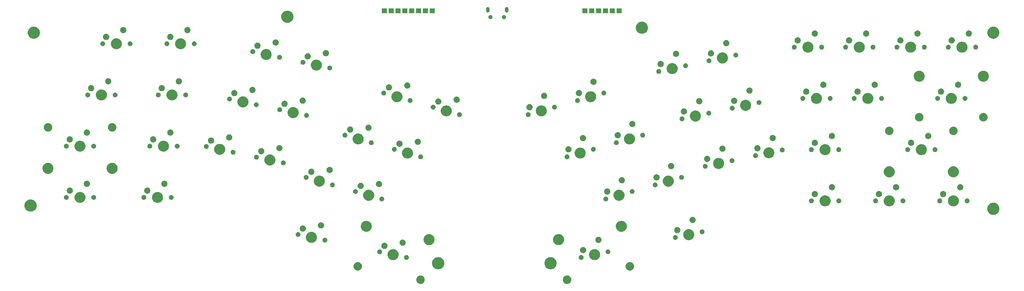
<source format=gts>
G04 #@! TF.GenerationSoftware,KiCad,Pcbnew,(5.1.2)-1*
G04 #@! TF.CreationDate,2019-07-31T01:32:42-07:00*
G04 #@! TF.ProjectId,arisu,61726973-752e-46b6-9963-61645f706362,1.1*
G04 #@! TF.SameCoordinates,Original*
G04 #@! TF.FileFunction,Soldermask,Top*
G04 #@! TF.FilePolarity,Negative*
%FSLAX46Y46*%
G04 Gerber Fmt 4.6, Leading zero omitted, Abs format (unit mm)*
G04 Created by KiCad (PCBNEW (5.1.2)-1) date 2019-07-31 01:32:42*
%MOMM*%
%LPD*%
G04 APERTURE LIST*
%ADD10C,0.100000*%
G04 APERTURE END LIST*
D10*
G36*
X178226975Y-135533416D02*
G01*
X178455594Y-135578890D01*
X178742408Y-135697693D01*
X179000534Y-135870167D01*
X179220051Y-136089684D01*
X179392525Y-136347810D01*
X179511328Y-136634624D01*
X179556802Y-136863243D01*
X179571507Y-136937164D01*
X179571892Y-136939104D01*
X179571892Y-137249548D01*
X179511328Y-137554028D01*
X179392525Y-137840842D01*
X179220051Y-138098968D01*
X179000534Y-138318485D01*
X178742408Y-138490959D01*
X178455594Y-138609762D01*
X178226975Y-138655236D01*
X178151116Y-138670326D01*
X177840668Y-138670326D01*
X177764809Y-138655236D01*
X177536190Y-138609762D01*
X177249376Y-138490959D01*
X176991250Y-138318485D01*
X176771733Y-138098968D01*
X176599259Y-137840842D01*
X176480456Y-137554028D01*
X176419892Y-137249548D01*
X176419892Y-136939104D01*
X176420278Y-136937164D01*
X176434982Y-136863243D01*
X176480456Y-136634624D01*
X176599259Y-136347810D01*
X176771733Y-136089684D01*
X176991250Y-135870167D01*
X177249376Y-135697693D01*
X177536190Y-135578890D01*
X177764809Y-135533416D01*
X177840668Y-135518326D01*
X178151116Y-135518326D01*
X178226975Y-135533416D01*
X178226975Y-135533416D01*
G37*
G36*
X232615376Y-135531478D02*
G01*
X232843995Y-135576952D01*
X233130809Y-135695755D01*
X233388935Y-135868229D01*
X233608452Y-136087746D01*
X233780926Y-136345872D01*
X233899729Y-136632686D01*
X233945203Y-136861305D01*
X233960293Y-136937164D01*
X233960293Y-137247612D01*
X233945203Y-137323471D01*
X233899729Y-137552090D01*
X233780926Y-137838904D01*
X233608452Y-138097030D01*
X233388935Y-138316547D01*
X233130809Y-138489021D01*
X232843995Y-138607824D01*
X232615376Y-138653298D01*
X232539517Y-138668388D01*
X232229069Y-138668388D01*
X232153210Y-138653298D01*
X231924591Y-138607824D01*
X231637777Y-138489021D01*
X231379651Y-138316547D01*
X231160134Y-138097030D01*
X230987660Y-137838904D01*
X230868857Y-137552090D01*
X230823383Y-137323471D01*
X230808293Y-137247612D01*
X230808293Y-136937164D01*
X230823383Y-136861305D01*
X230868857Y-136632686D01*
X230987660Y-136345872D01*
X231160134Y-136087746D01*
X231379651Y-135868229D01*
X231637777Y-135695755D01*
X231924591Y-135576952D01*
X232153210Y-135531478D01*
X232229069Y-135516388D01*
X232539517Y-135516388D01*
X232615376Y-135531478D01*
X232615376Y-135531478D01*
G37*
G36*
X154947062Y-130585117D02*
G01*
X155175681Y-130630591D01*
X155462495Y-130749394D01*
X155720621Y-130921868D01*
X155940138Y-131141385D01*
X156112612Y-131399511D01*
X156231415Y-131686325D01*
X156276889Y-131914944D01*
X156291594Y-131988866D01*
X156291979Y-131990805D01*
X156291979Y-132301249D01*
X156231415Y-132605729D01*
X156112612Y-132892543D01*
X155940138Y-133150669D01*
X155720621Y-133370186D01*
X155462495Y-133542660D01*
X155175681Y-133661463D01*
X154947062Y-133706937D01*
X154871203Y-133722027D01*
X154560755Y-133722027D01*
X154484896Y-133706937D01*
X154256277Y-133661463D01*
X153969463Y-133542660D01*
X153711337Y-133370186D01*
X153491820Y-133150669D01*
X153319346Y-132892543D01*
X153200543Y-132605729D01*
X153139979Y-132301249D01*
X153139979Y-131990805D01*
X153140365Y-131988866D01*
X153155069Y-131914944D01*
X153200543Y-131686325D01*
X153319346Y-131399511D01*
X153491820Y-131141385D01*
X153711337Y-130921868D01*
X153969463Y-130749394D01*
X154256277Y-130630591D01*
X154484896Y-130585117D01*
X154560755Y-130570027D01*
X154871203Y-130570027D01*
X154947062Y-130585117D01*
X154947062Y-130585117D01*
G37*
G36*
X255895289Y-130583180D02*
G01*
X256123908Y-130628654D01*
X256410722Y-130747457D01*
X256668848Y-130919931D01*
X256888365Y-131139448D01*
X257060839Y-131397574D01*
X257179642Y-131684388D01*
X257225116Y-131913007D01*
X257240206Y-131988866D01*
X257240206Y-132299314D01*
X257225116Y-132375173D01*
X257179642Y-132603792D01*
X257060839Y-132890606D01*
X256888365Y-133148732D01*
X256668848Y-133368249D01*
X256410722Y-133540723D01*
X256123908Y-133659526D01*
X255895289Y-133705000D01*
X255819430Y-133720090D01*
X255508982Y-133720090D01*
X255433123Y-133705000D01*
X255204504Y-133659526D01*
X254917690Y-133540723D01*
X254659564Y-133368249D01*
X254440047Y-133148732D01*
X254267573Y-132890606D01*
X254148770Y-132603792D01*
X254103296Y-132375173D01*
X254088206Y-132299314D01*
X254088206Y-131988866D01*
X254103296Y-131913007D01*
X254148770Y-131684388D01*
X254267573Y-131397574D01*
X254440047Y-131139448D01*
X254659564Y-130919931D01*
X254917690Y-130747457D01*
X255204504Y-130628654D01*
X255433123Y-130583180D01*
X255508982Y-130568090D01*
X255819430Y-130568090D01*
X255895289Y-130583180D01*
X255895289Y-130583180D01*
G37*
G36*
X226495580Y-128729076D02*
G01*
X226876293Y-128804804D01*
X227285949Y-128974489D01*
X227654629Y-129220834D01*
X227968166Y-129534371D01*
X228214511Y-129903051D01*
X228384196Y-130312707D01*
X228459924Y-130693420D01*
X228470673Y-130747457D01*
X228470700Y-130747596D01*
X228470700Y-131191004D01*
X228384196Y-131625893D01*
X228214511Y-132035549D01*
X227968166Y-132404229D01*
X227654629Y-132717766D01*
X227285949Y-132964111D01*
X226876293Y-133133796D01*
X226495580Y-133209524D01*
X226441405Y-133220300D01*
X225997995Y-133220300D01*
X225943820Y-133209524D01*
X225563107Y-133133796D01*
X225153451Y-132964111D01*
X224784771Y-132717766D01*
X224471234Y-132404229D01*
X224224889Y-132035549D01*
X224055204Y-131625893D01*
X223968700Y-131191004D01*
X223968700Y-130747596D01*
X223968728Y-130747457D01*
X223979476Y-130693420D01*
X224055204Y-130312707D01*
X224224889Y-129903051D01*
X224471234Y-129534371D01*
X224784771Y-129220834D01*
X225153451Y-128974489D01*
X225563107Y-128804804D01*
X225943820Y-128729076D01*
X225997995Y-128718300D01*
X226441405Y-128718300D01*
X226495580Y-128729076D01*
X226495580Y-128729076D01*
G37*
G36*
X184823530Y-128729076D02*
G01*
X185204243Y-128804804D01*
X185613899Y-128974489D01*
X185982579Y-129220834D01*
X186296116Y-129534371D01*
X186542461Y-129903051D01*
X186712146Y-130312707D01*
X186787874Y-130693420D01*
X186798623Y-130747457D01*
X186798650Y-130747596D01*
X186798650Y-131191004D01*
X186712146Y-131625893D01*
X186542461Y-132035549D01*
X186296116Y-132404229D01*
X185982579Y-132717766D01*
X185613899Y-132964111D01*
X185204243Y-133133796D01*
X184823530Y-133209524D01*
X184769355Y-133220300D01*
X184325945Y-133220300D01*
X184271770Y-133209524D01*
X183891057Y-133133796D01*
X183481401Y-132964111D01*
X183112721Y-132717766D01*
X182799184Y-132404229D01*
X182552839Y-132035549D01*
X182383154Y-131625893D01*
X182296650Y-131191004D01*
X182296650Y-130747596D01*
X182296678Y-130747457D01*
X182307426Y-130693420D01*
X182383154Y-130312707D01*
X182552839Y-129903051D01*
X182799184Y-129534371D01*
X183112721Y-129220834D01*
X183481401Y-128974489D01*
X183891057Y-128804804D01*
X184271770Y-128729076D01*
X184325945Y-128718300D01*
X184769355Y-128718300D01*
X184823530Y-128729076D01*
X184823530Y-128729076D01*
G37*
G36*
X168409571Y-125800961D02*
G01*
X168782828Y-125955569D01*
X168782830Y-125955570D01*
X168874914Y-126017099D01*
X169118753Y-126180027D01*
X169404433Y-126465707D01*
X169628891Y-126801632D01*
X169783499Y-127174889D01*
X169862317Y-127571136D01*
X169862317Y-127975150D01*
X169783499Y-128371397D01*
X169639807Y-128718300D01*
X169628890Y-128744656D01*
X169404433Y-129080579D01*
X169118753Y-129366259D01*
X168782830Y-129590716D01*
X168782829Y-129590717D01*
X168782828Y-129590717D01*
X168409571Y-129745325D01*
X168013324Y-129824143D01*
X167609310Y-129824143D01*
X167213063Y-129745325D01*
X166839806Y-129590717D01*
X166839805Y-129590717D01*
X166839804Y-129590716D01*
X166503881Y-129366259D01*
X166218201Y-129080579D01*
X165993744Y-128744656D01*
X165982827Y-128718300D01*
X165839135Y-128371397D01*
X165760317Y-127975150D01*
X165760317Y-127571136D01*
X165839135Y-127174889D01*
X165993743Y-126801632D01*
X166218201Y-126465707D01*
X166503881Y-126180027D01*
X166747720Y-126017099D01*
X166839804Y-125955570D01*
X166839806Y-125955569D01*
X167213063Y-125800961D01*
X167609310Y-125722143D01*
X168013324Y-125722143D01*
X168409571Y-125800961D01*
X168409571Y-125800961D01*
G37*
G36*
X243167122Y-125799023D02*
G01*
X243540379Y-125953631D01*
X243540381Y-125953632D01*
X243876304Y-126178089D01*
X244161984Y-126463769D01*
X244386442Y-126799694D01*
X244541050Y-127172951D01*
X244619868Y-127569198D01*
X244619868Y-127973212D01*
X244541050Y-128369459D01*
X244459423Y-128566523D01*
X244386441Y-128742718D01*
X244161984Y-129078641D01*
X243876304Y-129364321D01*
X243540381Y-129588778D01*
X243540380Y-129588779D01*
X243540379Y-129588779D01*
X243167122Y-129743387D01*
X242770875Y-129822205D01*
X242366861Y-129822205D01*
X241970614Y-129743387D01*
X241597357Y-129588779D01*
X241597356Y-129588779D01*
X241597355Y-129588778D01*
X241261432Y-129364321D01*
X240975752Y-129078641D01*
X240751295Y-128742718D01*
X240678313Y-128566523D01*
X240596686Y-128369459D01*
X240517868Y-127973212D01*
X240517868Y-127569198D01*
X240596686Y-127172951D01*
X240751294Y-126799694D01*
X240975752Y-126463769D01*
X241261432Y-126178089D01*
X241597355Y-125953632D01*
X241597357Y-125953631D01*
X241970614Y-125799023D01*
X242366861Y-125720205D01*
X242770875Y-125720205D01*
X243167122Y-125799023D01*
X243167122Y-125799023D01*
G37*
G36*
X172893819Y-127933262D02*
G01*
X173043119Y-127962959D01*
X173207091Y-128030879D01*
X173354661Y-128129482D01*
X173480160Y-128254981D01*
X173578763Y-128402551D01*
X173646683Y-128566523D01*
X173676380Y-128715823D01*
X173680922Y-128738655D01*
X173681307Y-128740594D01*
X173681307Y-128918076D01*
X173646683Y-129092147D01*
X173578763Y-129256119D01*
X173480160Y-129403689D01*
X173354661Y-129529188D01*
X173207091Y-129627791D01*
X173043119Y-129695711D01*
X172893819Y-129725408D01*
X172869049Y-129730335D01*
X172691565Y-129730335D01*
X172666795Y-129725408D01*
X172517495Y-129695711D01*
X172353523Y-129627791D01*
X172205953Y-129529188D01*
X172080454Y-129403689D01*
X171981851Y-129256119D01*
X171913931Y-129092147D01*
X171879307Y-128918076D01*
X171879307Y-128740594D01*
X171879693Y-128738655D01*
X171884234Y-128715823D01*
X171913931Y-128566523D01*
X171981851Y-128402551D01*
X172080454Y-128254981D01*
X172205953Y-128129482D01*
X172353523Y-128030879D01*
X172517495Y-127962959D01*
X172666795Y-127933262D01*
X172691565Y-127928335D01*
X172869049Y-127928335D01*
X172893819Y-127933262D01*
X172893819Y-127933262D01*
G37*
G36*
X237713390Y-127931324D02*
G01*
X237862690Y-127961021D01*
X238026662Y-128028941D01*
X238174232Y-128127544D01*
X238299731Y-128253043D01*
X238398334Y-128400613D01*
X238466254Y-128564585D01*
X238495951Y-128713885D01*
X238500878Y-128738655D01*
X238500878Y-128916139D01*
X238495951Y-128940909D01*
X238466254Y-129090209D01*
X238398334Y-129254181D01*
X238299731Y-129401751D01*
X238174232Y-129527250D01*
X238026662Y-129625853D01*
X237862690Y-129693773D01*
X237713390Y-129723470D01*
X237688620Y-129728397D01*
X237511136Y-129728397D01*
X237486366Y-129723470D01*
X237337066Y-129693773D01*
X237173094Y-129625853D01*
X237025524Y-129527250D01*
X236900025Y-129401751D01*
X236801422Y-129254181D01*
X236733502Y-129090209D01*
X236703805Y-128940909D01*
X236698878Y-128916139D01*
X236698878Y-128738655D01*
X236703805Y-128713885D01*
X236733502Y-128564585D01*
X236801422Y-128400613D01*
X236900025Y-128253043D01*
X237025524Y-128127544D01*
X237173094Y-128028941D01*
X237337066Y-127961021D01*
X237486366Y-127931324D01*
X237511136Y-127926397D01*
X237688620Y-127926397D01*
X237713390Y-127931324D01*
X237713390Y-127931324D01*
G37*
G36*
X162955839Y-125820879D02*
G01*
X163105139Y-125850576D01*
X163269111Y-125918496D01*
X163416681Y-126017099D01*
X163542180Y-126142598D01*
X163640783Y-126290168D01*
X163708703Y-126454140D01*
X163738400Y-126603440D01*
X163742942Y-126626272D01*
X163743327Y-126628211D01*
X163743327Y-126805693D01*
X163708703Y-126979764D01*
X163640783Y-127143736D01*
X163542180Y-127291306D01*
X163416681Y-127416805D01*
X163269111Y-127515408D01*
X163105139Y-127583328D01*
X162955839Y-127613025D01*
X162931069Y-127617952D01*
X162753585Y-127617952D01*
X162728815Y-127613025D01*
X162579515Y-127583328D01*
X162415543Y-127515408D01*
X162267973Y-127416805D01*
X162142474Y-127291306D01*
X162043871Y-127143736D01*
X161975951Y-126979764D01*
X161941327Y-126805693D01*
X161941327Y-126628211D01*
X161941713Y-126626272D01*
X161946254Y-126603440D01*
X161975951Y-126454140D01*
X162043871Y-126290168D01*
X162142474Y-126142598D01*
X162267973Y-126017099D01*
X162415543Y-125918496D01*
X162579515Y-125850576D01*
X162728815Y-125820879D01*
X162753585Y-125815952D01*
X162931069Y-125815952D01*
X162955839Y-125820879D01*
X162955839Y-125820879D01*
G37*
G36*
X247651369Y-125818941D02*
G01*
X247800669Y-125848638D01*
X247964641Y-125916558D01*
X248112211Y-126015161D01*
X248237710Y-126140660D01*
X248336313Y-126288230D01*
X248404233Y-126452202D01*
X248433930Y-126601502D01*
X248438857Y-126626272D01*
X248438857Y-126803756D01*
X248437103Y-126812573D01*
X248404233Y-126977826D01*
X248336313Y-127141798D01*
X248237710Y-127289368D01*
X248112211Y-127414867D01*
X247964641Y-127513470D01*
X247800669Y-127581390D01*
X247651369Y-127611087D01*
X247626599Y-127616014D01*
X247449115Y-127616014D01*
X247424345Y-127611087D01*
X247275045Y-127581390D01*
X247111073Y-127513470D01*
X246963503Y-127414867D01*
X246838004Y-127289368D01*
X246739401Y-127141798D01*
X246671481Y-126977826D01*
X246638611Y-126812573D01*
X246636857Y-126803756D01*
X246636857Y-126626272D01*
X246641784Y-126601502D01*
X246671481Y-126452202D01*
X246739401Y-126288230D01*
X246838004Y-126140660D01*
X246963503Y-126015161D01*
X247111073Y-125916558D01*
X247275045Y-125848638D01*
X247424345Y-125818941D01*
X247449115Y-125814014D01*
X247626599Y-125814014D01*
X247651369Y-125818941D01*
X247651369Y-125818941D01*
G37*
G36*
X238538579Y-124949970D02*
G01*
X238649764Y-124972086D01*
X238859233Y-125058851D01*
X239047750Y-125184814D01*
X239208070Y-125345134D01*
X239334033Y-125533651D01*
X239420798Y-125743120D01*
X239465030Y-125965490D01*
X239465030Y-126192218D01*
X239420798Y-126414588D01*
X239334033Y-126624057D01*
X239208070Y-126812574D01*
X239047750Y-126972894D01*
X238859233Y-127098857D01*
X238649764Y-127185622D01*
X238538579Y-127207738D01*
X238427395Y-127229854D01*
X238200665Y-127229854D01*
X238089481Y-127207738D01*
X237978296Y-127185622D01*
X237768827Y-127098857D01*
X237580310Y-126972894D01*
X237419990Y-126812574D01*
X237294027Y-126624057D01*
X237207262Y-126414588D01*
X237163030Y-126192218D01*
X237163030Y-125965490D01*
X237207262Y-125743120D01*
X237294027Y-125533651D01*
X237419990Y-125345134D01*
X237580310Y-125184814D01*
X237768827Y-125058851D01*
X237978296Y-124972086D01*
X238089481Y-124949970D01*
X238200665Y-124927854D01*
X238427395Y-124927854D01*
X238538579Y-124949970D01*
X238538579Y-124949970D01*
G37*
G36*
X164837219Y-123367621D02*
G01*
X164948404Y-123389737D01*
X165157873Y-123476502D01*
X165346390Y-123602465D01*
X165506710Y-123762785D01*
X165632673Y-123951302D01*
X165719438Y-124160771D01*
X165763670Y-124383141D01*
X165763670Y-124609869D01*
X165719438Y-124832239D01*
X165632673Y-125041708D01*
X165506710Y-125230225D01*
X165346390Y-125390545D01*
X165157873Y-125516508D01*
X164948404Y-125603273D01*
X164837219Y-125625389D01*
X164726035Y-125647505D01*
X164499305Y-125647505D01*
X164388121Y-125625389D01*
X164276936Y-125603273D01*
X164067467Y-125516508D01*
X163878950Y-125390545D01*
X163718630Y-125230225D01*
X163592667Y-125041708D01*
X163505902Y-124832239D01*
X163461670Y-124609869D01*
X163461670Y-124383141D01*
X163505902Y-124160771D01*
X163592667Y-123951302D01*
X163718630Y-123762785D01*
X163878950Y-123602465D01*
X164067467Y-123476502D01*
X164276936Y-123389737D01*
X164388121Y-123367621D01*
X164499305Y-123345505D01*
X164726035Y-123345505D01*
X164837219Y-123367621D01*
X164837219Y-123367621D01*
G37*
G36*
X171565276Y-122201122D02*
G01*
X171687737Y-122225481D01*
X171792900Y-122269041D01*
X171880061Y-122305144D01*
X171897206Y-122312246D01*
X172085723Y-122438209D01*
X172246043Y-122598529D01*
X172372006Y-122787046D01*
X172458771Y-122996515D01*
X172503003Y-123218885D01*
X172503003Y-123445613D01*
X172458771Y-123667983D01*
X172372006Y-123877452D01*
X172246043Y-124065969D01*
X172085723Y-124226289D01*
X171897206Y-124352252D01*
X171687737Y-124439017D01*
X171576552Y-124461133D01*
X171465368Y-124483249D01*
X171238638Y-124483249D01*
X171127454Y-124461133D01*
X171016269Y-124439017D01*
X170806800Y-124352252D01*
X170618283Y-124226289D01*
X170457963Y-124065969D01*
X170332000Y-123877452D01*
X170245235Y-123667983D01*
X170201003Y-123445613D01*
X170201003Y-123218885D01*
X170245235Y-122996515D01*
X170332000Y-122787046D01*
X170457963Y-122598529D01*
X170618283Y-122438209D01*
X170806800Y-122312246D01*
X170823946Y-122305144D01*
X170911106Y-122269041D01*
X171016269Y-122225481D01*
X171138730Y-122201122D01*
X171238638Y-122181249D01*
X171465368Y-122181249D01*
X171565276Y-122201122D01*
X171565276Y-122201122D01*
G37*
G36*
X181762720Y-120215174D02*
G01*
X182135977Y-120369782D01*
X182135979Y-120369783D01*
X182471902Y-120594240D01*
X182757582Y-120879920D01*
X182931265Y-121139854D01*
X182982040Y-121215845D01*
X183136648Y-121589102D01*
X183215466Y-121985349D01*
X183215466Y-122389363D01*
X183136648Y-122785610D01*
X183044597Y-123007840D01*
X182982039Y-123158869D01*
X182757582Y-123494792D01*
X182471902Y-123780472D01*
X182135979Y-124004929D01*
X182135978Y-124004930D01*
X182135977Y-124004930D01*
X181762720Y-124159538D01*
X181366473Y-124238356D01*
X180962459Y-124238356D01*
X180566212Y-124159538D01*
X180192955Y-124004930D01*
X180192954Y-124004930D01*
X180192953Y-124004929D01*
X179857030Y-123780472D01*
X179571350Y-123494792D01*
X179346893Y-123158869D01*
X179284335Y-123007840D01*
X179192284Y-122785610D01*
X179113466Y-122389363D01*
X179113466Y-121985349D01*
X179192284Y-121589102D01*
X179346892Y-121215845D01*
X179397668Y-121139854D01*
X179571350Y-120879920D01*
X179857030Y-120594240D01*
X180192953Y-120369783D01*
X180192955Y-120369782D01*
X180566212Y-120215174D01*
X180962459Y-120136356D01*
X181366473Y-120136356D01*
X181762720Y-120215174D01*
X181762720Y-120215174D01*
G37*
G36*
X229813973Y-120213236D02*
G01*
X230183222Y-120366184D01*
X230187232Y-120367845D01*
X230523155Y-120592302D01*
X230808835Y-120877982D01*
X230989175Y-121147879D01*
X231033293Y-121213907D01*
X231187901Y-121587164D01*
X231266719Y-121983411D01*
X231266719Y-122387425D01*
X231187901Y-122783672D01*
X231033293Y-123156929D01*
X231033292Y-123156931D01*
X230808835Y-123492854D01*
X230523155Y-123778534D01*
X230187232Y-124002991D01*
X230187231Y-124002992D01*
X230187230Y-124002992D01*
X229813973Y-124157600D01*
X229417726Y-124236418D01*
X229013712Y-124236418D01*
X228617465Y-124157600D01*
X228244208Y-124002992D01*
X228244207Y-124002992D01*
X228244206Y-124002991D01*
X227908283Y-123778534D01*
X227622603Y-123492854D01*
X227398146Y-123156931D01*
X227398145Y-123156929D01*
X227243537Y-122783672D01*
X227164719Y-122387425D01*
X227164719Y-121983411D01*
X227243537Y-121587164D01*
X227398145Y-121213907D01*
X227442264Y-121147879D01*
X227622603Y-120877982D01*
X227908283Y-120592302D01*
X228244206Y-120367845D01*
X228248216Y-120366184D01*
X228617465Y-120213236D01*
X229013712Y-120134418D01*
X229417726Y-120134418D01*
X229813973Y-120213236D01*
X229813973Y-120213236D01*
G37*
G36*
X244173719Y-121135688D02*
G01*
X244332905Y-121167352D01*
X244542374Y-121254117D01*
X244730891Y-121380080D01*
X244891211Y-121540400D01*
X245017174Y-121728917D01*
X245103939Y-121938386D01*
X245111624Y-121977020D01*
X245148171Y-122160755D01*
X245148171Y-122387485D01*
X245147797Y-122389363D01*
X245103939Y-122609854D01*
X245017174Y-122819323D01*
X244891211Y-123007840D01*
X244730891Y-123168160D01*
X244542374Y-123294123D01*
X244332905Y-123380888D01*
X244221720Y-123403004D01*
X244110536Y-123425120D01*
X243883806Y-123425120D01*
X243772622Y-123403004D01*
X243661437Y-123380888D01*
X243451968Y-123294123D01*
X243263451Y-123168160D01*
X243103131Y-123007840D01*
X242977168Y-122819323D01*
X242890403Y-122609854D01*
X242846545Y-122389363D01*
X242846171Y-122387485D01*
X242846171Y-122160755D01*
X242882718Y-121977020D01*
X242890403Y-121938386D01*
X242977168Y-121728917D01*
X243103131Y-121540400D01*
X243263451Y-121380080D01*
X243451968Y-121254117D01*
X243661437Y-121167352D01*
X243820623Y-121135688D01*
X243883806Y-121123120D01*
X244110536Y-121123120D01*
X244173719Y-121135688D01*
X244173719Y-121135688D01*
G37*
G36*
X138133501Y-119365513D02*
G01*
X138417253Y-119483047D01*
X138506760Y-119520122D01*
X138842683Y-119744579D01*
X139128363Y-120030259D01*
X139250625Y-120213236D01*
X139352821Y-120366184D01*
X139507429Y-120739441D01*
X139586247Y-121135688D01*
X139586247Y-121539702D01*
X139507429Y-121935949D01*
X139354503Y-122305145D01*
X139352820Y-122309208D01*
X139128363Y-122645131D01*
X138842683Y-122930811D01*
X138506760Y-123155268D01*
X138506759Y-123155269D01*
X138506758Y-123155269D01*
X138133501Y-123309877D01*
X137737254Y-123388695D01*
X137333240Y-123388695D01*
X136936993Y-123309877D01*
X136563736Y-123155269D01*
X136563735Y-123155269D01*
X136563734Y-123155268D01*
X136227811Y-122930811D01*
X135942131Y-122645131D01*
X135717674Y-122309208D01*
X135715991Y-122305145D01*
X135563065Y-121935949D01*
X135484247Y-121539702D01*
X135484247Y-121135688D01*
X135563065Y-120739441D01*
X135717673Y-120366184D01*
X135819870Y-120213236D01*
X135942131Y-120030259D01*
X136227811Y-119744579D01*
X136563734Y-119520122D01*
X136653241Y-119483047D01*
X136936993Y-119365513D01*
X137333240Y-119286695D01*
X137737254Y-119286695D01*
X138133501Y-119365513D01*
X138133501Y-119365513D01*
G37*
G36*
X142617749Y-121497813D02*
G01*
X142767049Y-121527510D01*
X142931021Y-121595430D01*
X143078591Y-121694033D01*
X143204090Y-121819532D01*
X143302693Y-121967102D01*
X143370613Y-122131074D01*
X143405237Y-122305145D01*
X143405237Y-122482627D01*
X143370613Y-122656698D01*
X143302693Y-122820670D01*
X143204090Y-122968240D01*
X143078591Y-123093739D01*
X142931021Y-123192342D01*
X142767049Y-123260262D01*
X142617749Y-123289959D01*
X142592979Y-123294886D01*
X142415495Y-123294886D01*
X142390725Y-123289959D01*
X142241425Y-123260262D01*
X142077453Y-123192342D01*
X141929883Y-123093739D01*
X141804384Y-122968240D01*
X141705781Y-122820670D01*
X141637861Y-122656698D01*
X141603237Y-122482627D01*
X141603237Y-122305145D01*
X141637861Y-122131074D01*
X141705781Y-121967102D01*
X141804384Y-121819532D01*
X141929883Y-121694033D01*
X142077453Y-121595430D01*
X142241425Y-121527510D01*
X142390725Y-121497813D01*
X142415495Y-121492886D01*
X142592979Y-121492886D01*
X142617749Y-121497813D01*
X142617749Y-121497813D01*
G37*
G36*
X278109480Y-118374293D02*
G01*
X278393232Y-118491827D01*
X278482739Y-118528902D01*
X278818662Y-118753359D01*
X279104342Y-119039039D01*
X279219403Y-119211239D01*
X279328800Y-119374964D01*
X279483408Y-119748221D01*
X279562226Y-120144468D01*
X279562226Y-120548482D01*
X279483408Y-120944729D01*
X279330482Y-121313925D01*
X279328799Y-121317988D01*
X279104342Y-121653911D01*
X278818662Y-121939591D01*
X278482739Y-122164048D01*
X278482738Y-122164049D01*
X278482737Y-122164049D01*
X278109480Y-122318657D01*
X277713233Y-122397475D01*
X277309219Y-122397475D01*
X276912972Y-122318657D01*
X276539715Y-122164049D01*
X276539714Y-122164049D01*
X276539713Y-122164048D01*
X276203790Y-121939591D01*
X275918110Y-121653911D01*
X275693653Y-121317988D01*
X275691970Y-121313925D01*
X275539044Y-120944729D01*
X275460226Y-120548482D01*
X275460226Y-120144468D01*
X275539044Y-119748221D01*
X275693652Y-119374964D01*
X275803050Y-119211239D01*
X275918110Y-119039039D01*
X276203790Y-118753359D01*
X276539713Y-118528902D01*
X276629220Y-118491827D01*
X276912972Y-118374293D01*
X277309219Y-118295475D01*
X277713233Y-118295475D01*
X278109480Y-118374293D01*
X278109480Y-118374293D01*
G37*
G36*
X272655748Y-120506593D02*
G01*
X272805048Y-120536290D01*
X272969020Y-120604210D01*
X273116590Y-120702813D01*
X273242089Y-120828312D01*
X273340692Y-120975882D01*
X273408612Y-121139854D01*
X273443236Y-121313925D01*
X273443236Y-121491407D01*
X273408612Y-121665478D01*
X273340692Y-121829450D01*
X273242089Y-121977020D01*
X273116590Y-122102519D01*
X272969020Y-122201122D01*
X272805048Y-122269042D01*
X272655748Y-122298739D01*
X272630978Y-122303666D01*
X272453494Y-122303666D01*
X272428724Y-122298739D01*
X272279424Y-122269042D01*
X272115452Y-122201122D01*
X271967882Y-122102519D01*
X271842383Y-121977020D01*
X271743780Y-121829450D01*
X271675860Y-121665478D01*
X271641236Y-121491407D01*
X271641236Y-121313925D01*
X271675860Y-121139854D01*
X271743780Y-120975882D01*
X271842383Y-120828312D01*
X271967882Y-120702813D01*
X272115452Y-120604210D01*
X272279424Y-120536290D01*
X272428724Y-120506593D01*
X272453494Y-120501666D01*
X272630978Y-120501666D01*
X272655748Y-120506593D01*
X272655748Y-120506593D01*
G37*
G36*
X132679769Y-119385430D02*
G01*
X132829069Y-119415127D01*
X132993041Y-119483047D01*
X133140611Y-119581650D01*
X133266110Y-119707149D01*
X133364713Y-119854719D01*
X133432633Y-120018691D01*
X133467257Y-120192762D01*
X133467257Y-120370244D01*
X133432633Y-120544315D01*
X133364713Y-120708287D01*
X133266110Y-120855857D01*
X133140611Y-120981356D01*
X132993041Y-121079959D01*
X132829069Y-121147879D01*
X132679769Y-121177576D01*
X132654999Y-121182503D01*
X132477515Y-121182503D01*
X132452745Y-121177576D01*
X132303445Y-121147879D01*
X132139473Y-121079959D01*
X131991903Y-120981356D01*
X131866404Y-120855857D01*
X131767801Y-120708287D01*
X131699881Y-120544315D01*
X131665257Y-120370244D01*
X131665257Y-120192762D01*
X131699881Y-120018691D01*
X131767801Y-119854719D01*
X131866404Y-119707149D01*
X131991903Y-119581650D01*
X132139473Y-119483047D01*
X132303445Y-119415127D01*
X132452745Y-119385430D01*
X132477515Y-119380503D01*
X132654999Y-119380503D01*
X132679769Y-119385430D01*
X132679769Y-119385430D01*
G37*
G36*
X282593728Y-118394210D02*
G01*
X282743028Y-118423907D01*
X282907000Y-118491827D01*
X283054570Y-118590430D01*
X283180069Y-118715929D01*
X283278672Y-118863499D01*
X283346592Y-119027471D01*
X283381216Y-119201542D01*
X283381216Y-119379024D01*
X283346592Y-119553095D01*
X283278672Y-119717067D01*
X283180069Y-119864637D01*
X283054570Y-119990136D01*
X282907000Y-120088739D01*
X282743028Y-120156659D01*
X282593728Y-120186356D01*
X282568958Y-120191283D01*
X282391474Y-120191283D01*
X282366704Y-120186356D01*
X282217404Y-120156659D01*
X282053432Y-120088739D01*
X281905862Y-119990136D01*
X281780363Y-119864637D01*
X281681760Y-119717067D01*
X281613840Y-119553095D01*
X281579216Y-119379024D01*
X281579216Y-119201542D01*
X281613840Y-119027471D01*
X281681760Y-118863499D01*
X281780363Y-118715929D01*
X281905862Y-118590430D01*
X282053432Y-118491827D01*
X282217404Y-118423907D01*
X282366704Y-118394210D01*
X282391474Y-118389283D01*
X282568958Y-118389283D01*
X282593728Y-118394210D01*
X282593728Y-118394210D01*
G37*
G36*
X273480937Y-117525239D02*
G01*
X273592122Y-117547355D01*
X273740238Y-117608707D01*
X273792903Y-117630521D01*
X273801591Y-117634120D01*
X273990108Y-117760083D01*
X274150428Y-117920403D01*
X274276391Y-118108920D01*
X274353665Y-118295475D01*
X274363156Y-118318390D01*
X274407388Y-118540758D01*
X274407388Y-118767488D01*
X274394521Y-118832174D01*
X274363156Y-118989857D01*
X274276391Y-119199326D01*
X274150428Y-119387843D01*
X273990108Y-119548163D01*
X273801591Y-119674126D01*
X273592122Y-119760891D01*
X273480937Y-119783007D01*
X273369753Y-119805123D01*
X273143023Y-119805123D01*
X273031839Y-119783007D01*
X272920654Y-119760891D01*
X272711185Y-119674126D01*
X272522668Y-119548163D01*
X272362348Y-119387843D01*
X272236385Y-119199326D01*
X272149620Y-118989857D01*
X272118255Y-118832174D01*
X272105388Y-118767488D01*
X272105388Y-118540758D01*
X272149620Y-118318390D01*
X272159112Y-118295475D01*
X272236385Y-118108920D01*
X272362348Y-117920403D01*
X272522668Y-117760083D01*
X272711185Y-117634120D01*
X272719874Y-117630521D01*
X272772538Y-117608707D01*
X272920654Y-117547355D01*
X273031839Y-117525239D01*
X273143023Y-117503123D01*
X273369753Y-117503123D01*
X273480937Y-117525239D01*
X273480937Y-117525239D01*
G37*
G36*
X158482807Y-115266876D02*
G01*
X158856064Y-115421484D01*
X158856066Y-115421485D01*
X159097951Y-115583108D01*
X159191989Y-115645942D01*
X159477669Y-115931622D01*
X159702127Y-116267547D01*
X159856735Y-116640804D01*
X159935553Y-117037051D01*
X159935553Y-117441065D01*
X159856735Y-117837312D01*
X159717100Y-118174420D01*
X159702126Y-118210571D01*
X159477669Y-118546494D01*
X159191989Y-118832174D01*
X158856066Y-119056631D01*
X158856065Y-119056632D01*
X158856064Y-119056632D01*
X158482807Y-119211240D01*
X158086560Y-119290058D01*
X157682546Y-119290058D01*
X157286299Y-119211240D01*
X156913042Y-119056632D01*
X156913041Y-119056632D01*
X156913040Y-119056631D01*
X156577117Y-118832174D01*
X156291437Y-118546494D01*
X156066980Y-118210571D01*
X156052006Y-118174420D01*
X155912371Y-117837312D01*
X155833553Y-117441065D01*
X155833553Y-117037051D01*
X155912371Y-116640804D01*
X156066979Y-116267547D01*
X156291437Y-115931622D01*
X156577117Y-115645942D01*
X156671155Y-115583108D01*
X156913040Y-115421485D01*
X156913042Y-115421484D01*
X157286299Y-115266876D01*
X157682546Y-115188058D01*
X158086560Y-115188058D01*
X158482807Y-115266876D01*
X158482807Y-115266876D01*
G37*
G36*
X253093886Y-115264938D02*
G01*
X253467143Y-115419546D01*
X253467145Y-115419547D01*
X253470045Y-115421485D01*
X253803068Y-115644004D01*
X254088748Y-115929684D01*
X254313206Y-116265609D01*
X254467814Y-116638866D01*
X254546632Y-117035113D01*
X254546632Y-117439127D01*
X254467814Y-117835374D01*
X254327376Y-118174421D01*
X254313205Y-118208633D01*
X254088748Y-118544556D01*
X253803068Y-118830236D01*
X253467145Y-119054693D01*
X253467144Y-119054694D01*
X253467143Y-119054694D01*
X253093886Y-119209302D01*
X252697639Y-119288120D01*
X252293625Y-119288120D01*
X251897378Y-119209302D01*
X251524121Y-119054694D01*
X251524120Y-119054694D01*
X251524119Y-119054693D01*
X251188196Y-118830236D01*
X250902516Y-118544556D01*
X250678059Y-118208633D01*
X250663888Y-118174421D01*
X250523450Y-117835374D01*
X250444632Y-117439127D01*
X250444632Y-117035113D01*
X250523450Y-116638866D01*
X250678058Y-116265609D01*
X250902516Y-115929684D01*
X251188196Y-115644004D01*
X251521219Y-115421485D01*
X251524119Y-115419547D01*
X251524121Y-115419546D01*
X251897378Y-115264938D01*
X252293625Y-115186120D01*
X252697639Y-115186120D01*
X253093886Y-115264938D01*
X253093886Y-115264938D01*
G37*
G36*
X134561149Y-116932172D02*
G01*
X134672334Y-116954288D01*
X134807233Y-117010165D01*
X134872142Y-117037051D01*
X134881803Y-117041053D01*
X135070320Y-117167016D01*
X135230640Y-117327336D01*
X135356603Y-117515853D01*
X135443368Y-117725322D01*
X135487600Y-117947692D01*
X135487600Y-118174420D01*
X135443368Y-118396790D01*
X135356603Y-118606259D01*
X135230640Y-118794776D01*
X135070320Y-118955096D01*
X134881803Y-119081059D01*
X134672334Y-119167824D01*
X134561149Y-119189940D01*
X134449965Y-119212056D01*
X134223235Y-119212056D01*
X134112051Y-119189940D01*
X134000866Y-119167824D01*
X133791397Y-119081059D01*
X133602880Y-118955096D01*
X133442560Y-118794776D01*
X133316597Y-118606259D01*
X133229832Y-118396790D01*
X133185600Y-118174420D01*
X133185600Y-117947692D01*
X133229832Y-117725322D01*
X133316597Y-117515853D01*
X133442560Y-117327336D01*
X133602880Y-117167016D01*
X133791397Y-117041053D01*
X133801059Y-117037051D01*
X133865967Y-117010165D01*
X134000866Y-116954288D01*
X134112051Y-116932172D01*
X134223235Y-116910056D01*
X134449965Y-116910056D01*
X134561149Y-116932172D01*
X134561149Y-116932172D01*
G37*
G36*
X141300482Y-115767917D02*
G01*
X141411667Y-115790033D01*
X141559783Y-115851385D01*
X141603257Y-115869392D01*
X141621136Y-115876798D01*
X141809653Y-116002761D01*
X141969973Y-116163081D01*
X142095936Y-116351598D01*
X142095937Y-116351600D01*
X142182701Y-116561068D01*
X142226933Y-116783436D01*
X142226933Y-117010166D01*
X142182701Y-117232534D01*
X142096326Y-117441064D01*
X142095936Y-117442004D01*
X141969973Y-117630521D01*
X141809653Y-117790841D01*
X141621136Y-117916804D01*
X141621135Y-117916805D01*
X141621134Y-117916805D01*
X141612445Y-117920404D01*
X141411667Y-118003569D01*
X141300482Y-118025685D01*
X141189298Y-118047801D01*
X140962568Y-118047801D01*
X140851384Y-118025685D01*
X140740199Y-118003569D01*
X140539421Y-117920404D01*
X140530732Y-117916805D01*
X140530731Y-117916805D01*
X140530730Y-117916804D01*
X140342213Y-117790841D01*
X140181893Y-117630521D01*
X140055930Y-117442004D01*
X140055541Y-117441064D01*
X139969165Y-117232534D01*
X139924933Y-117010166D01*
X139924933Y-116783436D01*
X139969165Y-116561068D01*
X140055929Y-116351600D01*
X140055930Y-116351598D01*
X140181893Y-116163081D01*
X140342213Y-116002761D01*
X140530730Y-115876798D01*
X140548610Y-115869392D01*
X140592083Y-115851385D01*
X140740199Y-115790033D01*
X140851384Y-115767917D01*
X140962568Y-115745801D01*
X141189298Y-115745801D01*
X141300482Y-115767917D01*
X141300482Y-115767917D01*
G37*
G36*
X279164078Y-113720505D02*
G01*
X279275263Y-113742621D01*
X279484732Y-113829386D01*
X279673249Y-113955349D01*
X279833569Y-114115669D01*
X279959532Y-114304186D01*
X280046297Y-114513655D01*
X280090529Y-114736025D01*
X280090529Y-114962753D01*
X280046297Y-115185123D01*
X279959532Y-115394592D01*
X279833569Y-115583109D01*
X279673249Y-115743429D01*
X279484732Y-115869392D01*
X279484731Y-115869393D01*
X279484730Y-115869393D01*
X279423379Y-115894805D01*
X279275263Y-115956157D01*
X279164078Y-115978273D01*
X279052894Y-116000389D01*
X278826164Y-116000389D01*
X278714980Y-115978273D01*
X278603795Y-115956157D01*
X278455679Y-115894805D01*
X278394328Y-115869393D01*
X278394327Y-115869393D01*
X278394326Y-115869392D01*
X278205809Y-115743429D01*
X278045489Y-115583109D01*
X277919526Y-115394592D01*
X277832761Y-115185123D01*
X277788529Y-114962753D01*
X277788529Y-114736025D01*
X277832761Y-114513655D01*
X277919526Y-114304186D01*
X278045489Y-114115669D01*
X278205809Y-113955349D01*
X278394326Y-113829386D01*
X278603795Y-113742621D01*
X278714980Y-113720505D01*
X278826164Y-113698389D01*
X279052894Y-113698389D01*
X279164078Y-113720505D01*
X279164078Y-113720505D01*
G37*
G36*
X390802520Y-108488366D02*
G01*
X391183233Y-108564094D01*
X391592889Y-108733779D01*
X391961569Y-108980124D01*
X392275106Y-109293661D01*
X392521451Y-109662341D01*
X392691136Y-110071997D01*
X392777640Y-110506886D01*
X392777640Y-110950294D01*
X392691136Y-111385183D01*
X392521451Y-111794839D01*
X392275106Y-112163519D01*
X391961569Y-112477056D01*
X391592889Y-112723401D01*
X391183233Y-112893086D01*
X390802520Y-112968814D01*
X390748345Y-112979590D01*
X390304935Y-112979590D01*
X390250760Y-112968814D01*
X389870047Y-112893086D01*
X389460391Y-112723401D01*
X389091711Y-112477056D01*
X388778174Y-112163519D01*
X388531829Y-111794839D01*
X388362144Y-111385183D01*
X388275640Y-110950294D01*
X388275640Y-110506886D01*
X388362144Y-110071997D01*
X388531829Y-109662341D01*
X388778174Y-109293661D01*
X389091711Y-108980124D01*
X389460391Y-108733779D01*
X389870047Y-108564094D01*
X390250760Y-108488366D01*
X390304935Y-108477590D01*
X390748345Y-108477590D01*
X390802520Y-108488366D01*
X390802520Y-108488366D01*
G37*
G36*
X33613520Y-107297736D02*
G01*
X33994233Y-107373464D01*
X34403889Y-107543149D01*
X34772569Y-107789494D01*
X35086106Y-108103031D01*
X35332451Y-108471711D01*
X35502136Y-108881367D01*
X35588640Y-109316256D01*
X35588640Y-109759664D01*
X35502136Y-110194553D01*
X35332451Y-110604209D01*
X35086106Y-110972889D01*
X34772569Y-111286426D01*
X34403889Y-111532771D01*
X33994233Y-111702456D01*
X33613520Y-111778184D01*
X33559345Y-111788960D01*
X33115935Y-111788960D01*
X33061760Y-111778184D01*
X32681047Y-111702456D01*
X32271391Y-111532771D01*
X31902711Y-111286426D01*
X31589174Y-110972889D01*
X31342829Y-110604209D01*
X31173144Y-110194553D01*
X31086640Y-109759664D01*
X31086640Y-109316256D01*
X31173144Y-108881367D01*
X31342829Y-108471711D01*
X31589174Y-108103031D01*
X31902711Y-107789494D01*
X32271391Y-107543149D01*
X32681047Y-107373464D01*
X33061760Y-107297736D01*
X33115935Y-107286960D01*
X33559345Y-107286960D01*
X33613520Y-107297736D01*
X33613520Y-107297736D01*
G37*
G36*
X328686644Y-105804021D02*
G01*
X328980654Y-105925804D01*
X329059903Y-105958630D01*
X329395826Y-106183087D01*
X329681506Y-106468767D01*
X329837457Y-106702163D01*
X329905964Y-106804692D01*
X330060572Y-107177949D01*
X330139390Y-107574196D01*
X330139390Y-107978210D01*
X330060572Y-108374457D01*
X329911736Y-108733779D01*
X329905963Y-108747716D01*
X329681506Y-109083639D01*
X329395826Y-109369319D01*
X329059903Y-109593776D01*
X329059902Y-109593777D01*
X329059901Y-109593777D01*
X328686644Y-109748385D01*
X328290397Y-109827203D01*
X327886383Y-109827203D01*
X327490136Y-109748385D01*
X327116879Y-109593777D01*
X327116878Y-109593777D01*
X327116877Y-109593776D01*
X326780954Y-109369319D01*
X326495274Y-109083639D01*
X326270817Y-108747716D01*
X326265044Y-108733779D01*
X326116208Y-108374457D01*
X326037390Y-107978210D01*
X326037390Y-107574196D01*
X326116208Y-107177949D01*
X326270816Y-106804692D01*
X326339324Y-106702163D01*
X326495274Y-106468767D01*
X326780954Y-106183087D01*
X327116877Y-105958630D01*
X327196126Y-105925804D01*
X327490136Y-105804021D01*
X327886383Y-105725203D01*
X328290397Y-105725203D01*
X328686644Y-105804021D01*
X328686644Y-105804021D01*
G37*
G36*
X376306644Y-105804021D02*
G01*
X376600654Y-105925804D01*
X376679903Y-105958630D01*
X377015826Y-106183087D01*
X377301506Y-106468767D01*
X377457457Y-106702163D01*
X377525964Y-106804692D01*
X377680572Y-107177949D01*
X377759390Y-107574196D01*
X377759390Y-107978210D01*
X377680572Y-108374457D01*
X377531736Y-108733779D01*
X377525963Y-108747716D01*
X377301506Y-109083639D01*
X377015826Y-109369319D01*
X376679903Y-109593776D01*
X376679902Y-109593777D01*
X376679901Y-109593777D01*
X376306644Y-109748385D01*
X375910397Y-109827203D01*
X375506383Y-109827203D01*
X375110136Y-109748385D01*
X374736879Y-109593777D01*
X374736878Y-109593777D01*
X374736877Y-109593776D01*
X374400954Y-109369319D01*
X374115274Y-109083639D01*
X373890817Y-108747716D01*
X373885044Y-108733779D01*
X373736208Y-108374457D01*
X373657390Y-107978210D01*
X373657390Y-107574196D01*
X373736208Y-107177949D01*
X373890816Y-106804692D01*
X373959324Y-106702163D01*
X374115274Y-106468767D01*
X374400954Y-106183087D01*
X374736877Y-105958630D01*
X374816126Y-105925804D01*
X375110136Y-105804021D01*
X375506383Y-105725203D01*
X375910397Y-105725203D01*
X376306644Y-105804021D01*
X376306644Y-105804021D01*
G37*
G36*
X352494144Y-105804021D02*
G01*
X352788154Y-105925804D01*
X352867403Y-105958630D01*
X353203326Y-106183087D01*
X353489006Y-106468767D01*
X353644957Y-106702163D01*
X353713464Y-106804692D01*
X353868072Y-107177949D01*
X353946890Y-107574196D01*
X353946890Y-107978210D01*
X353868072Y-108374457D01*
X353719236Y-108733779D01*
X353713463Y-108747716D01*
X353489006Y-109083639D01*
X353203326Y-109369319D01*
X352867403Y-109593776D01*
X352867402Y-109593777D01*
X352867401Y-109593777D01*
X352494144Y-109748385D01*
X352097897Y-109827203D01*
X351693883Y-109827203D01*
X351297636Y-109748385D01*
X350924379Y-109593777D01*
X350924378Y-109593777D01*
X350924377Y-109593776D01*
X350588454Y-109369319D01*
X350302774Y-109083639D01*
X350078317Y-108747716D01*
X350072544Y-108733779D01*
X349923708Y-108374457D01*
X349844890Y-107978210D01*
X349844890Y-107574196D01*
X349923708Y-107177949D01*
X350078316Y-106804692D01*
X350146824Y-106702163D01*
X350302774Y-106468767D01*
X350588454Y-106183087D01*
X350924377Y-105958630D01*
X351003626Y-105925804D01*
X351297636Y-105804021D01*
X351693883Y-105725203D01*
X352097897Y-105725203D01*
X352494144Y-105804021D01*
X352494144Y-105804021D01*
G37*
G36*
X380901902Y-106880130D02*
G01*
X381051202Y-106909827D01*
X381215174Y-106977747D01*
X381362744Y-107076350D01*
X381488243Y-107201849D01*
X381586846Y-107349419D01*
X381654766Y-107513391D01*
X381689390Y-107687462D01*
X381689390Y-107864944D01*
X381654766Y-108039015D01*
X381586846Y-108202987D01*
X381488243Y-108350557D01*
X381362744Y-108476056D01*
X381215174Y-108574659D01*
X381051202Y-108642579D01*
X380901902Y-108672276D01*
X380877132Y-108677203D01*
X380699648Y-108677203D01*
X380674878Y-108672276D01*
X380525578Y-108642579D01*
X380361606Y-108574659D01*
X380214036Y-108476056D01*
X380088537Y-108350557D01*
X379989934Y-108202987D01*
X379922014Y-108039015D01*
X379887390Y-107864944D01*
X379887390Y-107687462D01*
X379922014Y-107513391D01*
X379989934Y-107349419D01*
X380088537Y-107201849D01*
X380214036Y-107076350D01*
X380361606Y-106977747D01*
X380525578Y-106909827D01*
X380674878Y-106880130D01*
X380699648Y-106875203D01*
X380877132Y-106875203D01*
X380901902Y-106880130D01*
X380901902Y-106880130D01*
G37*
G36*
X370741902Y-106880130D02*
G01*
X370891202Y-106909827D01*
X371055174Y-106977747D01*
X371202744Y-107076350D01*
X371328243Y-107201849D01*
X371426846Y-107349419D01*
X371494766Y-107513391D01*
X371529390Y-107687462D01*
X371529390Y-107864944D01*
X371494766Y-108039015D01*
X371426846Y-108202987D01*
X371328243Y-108350557D01*
X371202744Y-108476056D01*
X371055174Y-108574659D01*
X370891202Y-108642579D01*
X370741902Y-108672276D01*
X370717132Y-108677203D01*
X370539648Y-108677203D01*
X370514878Y-108672276D01*
X370365578Y-108642579D01*
X370201606Y-108574659D01*
X370054036Y-108476056D01*
X369928537Y-108350557D01*
X369829934Y-108202987D01*
X369762014Y-108039015D01*
X369727390Y-107864944D01*
X369727390Y-107687462D01*
X369762014Y-107513391D01*
X369829934Y-107349419D01*
X369928537Y-107201849D01*
X370054036Y-107076350D01*
X370201606Y-106977747D01*
X370365578Y-106909827D01*
X370514878Y-106880130D01*
X370539648Y-106875203D01*
X370717132Y-106875203D01*
X370741902Y-106880130D01*
X370741902Y-106880130D01*
G37*
G36*
X357089402Y-106880130D02*
G01*
X357238702Y-106909827D01*
X357402674Y-106977747D01*
X357550244Y-107076350D01*
X357675743Y-107201849D01*
X357774346Y-107349419D01*
X357842266Y-107513391D01*
X357876890Y-107687462D01*
X357876890Y-107864944D01*
X357842266Y-108039015D01*
X357774346Y-108202987D01*
X357675743Y-108350557D01*
X357550244Y-108476056D01*
X357402674Y-108574659D01*
X357238702Y-108642579D01*
X357089402Y-108672276D01*
X357064632Y-108677203D01*
X356887148Y-108677203D01*
X356862378Y-108672276D01*
X356713078Y-108642579D01*
X356549106Y-108574659D01*
X356401536Y-108476056D01*
X356276037Y-108350557D01*
X356177434Y-108202987D01*
X356109514Y-108039015D01*
X356074890Y-107864944D01*
X356074890Y-107687462D01*
X356109514Y-107513391D01*
X356177434Y-107349419D01*
X356276037Y-107201849D01*
X356401536Y-107076350D01*
X356549106Y-106977747D01*
X356713078Y-106909827D01*
X356862378Y-106880130D01*
X356887148Y-106875203D01*
X357064632Y-106875203D01*
X357089402Y-106880130D01*
X357089402Y-106880130D01*
G37*
G36*
X323121902Y-106880130D02*
G01*
X323271202Y-106909827D01*
X323435174Y-106977747D01*
X323582744Y-107076350D01*
X323708243Y-107201849D01*
X323806846Y-107349419D01*
X323874766Y-107513391D01*
X323909390Y-107687462D01*
X323909390Y-107864944D01*
X323874766Y-108039015D01*
X323806846Y-108202987D01*
X323708243Y-108350557D01*
X323582744Y-108476056D01*
X323435174Y-108574659D01*
X323271202Y-108642579D01*
X323121902Y-108672276D01*
X323097132Y-108677203D01*
X322919648Y-108677203D01*
X322894878Y-108672276D01*
X322745578Y-108642579D01*
X322581606Y-108574659D01*
X322434036Y-108476056D01*
X322308537Y-108350557D01*
X322209934Y-108202987D01*
X322142014Y-108039015D01*
X322107390Y-107864944D01*
X322107390Y-107687462D01*
X322142014Y-107513391D01*
X322209934Y-107349419D01*
X322308537Y-107201849D01*
X322434036Y-107076350D01*
X322581606Y-106977747D01*
X322745578Y-106909827D01*
X322894878Y-106880130D01*
X322919648Y-106875203D01*
X323097132Y-106875203D01*
X323121902Y-106880130D01*
X323121902Y-106880130D01*
G37*
G36*
X333281902Y-106880130D02*
G01*
X333431202Y-106909827D01*
X333595174Y-106977747D01*
X333742744Y-107076350D01*
X333868243Y-107201849D01*
X333966846Y-107349419D01*
X334034766Y-107513391D01*
X334069390Y-107687462D01*
X334069390Y-107864944D01*
X334034766Y-108039015D01*
X333966846Y-108202987D01*
X333868243Y-108350557D01*
X333742744Y-108476056D01*
X333595174Y-108574659D01*
X333431202Y-108642579D01*
X333281902Y-108672276D01*
X333257132Y-108677203D01*
X333079648Y-108677203D01*
X333054878Y-108672276D01*
X332905578Y-108642579D01*
X332741606Y-108574659D01*
X332594036Y-108476056D01*
X332468537Y-108350557D01*
X332369934Y-108202987D01*
X332302014Y-108039015D01*
X332267390Y-107864944D01*
X332267390Y-107687462D01*
X332302014Y-107513391D01*
X332369934Y-107349419D01*
X332468537Y-107201849D01*
X332594036Y-107076350D01*
X332741606Y-106977747D01*
X332905578Y-106909827D01*
X333054878Y-106880130D01*
X333079648Y-106875203D01*
X333257132Y-106875203D01*
X333281902Y-106880130D01*
X333281902Y-106880130D01*
G37*
G36*
X346929402Y-106880130D02*
G01*
X347078702Y-106909827D01*
X347242674Y-106977747D01*
X347390244Y-107076350D01*
X347515743Y-107201849D01*
X347614346Y-107349419D01*
X347682266Y-107513391D01*
X347716890Y-107687462D01*
X347716890Y-107864944D01*
X347682266Y-108039015D01*
X347614346Y-108202987D01*
X347515743Y-108350557D01*
X347390244Y-108476056D01*
X347242674Y-108574659D01*
X347078702Y-108642579D01*
X346929402Y-108672276D01*
X346904632Y-108677203D01*
X346727148Y-108677203D01*
X346702378Y-108672276D01*
X346553078Y-108642579D01*
X346389106Y-108574659D01*
X346241536Y-108476056D01*
X346116037Y-108350557D01*
X346017434Y-108202987D01*
X345949514Y-108039015D01*
X345914890Y-107864944D01*
X345914890Y-107687462D01*
X345949514Y-107513391D01*
X346017434Y-107349419D01*
X346116037Y-107201849D01*
X346241536Y-107076350D01*
X346389106Y-106977747D01*
X346553078Y-106909827D01*
X346702378Y-106880130D01*
X346727148Y-106875203D01*
X346904632Y-106875203D01*
X346929402Y-106880130D01*
X346929402Y-106880130D01*
G37*
G36*
X52280087Y-104527975D02*
G01*
X52653344Y-104682583D01*
X52653346Y-104682584D01*
X52989269Y-104907041D01*
X53274949Y-105192721D01*
X53469093Y-105483277D01*
X53499407Y-105528646D01*
X53654015Y-105901903D01*
X53732833Y-106298150D01*
X53732833Y-106702164D01*
X53654015Y-107098411D01*
X53499407Y-107471668D01*
X53499406Y-107471670D01*
X53274949Y-107807593D01*
X52989269Y-108093273D01*
X52653346Y-108317730D01*
X52653345Y-108317731D01*
X52653344Y-108317731D01*
X52280087Y-108472339D01*
X51883840Y-108551157D01*
X51479826Y-108551157D01*
X51083579Y-108472339D01*
X50710322Y-108317731D01*
X50710321Y-108317731D01*
X50710320Y-108317730D01*
X50374397Y-108093273D01*
X50088717Y-107807593D01*
X49864260Y-107471670D01*
X49864259Y-107471668D01*
X49709651Y-107098411D01*
X49630833Y-106702164D01*
X49630833Y-106298150D01*
X49709651Y-105901903D01*
X49864259Y-105528646D01*
X49894574Y-105483277D01*
X50088717Y-105192721D01*
X50374397Y-104907041D01*
X50710320Y-104682584D01*
X50710322Y-104682583D01*
X51083579Y-104527975D01*
X51479826Y-104449157D01*
X51883840Y-104449157D01*
X52280087Y-104527975D01*
X52280087Y-104527975D01*
G37*
G36*
X81030087Y-104527975D02*
G01*
X81403344Y-104682583D01*
X81403346Y-104682584D01*
X81739269Y-104907041D01*
X82024949Y-105192721D01*
X82219093Y-105483277D01*
X82249407Y-105528646D01*
X82404015Y-105901903D01*
X82482833Y-106298150D01*
X82482833Y-106702164D01*
X82404015Y-107098411D01*
X82249407Y-107471668D01*
X82249406Y-107471670D01*
X82024949Y-107807593D01*
X81739269Y-108093273D01*
X81403346Y-108317730D01*
X81403345Y-108317731D01*
X81403344Y-108317731D01*
X81030087Y-108472339D01*
X80633840Y-108551157D01*
X80229826Y-108551157D01*
X79833579Y-108472339D01*
X79460322Y-108317731D01*
X79460321Y-108317731D01*
X79460320Y-108317730D01*
X79124397Y-108093273D01*
X78838717Y-107807593D01*
X78614260Y-107471670D01*
X78614259Y-107471668D01*
X78459651Y-107098411D01*
X78380833Y-106702164D01*
X78380833Y-106298150D01*
X78459651Y-105901903D01*
X78614259Y-105528646D01*
X78644574Y-105483277D01*
X78838717Y-105192721D01*
X79124397Y-104907041D01*
X79460320Y-104682584D01*
X79460322Y-104682583D01*
X79833579Y-104527975D01*
X80229826Y-104449157D01*
X80633840Y-104449157D01*
X81030087Y-104527975D01*
X81030087Y-104527975D01*
G37*
G36*
X163757876Y-106200785D02*
G01*
X163907176Y-106230482D01*
X164071148Y-106298402D01*
X164218718Y-106397005D01*
X164344217Y-106522504D01*
X164442820Y-106670074D01*
X164510740Y-106834046D01*
X164545364Y-107008117D01*
X164545364Y-107185599D01*
X164510740Y-107359670D01*
X164442820Y-107523642D01*
X164344217Y-107671212D01*
X164218718Y-107796711D01*
X164071148Y-107895314D01*
X163907176Y-107963234D01*
X163757876Y-107992931D01*
X163733106Y-107997858D01*
X163555622Y-107997858D01*
X163530852Y-107992931D01*
X163381552Y-107963234D01*
X163217580Y-107895314D01*
X163070010Y-107796711D01*
X162944511Y-107671212D01*
X162845908Y-107523642D01*
X162777988Y-107359670D01*
X162743364Y-107185599D01*
X162743364Y-107008117D01*
X162777988Y-106834046D01*
X162845908Y-106670074D01*
X162944511Y-106522504D01*
X163070010Y-106397005D01*
X163217580Y-106298402D01*
X163381552Y-106230482D01*
X163530852Y-106200785D01*
X163555622Y-106195858D01*
X163733106Y-106195858D01*
X163757876Y-106200785D01*
X163757876Y-106200785D01*
G37*
G36*
X246863366Y-106189449D02*
G01*
X247012666Y-106219146D01*
X247176638Y-106287066D01*
X247324208Y-106385669D01*
X247449707Y-106511168D01*
X247548310Y-106658738D01*
X247616230Y-106822710D01*
X247650854Y-106996781D01*
X247650854Y-107174263D01*
X247616230Y-107348334D01*
X247548310Y-107512306D01*
X247449707Y-107659876D01*
X247324208Y-107785375D01*
X247176638Y-107883978D01*
X247012666Y-107951898D01*
X246880388Y-107978209D01*
X246838596Y-107986522D01*
X246661112Y-107986522D01*
X246619320Y-107978209D01*
X246487042Y-107951898D01*
X246323070Y-107883978D01*
X246175500Y-107785375D01*
X246050001Y-107659876D01*
X245951398Y-107512306D01*
X245883478Y-107348334D01*
X245848854Y-107174263D01*
X245848854Y-106996781D01*
X245883478Y-106822710D01*
X245951398Y-106658738D01*
X246050001Y-106511168D01*
X246175500Y-106385669D01*
X246323070Y-106287066D01*
X246487042Y-106219146D01*
X246636342Y-106189449D01*
X246661112Y-106184522D01*
X246838596Y-106184522D01*
X246863366Y-106189449D01*
X246863366Y-106189449D01*
G37*
G36*
X159359409Y-103724438D02*
G01*
X159732666Y-103879046D01*
X159732668Y-103879047D01*
X160068591Y-104103504D01*
X160354271Y-104389184D01*
X160577432Y-104723167D01*
X160578729Y-104725109D01*
X160733337Y-105098366D01*
X160812155Y-105494613D01*
X160812155Y-105898627D01*
X160733337Y-106294874D01*
X160583424Y-106656797D01*
X160578728Y-106668133D01*
X160354271Y-107004056D01*
X160068591Y-107289736D01*
X159732668Y-107514193D01*
X159732667Y-107514194D01*
X159732666Y-107514194D01*
X159359409Y-107668802D01*
X158963162Y-107747620D01*
X158559148Y-107747620D01*
X158162901Y-107668802D01*
X157789644Y-107514194D01*
X157789643Y-107514194D01*
X157789642Y-107514193D01*
X157453719Y-107289736D01*
X157168039Y-107004056D01*
X156943582Y-106668133D01*
X156938886Y-106656797D01*
X156788973Y-106294874D01*
X156710155Y-105898627D01*
X156710155Y-105494613D01*
X156788973Y-105098366D01*
X156943581Y-104725109D01*
X156944879Y-104723167D01*
X157168039Y-104389184D01*
X157453719Y-104103504D01*
X157789642Y-103879047D01*
X157789644Y-103879046D01*
X158162901Y-103724438D01*
X158559148Y-103645620D01*
X158963162Y-103645620D01*
X159359409Y-103724438D01*
X159359409Y-103724438D01*
G37*
G36*
X252231317Y-103713102D02*
G01*
X252581764Y-103858262D01*
X252604576Y-103867711D01*
X252940499Y-104092168D01*
X253226179Y-104377848D01*
X253449338Y-104711828D01*
X253450637Y-104713773D01*
X253605245Y-105087030D01*
X253684063Y-105483277D01*
X253684063Y-105887291D01*
X253605245Y-106283538D01*
X253478761Y-106588898D01*
X253450636Y-106656797D01*
X253226179Y-106992720D01*
X252940499Y-107278400D01*
X252604576Y-107502857D01*
X252604575Y-107502858D01*
X252604574Y-107502858D01*
X252231317Y-107657466D01*
X251835070Y-107736284D01*
X251431056Y-107736284D01*
X251034809Y-107657466D01*
X250661552Y-107502858D01*
X250661551Y-107502858D01*
X250661550Y-107502857D01*
X250325627Y-107278400D01*
X250039947Y-106992720D01*
X249815490Y-106656797D01*
X249787365Y-106588898D01*
X249660881Y-106283538D01*
X249582063Y-105887291D01*
X249582063Y-105483277D01*
X249660881Y-105087030D01*
X249815489Y-104713773D01*
X249816789Y-104711828D01*
X250039947Y-104377848D01*
X250325627Y-104092168D01*
X250661550Y-103867711D01*
X250684362Y-103858262D01*
X251034809Y-103713102D01*
X251431056Y-103634284D01*
X251835070Y-103634284D01*
X252231317Y-103713102D01*
X252231317Y-103713102D01*
G37*
G36*
X85625345Y-105604084D02*
G01*
X85774645Y-105633781D01*
X85938617Y-105701701D01*
X86086187Y-105800304D01*
X86211686Y-105925803D01*
X86310289Y-106073373D01*
X86378209Y-106237345D01*
X86412833Y-106411416D01*
X86412833Y-106588898D01*
X86378209Y-106762969D01*
X86310289Y-106926941D01*
X86211686Y-107074511D01*
X86086187Y-107200010D01*
X85938617Y-107298613D01*
X85774645Y-107366533D01*
X85625345Y-107396230D01*
X85600575Y-107401157D01*
X85423091Y-107401157D01*
X85398321Y-107396230D01*
X85249021Y-107366533D01*
X85085049Y-107298613D01*
X84937479Y-107200010D01*
X84811980Y-107074511D01*
X84713377Y-106926941D01*
X84645457Y-106762969D01*
X84610833Y-106588898D01*
X84610833Y-106411416D01*
X84645457Y-106237345D01*
X84713377Y-106073373D01*
X84811980Y-105925803D01*
X84937479Y-105800304D01*
X85085049Y-105701701D01*
X85249021Y-105633781D01*
X85398321Y-105604084D01*
X85423091Y-105599157D01*
X85600575Y-105599157D01*
X85625345Y-105604084D01*
X85625345Y-105604084D01*
G37*
G36*
X46715345Y-105604084D02*
G01*
X46864645Y-105633781D01*
X47028617Y-105701701D01*
X47176187Y-105800304D01*
X47301686Y-105925803D01*
X47400289Y-106073373D01*
X47468209Y-106237345D01*
X47502833Y-106411416D01*
X47502833Y-106588898D01*
X47468209Y-106762969D01*
X47400289Y-106926941D01*
X47301686Y-107074511D01*
X47176187Y-107200010D01*
X47028617Y-107298613D01*
X46864645Y-107366533D01*
X46715345Y-107396230D01*
X46690575Y-107401157D01*
X46513091Y-107401157D01*
X46488321Y-107396230D01*
X46339021Y-107366533D01*
X46175049Y-107298613D01*
X46027479Y-107200010D01*
X45901980Y-107074511D01*
X45803377Y-106926941D01*
X45735457Y-106762969D01*
X45700833Y-106588898D01*
X45700833Y-106411416D01*
X45735457Y-106237345D01*
X45803377Y-106073373D01*
X45901980Y-105925803D01*
X46027479Y-105800304D01*
X46175049Y-105701701D01*
X46339021Y-105633781D01*
X46488321Y-105604084D01*
X46513091Y-105599157D01*
X46690575Y-105599157D01*
X46715345Y-105604084D01*
X46715345Y-105604084D01*
G37*
G36*
X56875345Y-105604084D02*
G01*
X57024645Y-105633781D01*
X57188617Y-105701701D01*
X57336187Y-105800304D01*
X57461686Y-105925803D01*
X57560289Y-106073373D01*
X57628209Y-106237345D01*
X57662833Y-106411416D01*
X57662833Y-106588898D01*
X57628209Y-106762969D01*
X57560289Y-106926941D01*
X57461686Y-107074511D01*
X57336187Y-107200010D01*
X57188617Y-107298613D01*
X57024645Y-107366533D01*
X56875345Y-107396230D01*
X56850575Y-107401157D01*
X56673091Y-107401157D01*
X56648321Y-107396230D01*
X56499021Y-107366533D01*
X56335049Y-107298613D01*
X56187479Y-107200010D01*
X56061980Y-107074511D01*
X55963377Y-106926941D01*
X55895457Y-106762969D01*
X55860833Y-106588898D01*
X55860833Y-106411416D01*
X55895457Y-106237345D01*
X55963377Y-106073373D01*
X56061980Y-105925803D01*
X56187479Y-105800304D01*
X56335049Y-105701701D01*
X56499021Y-105633781D01*
X56648321Y-105604084D01*
X56673091Y-105599157D01*
X56850575Y-105599157D01*
X56875345Y-105604084D01*
X56875345Y-105604084D01*
G37*
G36*
X75465345Y-105604084D02*
G01*
X75614645Y-105633781D01*
X75778617Y-105701701D01*
X75926187Y-105800304D01*
X76051686Y-105925803D01*
X76150289Y-106073373D01*
X76218209Y-106237345D01*
X76252833Y-106411416D01*
X76252833Y-106588898D01*
X76218209Y-106762969D01*
X76150289Y-106926941D01*
X76051686Y-107074511D01*
X75926187Y-107200010D01*
X75778617Y-107298613D01*
X75614645Y-107366533D01*
X75465345Y-107396230D01*
X75440575Y-107401157D01*
X75263091Y-107401157D01*
X75238321Y-107396230D01*
X75089021Y-107366533D01*
X74925049Y-107298613D01*
X74777479Y-107200010D01*
X74651980Y-107074511D01*
X74553377Y-106926941D01*
X74485457Y-106762969D01*
X74450833Y-106588898D01*
X74450833Y-106411416D01*
X74485457Y-106237345D01*
X74553377Y-106073373D01*
X74651980Y-105925803D01*
X74777479Y-105800304D01*
X74925049Y-105701701D01*
X75089021Y-105633781D01*
X75238321Y-105604084D01*
X75263091Y-105599157D01*
X75440575Y-105599157D01*
X75465345Y-105604084D01*
X75465345Y-105604084D01*
G37*
G36*
X372046770Y-104092168D02*
G01*
X372234124Y-104129435D01*
X372443593Y-104216200D01*
X372632110Y-104342163D01*
X372792430Y-104502483D01*
X372918393Y-104691000D01*
X372918394Y-104691002D01*
X372943806Y-104752353D01*
X372992843Y-104870737D01*
X373005158Y-104900470D01*
X373043821Y-105094839D01*
X373049390Y-105122839D01*
X373049390Y-105349567D01*
X373005158Y-105571937D01*
X372918393Y-105781406D01*
X372792430Y-105969923D01*
X372632110Y-106130243D01*
X372443593Y-106256206D01*
X372234124Y-106342971D01*
X372122939Y-106365087D01*
X372011755Y-106387203D01*
X371785025Y-106387203D01*
X371673841Y-106365087D01*
X371562656Y-106342971D01*
X371353187Y-106256206D01*
X371164670Y-106130243D01*
X371004350Y-105969923D01*
X370878387Y-105781406D01*
X370791622Y-105571937D01*
X370747390Y-105349567D01*
X370747390Y-105122839D01*
X370752960Y-105094839D01*
X370791622Y-104900470D01*
X370803938Y-104870737D01*
X370852974Y-104752353D01*
X370878386Y-104691002D01*
X370878387Y-104691000D01*
X371004350Y-104502483D01*
X371164670Y-104342163D01*
X371353187Y-104216200D01*
X371562656Y-104129435D01*
X371750010Y-104092168D01*
X371785025Y-104085203D01*
X372011755Y-104085203D01*
X372046770Y-104092168D01*
X372046770Y-104092168D01*
G37*
G36*
X324426770Y-104092168D02*
G01*
X324614124Y-104129435D01*
X324823593Y-104216200D01*
X325012110Y-104342163D01*
X325172430Y-104502483D01*
X325298393Y-104691000D01*
X325298394Y-104691002D01*
X325323806Y-104752353D01*
X325372843Y-104870737D01*
X325385158Y-104900470D01*
X325423821Y-105094839D01*
X325429390Y-105122839D01*
X325429390Y-105349567D01*
X325385158Y-105571937D01*
X325298393Y-105781406D01*
X325172430Y-105969923D01*
X325012110Y-106130243D01*
X324823593Y-106256206D01*
X324614124Y-106342971D01*
X324502939Y-106365087D01*
X324391755Y-106387203D01*
X324165025Y-106387203D01*
X324053841Y-106365087D01*
X323942656Y-106342971D01*
X323733187Y-106256206D01*
X323544670Y-106130243D01*
X323384350Y-105969923D01*
X323258387Y-105781406D01*
X323171622Y-105571937D01*
X323127390Y-105349567D01*
X323127390Y-105122839D01*
X323132960Y-105094839D01*
X323171622Y-104900470D01*
X323183938Y-104870737D01*
X323232974Y-104752353D01*
X323258386Y-104691002D01*
X323258387Y-104691000D01*
X323384350Y-104502483D01*
X323544670Y-104342163D01*
X323733187Y-104216200D01*
X323942656Y-104129435D01*
X324130010Y-104092168D01*
X324165025Y-104085203D01*
X324391755Y-104085203D01*
X324426770Y-104092168D01*
X324426770Y-104092168D01*
G37*
G36*
X348234270Y-104092168D02*
G01*
X348421624Y-104129435D01*
X348631093Y-104216200D01*
X348819610Y-104342163D01*
X348979930Y-104502483D01*
X349105893Y-104691000D01*
X349105894Y-104691002D01*
X349131306Y-104752353D01*
X349180343Y-104870737D01*
X349192658Y-104900470D01*
X349231321Y-105094839D01*
X349236890Y-105122839D01*
X349236890Y-105349567D01*
X349192658Y-105571937D01*
X349105893Y-105781406D01*
X348979930Y-105969923D01*
X348819610Y-106130243D01*
X348631093Y-106256206D01*
X348421624Y-106342971D01*
X348310439Y-106365087D01*
X348199255Y-106387203D01*
X347972525Y-106387203D01*
X347861341Y-106365087D01*
X347750156Y-106342971D01*
X347540687Y-106256206D01*
X347352170Y-106130243D01*
X347191850Y-105969923D01*
X347065887Y-105781406D01*
X346979122Y-105571937D01*
X346934890Y-105349567D01*
X346934890Y-105122839D01*
X346940460Y-105094839D01*
X346979122Y-104900470D01*
X346991438Y-104870737D01*
X347040474Y-104752353D01*
X347065886Y-104691002D01*
X347065887Y-104691000D01*
X347191850Y-104502483D01*
X347352170Y-104342163D01*
X347540687Y-104216200D01*
X347750156Y-104129435D01*
X347937510Y-104092168D01*
X347972525Y-104085203D01*
X348199255Y-104085203D01*
X348234270Y-104092168D01*
X348234270Y-104092168D01*
G37*
G36*
X247495087Y-103164973D02*
G01*
X247606272Y-103187089D01*
X247815741Y-103273854D01*
X248004258Y-103399817D01*
X248164578Y-103560137D01*
X248290541Y-103748654D01*
X248344552Y-103879047D01*
X248377306Y-103958124D01*
X248421538Y-104180492D01*
X248421538Y-104407222D01*
X248402589Y-104502483D01*
X248377306Y-104629591D01*
X248290541Y-104839060D01*
X248164578Y-105027577D01*
X248004258Y-105187897D01*
X247815741Y-105313860D01*
X247606272Y-105400625D01*
X247495087Y-105422741D01*
X247383903Y-105444857D01*
X247157173Y-105444857D01*
X247045989Y-105422741D01*
X246934804Y-105400625D01*
X246725335Y-105313860D01*
X246536818Y-105187897D01*
X246376498Y-105027577D01*
X246250535Y-104839060D01*
X246163770Y-104629591D01*
X246138487Y-104502483D01*
X246119538Y-104407222D01*
X246119538Y-104180492D01*
X246163770Y-103958124D01*
X246196525Y-103879047D01*
X246250535Y-103748654D01*
X246376498Y-103560137D01*
X246536818Y-103399817D01*
X246725335Y-103273854D01*
X246934804Y-103187089D01*
X247045989Y-103164973D01*
X247157173Y-103142857D01*
X247383903Y-103142857D01*
X247495087Y-103164973D01*
X247495087Y-103164973D01*
G37*
G36*
X153988978Y-103399817D02*
G01*
X154140757Y-103430007D01*
X154304729Y-103497927D01*
X154452299Y-103596530D01*
X154577798Y-103722029D01*
X154676401Y-103869599D01*
X154744321Y-104033571D01*
X154755976Y-104092168D01*
X154778945Y-104207641D01*
X154778945Y-104385125D01*
X154774550Y-104407221D01*
X154744321Y-104559195D01*
X154676401Y-104723167D01*
X154577798Y-104870737D01*
X154452299Y-104996236D01*
X154304729Y-105094839D01*
X154140757Y-105162759D01*
X153991457Y-105192456D01*
X153966687Y-105197383D01*
X153789203Y-105197383D01*
X153764433Y-105192456D01*
X153615133Y-105162759D01*
X153451161Y-105094839D01*
X153303591Y-104996236D01*
X153178092Y-104870737D01*
X153079489Y-104723167D01*
X153011569Y-104559195D01*
X152981340Y-104407221D01*
X152976945Y-104385125D01*
X152976945Y-104207641D01*
X152999914Y-104092168D01*
X153011569Y-104033571D01*
X153079489Y-103869599D01*
X153178092Y-103722029D01*
X153303591Y-103596530D01*
X153451161Y-103497927D01*
X153615133Y-103430007D01*
X153766912Y-103399817D01*
X153789203Y-103395383D01*
X153966687Y-103395383D01*
X153988978Y-103399817D01*
X153988978Y-103399817D01*
G37*
G36*
X256629785Y-103388973D02*
G01*
X256779085Y-103418670D01*
X256943057Y-103486590D01*
X257090627Y-103585193D01*
X257216126Y-103710692D01*
X257314729Y-103858262D01*
X257382649Y-104022234D01*
X257417273Y-104196305D01*
X257417273Y-104373787D01*
X257382649Y-104547858D01*
X257314729Y-104711830D01*
X257216126Y-104859400D01*
X257090627Y-104984899D01*
X256943057Y-105083502D01*
X256779085Y-105151422D01*
X256629785Y-105181119D01*
X256605015Y-105186046D01*
X256427531Y-105186046D01*
X256402761Y-105181119D01*
X256253461Y-105151422D01*
X256089489Y-105083502D01*
X255941919Y-104984899D01*
X255816420Y-104859400D01*
X255717817Y-104711830D01*
X255649897Y-104547858D01*
X255615273Y-104373787D01*
X255615273Y-104196305D01*
X255649897Y-104022234D01*
X255717817Y-103858262D01*
X255816420Y-103710692D01*
X255941919Y-103585193D01*
X256089489Y-103486590D01*
X256253461Y-103418670D01*
X256402761Y-103388973D01*
X256427531Y-103384046D01*
X256605015Y-103384046D01*
X256629785Y-103388973D01*
X256629785Y-103388973D01*
G37*
G36*
X48096382Y-102831273D02*
G01*
X48207567Y-102853389D01*
X48417036Y-102940154D01*
X48605553Y-103066117D01*
X48765873Y-103226437D01*
X48891836Y-103414954D01*
X48978601Y-103624423D01*
X49022833Y-103846793D01*
X49022833Y-104073521D01*
X48978601Y-104295891D01*
X48891836Y-104505360D01*
X48765873Y-104693877D01*
X48605553Y-104854197D01*
X48417036Y-104980160D01*
X48417035Y-104980161D01*
X48417034Y-104980161D01*
X48405595Y-104984899D01*
X48207567Y-105066925D01*
X48106497Y-105087029D01*
X47985198Y-105111157D01*
X47758468Y-105111157D01*
X47637169Y-105087029D01*
X47536099Y-105066925D01*
X47338071Y-104984899D01*
X47326632Y-104980161D01*
X47326631Y-104980161D01*
X47326630Y-104980160D01*
X47138113Y-104854197D01*
X46977793Y-104693877D01*
X46851830Y-104505360D01*
X46765065Y-104295891D01*
X46720833Y-104073521D01*
X46720833Y-103846793D01*
X46765065Y-103624423D01*
X46851830Y-103414954D01*
X46977793Y-103226437D01*
X47138113Y-103066117D01*
X47326630Y-102940154D01*
X47536099Y-102853389D01*
X47647284Y-102831273D01*
X47758468Y-102809157D01*
X47985198Y-102809157D01*
X48096382Y-102831273D01*
X48096382Y-102831273D01*
G37*
G36*
X76846382Y-102831273D02*
G01*
X76957567Y-102853389D01*
X77167036Y-102940154D01*
X77355553Y-103066117D01*
X77515873Y-103226437D01*
X77641836Y-103414954D01*
X77728601Y-103624423D01*
X77772833Y-103846793D01*
X77772833Y-104073521D01*
X77728601Y-104295891D01*
X77641836Y-104505360D01*
X77515873Y-104693877D01*
X77355553Y-104854197D01*
X77167036Y-104980160D01*
X77167035Y-104980161D01*
X77167034Y-104980161D01*
X77155595Y-104984899D01*
X76957567Y-105066925D01*
X76856497Y-105087029D01*
X76735198Y-105111157D01*
X76508468Y-105111157D01*
X76387169Y-105087029D01*
X76286099Y-105066925D01*
X76088071Y-104984899D01*
X76076632Y-104980161D01*
X76076631Y-104980161D01*
X76076630Y-104980160D01*
X75888113Y-104854197D01*
X75727793Y-104693877D01*
X75601830Y-104505360D01*
X75515065Y-104295891D01*
X75470833Y-104073521D01*
X75470833Y-103846793D01*
X75515065Y-103624423D01*
X75601830Y-103414954D01*
X75727793Y-103226437D01*
X75888113Y-103066117D01*
X76076630Y-102940154D01*
X76286099Y-102853389D01*
X76397284Y-102831273D01*
X76508468Y-102809157D01*
X76735198Y-102809157D01*
X76846382Y-102831273D01*
X76846382Y-102831273D01*
G37*
G36*
X354660439Y-101567319D02*
G01*
X354771624Y-101589435D01*
X354981093Y-101676200D01*
X355169610Y-101802163D01*
X355329930Y-101962483D01*
X355455893Y-102151000D01*
X355502780Y-102264194D01*
X355542658Y-102360470D01*
X355578483Y-102540571D01*
X355586890Y-102582839D01*
X355586890Y-102809567D01*
X355542658Y-103031937D01*
X355496713Y-103142857D01*
X355462755Y-103224841D01*
X355455893Y-103241406D01*
X355329930Y-103429923D01*
X355169610Y-103590243D01*
X354981093Y-103716206D01*
X354771624Y-103802971D01*
X354660439Y-103825087D01*
X354549255Y-103847203D01*
X354322525Y-103847203D01*
X354211341Y-103825087D01*
X354100156Y-103802971D01*
X353890687Y-103716206D01*
X353702170Y-103590243D01*
X353541850Y-103429923D01*
X353415887Y-103241406D01*
X353409026Y-103224841D01*
X353375067Y-103142857D01*
X353329122Y-103031937D01*
X353284890Y-102809567D01*
X353284890Y-102582839D01*
X353293298Y-102540571D01*
X353329122Y-102360470D01*
X353369001Y-102264194D01*
X353415887Y-102151000D01*
X353541850Y-101962483D01*
X353702170Y-101802163D01*
X353890687Y-101676200D01*
X354100156Y-101589435D01*
X354211341Y-101567319D01*
X354322525Y-101545203D01*
X354549255Y-101545203D01*
X354660439Y-101567319D01*
X354660439Y-101567319D01*
G37*
G36*
X330852939Y-101567319D02*
G01*
X330964124Y-101589435D01*
X331173593Y-101676200D01*
X331362110Y-101802163D01*
X331522430Y-101962483D01*
X331648393Y-102151000D01*
X331695280Y-102264194D01*
X331735158Y-102360470D01*
X331770983Y-102540571D01*
X331779390Y-102582839D01*
X331779390Y-102809567D01*
X331735158Y-103031937D01*
X331689213Y-103142857D01*
X331655255Y-103224841D01*
X331648393Y-103241406D01*
X331522430Y-103429923D01*
X331362110Y-103590243D01*
X331173593Y-103716206D01*
X330964124Y-103802971D01*
X330852939Y-103825087D01*
X330741755Y-103847203D01*
X330515025Y-103847203D01*
X330403841Y-103825087D01*
X330292656Y-103802971D01*
X330083187Y-103716206D01*
X329894670Y-103590243D01*
X329734350Y-103429923D01*
X329608387Y-103241406D01*
X329601526Y-103224841D01*
X329567567Y-103142857D01*
X329521622Y-103031937D01*
X329477390Y-102809567D01*
X329477390Y-102582839D01*
X329485798Y-102540571D01*
X329521622Y-102360470D01*
X329561501Y-102264194D01*
X329608387Y-102151000D01*
X329734350Y-101962483D01*
X329894670Y-101802163D01*
X330083187Y-101676200D01*
X330292656Y-101589435D01*
X330403841Y-101567319D01*
X330515025Y-101545203D01*
X330741755Y-101545203D01*
X330852939Y-101567319D01*
X330852939Y-101567319D01*
G37*
G36*
X378472939Y-101567319D02*
G01*
X378584124Y-101589435D01*
X378793593Y-101676200D01*
X378982110Y-101802163D01*
X379142430Y-101962483D01*
X379268393Y-102151000D01*
X379315280Y-102264194D01*
X379355158Y-102360470D01*
X379390983Y-102540571D01*
X379399390Y-102582839D01*
X379399390Y-102809567D01*
X379355158Y-103031937D01*
X379309213Y-103142857D01*
X379275255Y-103224841D01*
X379268393Y-103241406D01*
X379142430Y-103429923D01*
X378982110Y-103590243D01*
X378793593Y-103716206D01*
X378584124Y-103802971D01*
X378472939Y-103825087D01*
X378361755Y-103847203D01*
X378135025Y-103847203D01*
X378023841Y-103825087D01*
X377912656Y-103802971D01*
X377703187Y-103716206D01*
X377514670Y-103590243D01*
X377354350Y-103429923D01*
X377228387Y-103241406D01*
X377221526Y-103224841D01*
X377187567Y-103142857D01*
X377141622Y-103031937D01*
X377097390Y-102809567D01*
X377097390Y-102582839D01*
X377105798Y-102540571D01*
X377141622Y-102360470D01*
X377181501Y-102264194D01*
X377228387Y-102151000D01*
X377354350Y-101962483D01*
X377514670Y-101802163D01*
X377703187Y-101676200D01*
X377912656Y-101589435D01*
X378023841Y-101567319D01*
X378135025Y-101545203D01*
X378361755Y-101545203D01*
X378472939Y-101567319D01*
X378472939Y-101567319D01*
G37*
G36*
X156023416Y-101075953D02*
G01*
X156134601Y-101098069D01*
X156344070Y-101184834D01*
X156532587Y-101310797D01*
X156692907Y-101471117D01*
X156818870Y-101659634D01*
X156818871Y-101659636D01*
X156825732Y-101676200D01*
X156877908Y-101802163D01*
X156905635Y-101869104D01*
X156949867Y-102091472D01*
X156949867Y-102318202D01*
X156941459Y-102360470D01*
X156905635Y-102540571D01*
X156818870Y-102750040D01*
X156692907Y-102938557D01*
X156532587Y-103098877D01*
X156344070Y-103224840D01*
X156134601Y-103311605D01*
X156023416Y-103333721D01*
X155912232Y-103355837D01*
X155685502Y-103355837D01*
X155574318Y-103333721D01*
X155463133Y-103311605D01*
X155253664Y-103224840D01*
X155065147Y-103098877D01*
X154904827Y-102938557D01*
X154778864Y-102750040D01*
X154692099Y-102540571D01*
X154656275Y-102360470D01*
X154647867Y-102318202D01*
X154647867Y-102091472D01*
X154692099Y-101869104D01*
X154719827Y-101802163D01*
X154772002Y-101676200D01*
X154778863Y-101659636D01*
X154778864Y-101659634D01*
X154904827Y-101471117D01*
X155065147Y-101310797D01*
X155253664Y-101184834D01*
X155463133Y-101098069D01*
X155574318Y-101075953D01*
X155685502Y-101053837D01*
X155912232Y-101053837D01*
X156023416Y-101075953D01*
X156023416Y-101075953D01*
G37*
G36*
X145447876Y-100950785D02*
G01*
X145597176Y-100980482D01*
X145761148Y-101048402D01*
X145908718Y-101147005D01*
X146034217Y-101272504D01*
X146132820Y-101420074D01*
X146200740Y-101584046D01*
X146235364Y-101758117D01*
X146235364Y-101935599D01*
X146200740Y-102109670D01*
X146132820Y-102273642D01*
X146034217Y-102421212D01*
X145908718Y-102546711D01*
X145761148Y-102645314D01*
X145597176Y-102713234D01*
X145447876Y-102742931D01*
X145423106Y-102747858D01*
X145245622Y-102747858D01*
X145220852Y-102742931D01*
X145071552Y-102713234D01*
X144907580Y-102645314D01*
X144760010Y-102546711D01*
X144634511Y-102421212D01*
X144535908Y-102273642D01*
X144467988Y-102109670D01*
X144433364Y-101935599D01*
X144433364Y-101758117D01*
X144467988Y-101584046D01*
X144535908Y-101420074D01*
X144634511Y-101272504D01*
X144760010Y-101147005D01*
X144907580Y-101048402D01*
X145071552Y-100980482D01*
X145220852Y-100950785D01*
X145245622Y-100945858D01*
X145423106Y-100945858D01*
X145447876Y-100950785D01*
X145447876Y-100950785D01*
G37*
G36*
X265173366Y-100939449D02*
G01*
X265322666Y-100969146D01*
X265486638Y-101037066D01*
X265634208Y-101135669D01*
X265759707Y-101261168D01*
X265858310Y-101408738D01*
X265926230Y-101572710D01*
X265960854Y-101746781D01*
X265960854Y-101924263D01*
X265926230Y-102098334D01*
X265858310Y-102262306D01*
X265759707Y-102409876D01*
X265634208Y-102535375D01*
X265486638Y-102633978D01*
X265322666Y-102701898D01*
X265173366Y-102731595D01*
X265148596Y-102736522D01*
X264971112Y-102736522D01*
X264946342Y-102731595D01*
X264797042Y-102701898D01*
X264633070Y-102633978D01*
X264485500Y-102535375D01*
X264360001Y-102409876D01*
X264261398Y-102262306D01*
X264193478Y-102098334D01*
X264158854Y-101924263D01*
X264158854Y-101746781D01*
X264193478Y-101572710D01*
X264261398Y-101408738D01*
X264360001Y-101261168D01*
X264485500Y-101135669D01*
X264633070Y-101037066D01*
X264797042Y-100969146D01*
X264946342Y-100939449D01*
X264971112Y-100934522D01*
X265148596Y-100934522D01*
X265173366Y-100939449D01*
X265173366Y-100939449D01*
G37*
G36*
X162827546Y-100384646D02*
G01*
X162938731Y-100406762D01*
X163148200Y-100493527D01*
X163336717Y-100619490D01*
X163497037Y-100779810D01*
X163623000Y-100968327D01*
X163686637Y-101121959D01*
X163709765Y-101177797D01*
X163753997Y-101400165D01*
X163753997Y-101626895D01*
X163731881Y-101738079D01*
X163709765Y-101849264D01*
X163623000Y-102058733D01*
X163497037Y-102247250D01*
X163336717Y-102407570D01*
X163148200Y-102533533D01*
X163148199Y-102533534D01*
X163148198Y-102533534D01*
X163143753Y-102535375D01*
X162938731Y-102620298D01*
X162827546Y-102642414D01*
X162716362Y-102664530D01*
X162489632Y-102664530D01*
X162378448Y-102642414D01*
X162267263Y-102620298D01*
X162062241Y-102535375D01*
X162057796Y-102533534D01*
X162057795Y-102533534D01*
X162057794Y-102533533D01*
X161869277Y-102407570D01*
X161708957Y-102247250D01*
X161582994Y-102058733D01*
X161496229Y-101849264D01*
X161474113Y-101738079D01*
X161451997Y-101626895D01*
X161451997Y-101400165D01*
X161496229Y-101177797D01*
X161519358Y-101121959D01*
X161582994Y-100968327D01*
X161708957Y-100779810D01*
X161869277Y-100619490D01*
X162057794Y-100493527D01*
X162267263Y-100406762D01*
X162378448Y-100384646D01*
X162489632Y-100362530D01*
X162716362Y-100362530D01*
X162827546Y-100384646D01*
X162827546Y-100384646D01*
G37*
G36*
X83196382Y-100291273D02*
G01*
X83307567Y-100313389D01*
X83517036Y-100400154D01*
X83705553Y-100526117D01*
X83865873Y-100686437D01*
X83991836Y-100874954D01*
X84078601Y-101084423D01*
X84122833Y-101306793D01*
X84122833Y-101533521D01*
X84078601Y-101755891D01*
X84017249Y-101904007D01*
X84004164Y-101935599D01*
X83991836Y-101965360D01*
X83865873Y-102153877D01*
X83705553Y-102314197D01*
X83517036Y-102440160D01*
X83307567Y-102526925D01*
X83208101Y-102546710D01*
X83085198Y-102571157D01*
X82858468Y-102571157D01*
X82735565Y-102546710D01*
X82636099Y-102526925D01*
X82426630Y-102440160D01*
X82238113Y-102314197D01*
X82077793Y-102153877D01*
X81951830Y-101965360D01*
X81939503Y-101935599D01*
X81926417Y-101904007D01*
X81865065Y-101755891D01*
X81820833Y-101533521D01*
X81820833Y-101306793D01*
X81865065Y-101084423D01*
X81951830Y-100874954D01*
X82077793Y-100686437D01*
X82238113Y-100526117D01*
X82426630Y-100400154D01*
X82636099Y-100313389D01*
X82747284Y-100291273D01*
X82858468Y-100269157D01*
X83085198Y-100269157D01*
X83196382Y-100291273D01*
X83196382Y-100291273D01*
G37*
G36*
X54446382Y-100291273D02*
G01*
X54557567Y-100313389D01*
X54767036Y-100400154D01*
X54955553Y-100526117D01*
X55115873Y-100686437D01*
X55241836Y-100874954D01*
X55328601Y-101084423D01*
X55372833Y-101306793D01*
X55372833Y-101533521D01*
X55328601Y-101755891D01*
X55267249Y-101904007D01*
X55254164Y-101935599D01*
X55241836Y-101965360D01*
X55115873Y-102153877D01*
X54955553Y-102314197D01*
X54767036Y-102440160D01*
X54557567Y-102526925D01*
X54458101Y-102546710D01*
X54335198Y-102571157D01*
X54108468Y-102571157D01*
X53985565Y-102546710D01*
X53886099Y-102526925D01*
X53676630Y-102440160D01*
X53488113Y-102314197D01*
X53327793Y-102153877D01*
X53201830Y-101965360D01*
X53189503Y-101935599D01*
X53176417Y-101904007D01*
X53115065Y-101755891D01*
X53070833Y-101533521D01*
X53070833Y-101306793D01*
X53115065Y-101084423D01*
X53201830Y-100874954D01*
X53327793Y-100686437D01*
X53488113Y-100526117D01*
X53676630Y-100400154D01*
X53886099Y-100313389D01*
X53997284Y-100291273D01*
X54108468Y-100269157D01*
X54335198Y-100269157D01*
X54446382Y-100291273D01*
X54446382Y-100291273D01*
G37*
G36*
X141049409Y-98474438D02*
G01*
X141422666Y-98629046D01*
X141422668Y-98629047D01*
X141758591Y-98853504D01*
X142044271Y-99139184D01*
X142267432Y-99473167D01*
X142268729Y-99475109D01*
X142423337Y-99848366D01*
X142502155Y-100244613D01*
X142502155Y-100648627D01*
X142423337Y-101044874D01*
X142273424Y-101406797D01*
X142268728Y-101418133D01*
X142044271Y-101754056D01*
X141758591Y-102039736D01*
X141422668Y-102264193D01*
X141422667Y-102264194D01*
X141422666Y-102264194D01*
X141049409Y-102418802D01*
X140653162Y-102497620D01*
X140249148Y-102497620D01*
X139852901Y-102418802D01*
X139479644Y-102264194D01*
X139479643Y-102264194D01*
X139479642Y-102264193D01*
X139143719Y-102039736D01*
X138858039Y-101754056D01*
X138633582Y-101418133D01*
X138628886Y-101406797D01*
X138478973Y-101044874D01*
X138400155Y-100648627D01*
X138400155Y-100244613D01*
X138478973Y-99848366D01*
X138633581Y-99475109D01*
X138634879Y-99473167D01*
X138858039Y-99139184D01*
X139143719Y-98853504D01*
X139479642Y-98629047D01*
X139479644Y-98629046D01*
X139852901Y-98474438D01*
X140249148Y-98395620D01*
X140653162Y-98395620D01*
X141049409Y-98474438D01*
X141049409Y-98474438D01*
G37*
G36*
X270541317Y-98463102D02*
G01*
X270891764Y-98608262D01*
X270914576Y-98617711D01*
X271250499Y-98842168D01*
X271536179Y-99127848D01*
X271759338Y-99461828D01*
X271760637Y-99463773D01*
X271915245Y-99837030D01*
X271994063Y-100233277D01*
X271994063Y-100637291D01*
X271915245Y-101033538D01*
X271763383Y-101400165D01*
X271760636Y-101406797D01*
X271536179Y-101742720D01*
X271250499Y-102028400D01*
X270914576Y-102252857D01*
X270914575Y-102252858D01*
X270914574Y-102252858D01*
X270541317Y-102407466D01*
X270145070Y-102486284D01*
X269741056Y-102486284D01*
X269344809Y-102407466D01*
X268971552Y-102252858D01*
X268971551Y-102252858D01*
X268971550Y-102252857D01*
X268635627Y-102028400D01*
X268349947Y-101742720D01*
X268125490Y-101406797D01*
X268122743Y-101400165D01*
X267970881Y-101033538D01*
X267892063Y-100637291D01*
X267892063Y-100233277D01*
X267970881Y-99837030D01*
X268125489Y-99463773D01*
X268126789Y-99461828D01*
X268349947Y-99127848D01*
X268635627Y-98842168D01*
X268971550Y-98617711D01*
X268994362Y-98608262D01*
X269344809Y-98463102D01*
X269741056Y-98384284D01*
X270145070Y-98384284D01*
X270541317Y-98463102D01*
X270541317Y-98463102D01*
G37*
G36*
X252898979Y-98973072D02*
G01*
X253010164Y-98995188D01*
X253219633Y-99081953D01*
X253408150Y-99207916D01*
X253568470Y-99368236D01*
X253694433Y-99556753D01*
X253781198Y-99766222D01*
X253825430Y-99988592D01*
X253825430Y-100215320D01*
X253781198Y-100437690D01*
X253744570Y-100526117D01*
X253698521Y-100637291D01*
X253694433Y-100647159D01*
X253568470Y-100835676D01*
X253408150Y-100995996D01*
X253219633Y-101121959D01*
X253010164Y-101208724D01*
X252898979Y-101230840D01*
X252787795Y-101252956D01*
X252561065Y-101252956D01*
X252449881Y-101230840D01*
X252338696Y-101208724D01*
X252129227Y-101121959D01*
X251940710Y-100995996D01*
X251780390Y-100835676D01*
X251654427Y-100647159D01*
X251650340Y-100637291D01*
X251604290Y-100526117D01*
X251567662Y-100437690D01*
X251523430Y-100215320D01*
X251523430Y-99988592D01*
X251567662Y-99766222D01*
X251654427Y-99556753D01*
X251780390Y-99368236D01*
X251940710Y-99207916D01*
X252129227Y-99081953D01*
X252338696Y-98995188D01*
X252449881Y-98973072D01*
X252561065Y-98950956D01*
X252787795Y-98950956D01*
X252898979Y-98973072D01*
X252898979Y-98973072D01*
G37*
G36*
X265805087Y-97914973D02*
G01*
X265916272Y-97937089D01*
X266125741Y-98023854D01*
X266314258Y-98149817D01*
X266474578Y-98310137D01*
X266600541Y-98498654D01*
X266687306Y-98708123D01*
X266731538Y-98930493D01*
X266731538Y-99157221D01*
X266687306Y-99379591D01*
X266600541Y-99589060D01*
X266474578Y-99777577D01*
X266314258Y-99937897D01*
X266125741Y-100063860D01*
X265916272Y-100150625D01*
X265805087Y-100172741D01*
X265693903Y-100194857D01*
X265467173Y-100194857D01*
X265355989Y-100172741D01*
X265244804Y-100150625D01*
X265035335Y-100063860D01*
X264846818Y-99937897D01*
X264686498Y-99777577D01*
X264560535Y-99589060D01*
X264473770Y-99379591D01*
X264429538Y-99157221D01*
X264429538Y-98930493D01*
X264473770Y-98708123D01*
X264560535Y-98498654D01*
X264686498Y-98310137D01*
X264846818Y-98149817D01*
X265035335Y-98023854D01*
X265244804Y-97937089D01*
X265355989Y-97914973D01*
X265467173Y-97892857D01*
X265693903Y-97892857D01*
X265805087Y-97914973D01*
X265805087Y-97914973D01*
G37*
G36*
X135678978Y-98149817D02*
G01*
X135830757Y-98180007D01*
X135994729Y-98247927D01*
X136142299Y-98346530D01*
X136267798Y-98472029D01*
X136366401Y-98619599D01*
X136434321Y-98783571D01*
X136445976Y-98842168D01*
X136468945Y-98957641D01*
X136468945Y-99135125D01*
X136464550Y-99157221D01*
X136434321Y-99309195D01*
X136366401Y-99473167D01*
X136267798Y-99620737D01*
X136142299Y-99746236D01*
X135994729Y-99844839D01*
X135830757Y-99912759D01*
X135681457Y-99942456D01*
X135656687Y-99947383D01*
X135479203Y-99947383D01*
X135454433Y-99942456D01*
X135305133Y-99912759D01*
X135141161Y-99844839D01*
X134993591Y-99746236D01*
X134868092Y-99620737D01*
X134769489Y-99473167D01*
X134701569Y-99309195D01*
X134671340Y-99157221D01*
X134666945Y-99135125D01*
X134666945Y-98957641D01*
X134689914Y-98842168D01*
X134701569Y-98783571D01*
X134769489Y-98619599D01*
X134868092Y-98472029D01*
X134993591Y-98346530D01*
X135141161Y-98247927D01*
X135305133Y-98180007D01*
X135456912Y-98149817D01*
X135479203Y-98145383D01*
X135656687Y-98145383D01*
X135678978Y-98149817D01*
X135678978Y-98149817D01*
G37*
G36*
X274939785Y-98138973D02*
G01*
X275089085Y-98168670D01*
X275253057Y-98236590D01*
X275400627Y-98335193D01*
X275526126Y-98460692D01*
X275624729Y-98608262D01*
X275692649Y-98772234D01*
X275706559Y-98842168D01*
X275725701Y-98938399D01*
X275727273Y-98946305D01*
X275727273Y-99123787D01*
X275692649Y-99297858D01*
X275624729Y-99461830D01*
X275526126Y-99609400D01*
X275400627Y-99734899D01*
X275253057Y-99833502D01*
X275089085Y-99901422D01*
X274939785Y-99931119D01*
X274915015Y-99936046D01*
X274737531Y-99936046D01*
X274712761Y-99931119D01*
X274563461Y-99901422D01*
X274399489Y-99833502D01*
X274251919Y-99734899D01*
X274126420Y-99609400D01*
X274027817Y-99461830D01*
X273959897Y-99297858D01*
X273925273Y-99123787D01*
X273925273Y-98946305D01*
X273926846Y-98938399D01*
X273945987Y-98842168D01*
X273959897Y-98772234D01*
X274027817Y-98608262D01*
X274126420Y-98460692D01*
X274251919Y-98335193D01*
X274399489Y-98236590D01*
X274563461Y-98168670D01*
X274712761Y-98138973D01*
X274737531Y-98134046D01*
X274915015Y-98134046D01*
X274939785Y-98138973D01*
X274939785Y-98138973D01*
G37*
G36*
X376298483Y-94994036D02*
G01*
X376671740Y-95148644D01*
X376671742Y-95148645D01*
X377007665Y-95373102D01*
X377293345Y-95658782D01*
X377477797Y-95934833D01*
X377517803Y-95994707D01*
X377672411Y-96367964D01*
X377751229Y-96764211D01*
X377751229Y-97168225D01*
X377672411Y-97564472D01*
X377518068Y-97937089D01*
X377517802Y-97937731D01*
X377293345Y-98273654D01*
X377007665Y-98559334D01*
X376671742Y-98783791D01*
X376671741Y-98783792D01*
X376671740Y-98783792D01*
X376298483Y-98938400D01*
X375902236Y-99017218D01*
X375498222Y-99017218D01*
X375101975Y-98938400D01*
X374728718Y-98783792D01*
X374728717Y-98783792D01*
X374728716Y-98783791D01*
X374392793Y-98559334D01*
X374107113Y-98273654D01*
X373882656Y-97937731D01*
X373882390Y-97937089D01*
X373728047Y-97564472D01*
X373649229Y-97168225D01*
X373649229Y-96764211D01*
X373728047Y-96367964D01*
X373882655Y-95994707D01*
X373922662Y-95934833D01*
X374107113Y-95658782D01*
X374392793Y-95373102D01*
X374728716Y-95148645D01*
X374728718Y-95148644D01*
X375101975Y-94994036D01*
X375498222Y-94915218D01*
X375902236Y-94915218D01*
X376298483Y-94994036D01*
X376298483Y-94994036D01*
G37*
G36*
X352498483Y-94994036D02*
G01*
X352871740Y-95148644D01*
X352871742Y-95148645D01*
X353207665Y-95373102D01*
X353493345Y-95658782D01*
X353677797Y-95934833D01*
X353717803Y-95994707D01*
X353872411Y-96367964D01*
X353951229Y-96764211D01*
X353951229Y-97168225D01*
X353872411Y-97564472D01*
X353718068Y-97937089D01*
X353717802Y-97937731D01*
X353493345Y-98273654D01*
X353207665Y-98559334D01*
X352871742Y-98783791D01*
X352871741Y-98783792D01*
X352871740Y-98783792D01*
X352498483Y-98938400D01*
X352102236Y-99017218D01*
X351698222Y-99017218D01*
X351301975Y-98938400D01*
X350928718Y-98783792D01*
X350928717Y-98783792D01*
X350928716Y-98783791D01*
X350592793Y-98559334D01*
X350307113Y-98273654D01*
X350082656Y-97937731D01*
X350082390Y-97937089D01*
X349928047Y-97564472D01*
X349849229Y-97168225D01*
X349849229Y-96764211D01*
X349928047Y-96367964D01*
X350082655Y-95994707D01*
X350122662Y-95934833D01*
X350307113Y-95658782D01*
X350592793Y-95373102D01*
X350928716Y-95148645D01*
X350928718Y-95148644D01*
X351301975Y-94994036D01*
X351698222Y-94915218D01*
X352102236Y-94915218D01*
X352498483Y-94994036D01*
X352498483Y-94994036D01*
G37*
G36*
X137713416Y-95825953D02*
G01*
X137824601Y-95848069D01*
X138034070Y-95934834D01*
X138222587Y-96060797D01*
X138382907Y-96221117D01*
X138508870Y-96409634D01*
X138595635Y-96619103D01*
X138639867Y-96841473D01*
X138639867Y-97068201D01*
X138595635Y-97290571D01*
X138508870Y-97500040D01*
X138382907Y-97688557D01*
X138222587Y-97848877D01*
X138034070Y-97974840D01*
X137824601Y-98061605D01*
X137713416Y-98083721D01*
X137602232Y-98105837D01*
X137375502Y-98105837D01*
X137264318Y-98083721D01*
X137153133Y-98061605D01*
X136943664Y-97974840D01*
X136755147Y-97848877D01*
X136594827Y-97688557D01*
X136468864Y-97500040D01*
X136382099Y-97290571D01*
X136337867Y-97068201D01*
X136337867Y-96841473D01*
X136382099Y-96619103D01*
X136468864Y-96409634D01*
X136594827Y-96221117D01*
X136755147Y-96060797D01*
X136943664Y-95934834D01*
X137153133Y-95848069D01*
X137264318Y-95825953D01*
X137375502Y-95803837D01*
X137602232Y-95803837D01*
X137713416Y-95825953D01*
X137713416Y-95825953D01*
G37*
G36*
X40380087Y-93717975D02*
G01*
X40655254Y-93831953D01*
X40753346Y-93872584D01*
X41089269Y-94097041D01*
X41374949Y-94382721D01*
X41456613Y-94504939D01*
X41599407Y-94718646D01*
X41754015Y-95091903D01*
X41832833Y-95488150D01*
X41832833Y-95892164D01*
X41754015Y-96288411D01*
X41599407Y-96661668D01*
X41599406Y-96661670D01*
X41374949Y-96997593D01*
X41089269Y-97283273D01*
X40753346Y-97507730D01*
X40753345Y-97507731D01*
X40753344Y-97507731D01*
X40380087Y-97662339D01*
X39983840Y-97741157D01*
X39579826Y-97741157D01*
X39183579Y-97662339D01*
X38810322Y-97507731D01*
X38810321Y-97507731D01*
X38810320Y-97507730D01*
X38474397Y-97283273D01*
X38188717Y-96997593D01*
X37964260Y-96661670D01*
X37964259Y-96661668D01*
X37809651Y-96288411D01*
X37730833Y-95892164D01*
X37730833Y-95488150D01*
X37809651Y-95091903D01*
X37964259Y-94718646D01*
X38107054Y-94504939D01*
X38188717Y-94382721D01*
X38474397Y-94097041D01*
X38810320Y-93872584D01*
X38908412Y-93831953D01*
X39183579Y-93717975D01*
X39579826Y-93639157D01*
X39983840Y-93639157D01*
X40380087Y-93717975D01*
X40380087Y-93717975D01*
G37*
G36*
X64180087Y-93717975D02*
G01*
X64455254Y-93831953D01*
X64553346Y-93872584D01*
X64889269Y-94097041D01*
X65174949Y-94382721D01*
X65256613Y-94504939D01*
X65399407Y-94718646D01*
X65554015Y-95091903D01*
X65632833Y-95488150D01*
X65632833Y-95892164D01*
X65554015Y-96288411D01*
X65399407Y-96661668D01*
X65399406Y-96661670D01*
X65174949Y-96997593D01*
X64889269Y-97283273D01*
X64553346Y-97507730D01*
X64553345Y-97507731D01*
X64553344Y-97507731D01*
X64180087Y-97662339D01*
X63783840Y-97741157D01*
X63379826Y-97741157D01*
X62983579Y-97662339D01*
X62610322Y-97507731D01*
X62610321Y-97507731D01*
X62610320Y-97507730D01*
X62274397Y-97283273D01*
X61988717Y-96997593D01*
X61764260Y-96661670D01*
X61764259Y-96661668D01*
X61609651Y-96288411D01*
X61530833Y-95892164D01*
X61530833Y-95488150D01*
X61609651Y-95091903D01*
X61764259Y-94718646D01*
X61907054Y-94504939D01*
X61988717Y-94382721D01*
X62274397Y-94097041D01*
X62610320Y-93872584D01*
X62708412Y-93831953D01*
X62983579Y-93717975D01*
X63379826Y-93639157D01*
X63783840Y-93639157D01*
X64180087Y-93717975D01*
X64180087Y-93717975D01*
G37*
G36*
X144517546Y-95134646D02*
G01*
X144628731Y-95156762D01*
X144838200Y-95243527D01*
X145026717Y-95369490D01*
X145187037Y-95529810D01*
X145313000Y-95718327D01*
X145399765Y-95927796D01*
X145443997Y-96150166D01*
X145443997Y-96376894D01*
X145399765Y-96599264D01*
X145313000Y-96808733D01*
X145187037Y-96997250D01*
X145026717Y-97157570D01*
X144838200Y-97283533D01*
X144628731Y-97370298D01*
X144517546Y-97392414D01*
X144406362Y-97414530D01*
X144179632Y-97414530D01*
X144068448Y-97392414D01*
X143957263Y-97370298D01*
X143747794Y-97283533D01*
X143559277Y-97157570D01*
X143398957Y-96997250D01*
X143272994Y-96808733D01*
X143186229Y-96599264D01*
X143141997Y-96376894D01*
X143141997Y-96150166D01*
X143186229Y-95927796D01*
X143272994Y-95718327D01*
X143398957Y-95529810D01*
X143559277Y-95369490D01*
X143747794Y-95243527D01*
X143957263Y-95156762D01*
X144068448Y-95134646D01*
X144179632Y-95112530D01*
X144406362Y-95112530D01*
X144517546Y-95134646D01*
X144517546Y-95134646D01*
G37*
G36*
X271135565Y-93708469D02*
G01*
X271320164Y-93745188D01*
X271529633Y-93831953D01*
X271718150Y-93957916D01*
X271878470Y-94118236D01*
X272004433Y-94306753D01*
X272081608Y-94493069D01*
X272091198Y-94516223D01*
X272135430Y-94738591D01*
X272135430Y-94965321D01*
X272113314Y-95076505D01*
X272091198Y-95187690D01*
X272004433Y-95397159D01*
X271878470Y-95585676D01*
X271718150Y-95745996D01*
X271529633Y-95871959D01*
X271320164Y-95958724D01*
X271208979Y-95980840D01*
X271097795Y-96002956D01*
X270871065Y-96002956D01*
X270759881Y-95980840D01*
X270648696Y-95958724D01*
X270439227Y-95871959D01*
X270250710Y-95745996D01*
X270090390Y-95585676D01*
X269964427Y-95397159D01*
X269877662Y-95187690D01*
X269855546Y-95076505D01*
X269833430Y-94965321D01*
X269833430Y-94738591D01*
X269877662Y-94516223D01*
X269887253Y-94493069D01*
X269964427Y-94306753D01*
X270090390Y-94118236D01*
X270250710Y-93957916D01*
X270439227Y-93831953D01*
X270648696Y-93745188D01*
X270833295Y-93708469D01*
X270871065Y-93700956D01*
X271097795Y-93700956D01*
X271135565Y-93708469D01*
X271135565Y-93708469D01*
G37*
G36*
X289195890Y-91891478D02*
G01*
X289569147Y-92046086D01*
X289569149Y-92046087D01*
X289905072Y-92270544D01*
X290190752Y-92556224D01*
X290343201Y-92784379D01*
X290415210Y-92892149D01*
X290569818Y-93265406D01*
X290648636Y-93661653D01*
X290648636Y-94065667D01*
X290569818Y-94461914D01*
X290416892Y-94831110D01*
X290415209Y-94835173D01*
X290190752Y-95171096D01*
X289905072Y-95456776D01*
X289569149Y-95681233D01*
X289569148Y-95681234D01*
X289569147Y-95681234D01*
X289195890Y-95835842D01*
X288799643Y-95914660D01*
X288395629Y-95914660D01*
X287999382Y-95835842D01*
X287626125Y-95681234D01*
X287626124Y-95681234D01*
X287626123Y-95681233D01*
X287290200Y-95456776D01*
X287004520Y-95171096D01*
X286780063Y-94835173D01*
X286778380Y-94831110D01*
X286625454Y-94461914D01*
X286546636Y-94065667D01*
X286546636Y-93661653D01*
X286625454Y-93265406D01*
X286780062Y-92892149D01*
X286852072Y-92784379D01*
X287004520Y-92556224D01*
X287290200Y-92270544D01*
X287626123Y-92046087D01*
X287626125Y-92046086D01*
X287999382Y-91891478D01*
X288395629Y-91812660D01*
X288799643Y-91812660D01*
X289195890Y-91891478D01*
X289195890Y-91891478D01*
G37*
G36*
X283742158Y-94023778D02*
G01*
X283891458Y-94053475D01*
X284055430Y-94121395D01*
X284203000Y-94219998D01*
X284328499Y-94345497D01*
X284427102Y-94493067D01*
X284495022Y-94657039D01*
X284529646Y-94831110D01*
X284529646Y-95008592D01*
X284495022Y-95182663D01*
X284427102Y-95346635D01*
X284328499Y-95494205D01*
X284203000Y-95619704D01*
X284055430Y-95718307D01*
X283891458Y-95786227D01*
X283742158Y-95815924D01*
X283717388Y-95820851D01*
X283539904Y-95820851D01*
X283515134Y-95815924D01*
X283365834Y-95786227D01*
X283201862Y-95718307D01*
X283054292Y-95619704D01*
X282928793Y-95494205D01*
X282830190Y-95346635D01*
X282762270Y-95182663D01*
X282727646Y-95008592D01*
X282727646Y-94831110D01*
X282762270Y-94657039D01*
X282830190Y-94493067D01*
X282928793Y-94345497D01*
X283054292Y-94219998D01*
X283201862Y-94121395D01*
X283365834Y-94053475D01*
X283515134Y-94023778D01*
X283539904Y-94018851D01*
X283717388Y-94018851D01*
X283742158Y-94023778D01*
X283742158Y-94023778D01*
G37*
G36*
X122715334Y-90610190D02*
G01*
X122999086Y-90727724D01*
X123088593Y-90764799D01*
X123424516Y-90989256D01*
X123710196Y-91274936D01*
X123882953Y-91533484D01*
X123934654Y-91610861D01*
X124089262Y-91984118D01*
X124168080Y-92380365D01*
X124168080Y-92784379D01*
X124089262Y-93180626D01*
X123936336Y-93549822D01*
X123934653Y-93553885D01*
X123710196Y-93889808D01*
X123424516Y-94175488D01*
X123088593Y-94399945D01*
X123088592Y-94399946D01*
X123088591Y-94399946D01*
X122715334Y-94554554D01*
X122319087Y-94633372D01*
X121915073Y-94633372D01*
X121518826Y-94554554D01*
X121145569Y-94399946D01*
X121145568Y-94399946D01*
X121145567Y-94399945D01*
X120809644Y-94175488D01*
X120523964Y-93889808D01*
X120299507Y-93553885D01*
X120297824Y-93549822D01*
X120144898Y-93180626D01*
X120066080Y-92784379D01*
X120066080Y-92380365D01*
X120144898Y-91984118D01*
X120299506Y-91610861D01*
X120351208Y-91533484D01*
X120523964Y-91274936D01*
X120809644Y-90989256D01*
X121145567Y-90764799D01*
X121235074Y-90727724D01*
X121518826Y-90610190D01*
X121915073Y-90531372D01*
X122319087Y-90531372D01*
X122715334Y-90610190D01*
X122715334Y-90610190D01*
G37*
G36*
X127199582Y-92742490D02*
G01*
X127348882Y-92772187D01*
X127512854Y-92840107D01*
X127660424Y-92938710D01*
X127785923Y-93064209D01*
X127884526Y-93211779D01*
X127952446Y-93375751D01*
X127987070Y-93549822D01*
X127987070Y-93727304D01*
X127952446Y-93901375D01*
X127884526Y-94065347D01*
X127785923Y-94212917D01*
X127660424Y-94338416D01*
X127512854Y-94437019D01*
X127348882Y-94504939D01*
X127199582Y-94534636D01*
X127174812Y-94539563D01*
X126997328Y-94539563D01*
X126972558Y-94534636D01*
X126823258Y-94504939D01*
X126659286Y-94437019D01*
X126511716Y-94338416D01*
X126386217Y-94212917D01*
X126287614Y-94065347D01*
X126219694Y-93901375D01*
X126185070Y-93727304D01*
X126185070Y-93549822D01*
X126219694Y-93375751D01*
X126287614Y-93211779D01*
X126386217Y-93064209D01*
X126511716Y-92938710D01*
X126659286Y-92840107D01*
X126823258Y-92772187D01*
X126972558Y-92742490D01*
X126997328Y-92737563D01*
X127174812Y-92737563D01*
X127199582Y-92742490D01*
X127199582Y-92742490D01*
G37*
G36*
X293680138Y-91911396D02*
G01*
X293829438Y-91941093D01*
X293993410Y-92009013D01*
X294140980Y-92107616D01*
X294266479Y-92233115D01*
X294365082Y-92380685D01*
X294433002Y-92544657D01*
X294467626Y-92718728D01*
X294467626Y-92896210D01*
X294433002Y-93070281D01*
X294365082Y-93234253D01*
X294266479Y-93381823D01*
X294140980Y-93507322D01*
X293993410Y-93605925D01*
X293829438Y-93673845D01*
X293693138Y-93700956D01*
X293655368Y-93708469D01*
X293477884Y-93708469D01*
X293440114Y-93700956D01*
X293303814Y-93673845D01*
X293139842Y-93605925D01*
X292992272Y-93507322D01*
X292866773Y-93381823D01*
X292768170Y-93234253D01*
X292700250Y-93070281D01*
X292665626Y-92896210D01*
X292665626Y-92718728D01*
X292700250Y-92544657D01*
X292768170Y-92380685D01*
X292866773Y-92233115D01*
X292992272Y-92107616D01*
X293139842Y-92009013D01*
X293303814Y-91941093D01*
X293453114Y-91911396D01*
X293477884Y-91906469D01*
X293655368Y-91906469D01*
X293680138Y-91911396D01*
X293680138Y-91911396D01*
G37*
G36*
X284567347Y-91042425D02*
G01*
X284678532Y-91064541D01*
X284762679Y-91099396D01*
X284870477Y-91144047D01*
X284888001Y-91151306D01*
X285076518Y-91277269D01*
X285236838Y-91437589D01*
X285362801Y-91626106D01*
X285445396Y-91825507D01*
X285449566Y-91835576D01*
X285493734Y-92057620D01*
X285493798Y-92057945D01*
X285493798Y-92284673D01*
X285449566Y-92507043D01*
X285362801Y-92716512D01*
X285236838Y-92905029D01*
X285076518Y-93065349D01*
X284888001Y-93191312D01*
X284678532Y-93278077D01*
X284567347Y-93300193D01*
X284456163Y-93322309D01*
X284229433Y-93322309D01*
X284118249Y-93300193D01*
X284007064Y-93278077D01*
X283797595Y-93191312D01*
X283609078Y-93065349D01*
X283448758Y-92905029D01*
X283322795Y-92716512D01*
X283236030Y-92507043D01*
X283191798Y-92284673D01*
X283191798Y-92057945D01*
X283191863Y-92057620D01*
X283236030Y-91835576D01*
X283240201Y-91825507D01*
X283322795Y-91626106D01*
X283448758Y-91437589D01*
X283609078Y-91277269D01*
X283797595Y-91151306D01*
X283815120Y-91144047D01*
X283922917Y-91099396D01*
X284007064Y-91064541D01*
X284118249Y-91042425D01*
X284229433Y-91020309D01*
X284456163Y-91020309D01*
X284567347Y-91042425D01*
X284567347Y-91042425D01*
G37*
G36*
X117261602Y-90630107D02*
G01*
X117410902Y-90659804D01*
X117574874Y-90727724D01*
X117722444Y-90826327D01*
X117847943Y-90951826D01*
X117946546Y-91099396D01*
X118014466Y-91263368D01*
X118049090Y-91437439D01*
X118049090Y-91614921D01*
X118014466Y-91788992D01*
X117946546Y-91952964D01*
X117847943Y-92100534D01*
X117722444Y-92226033D01*
X117574874Y-92324636D01*
X117410902Y-92392556D01*
X117261602Y-92422253D01*
X117236832Y-92427180D01*
X117059348Y-92427180D01*
X117034578Y-92422253D01*
X116885278Y-92392556D01*
X116721306Y-92324636D01*
X116573736Y-92226033D01*
X116448237Y-92100534D01*
X116349634Y-91952964D01*
X116281714Y-91788992D01*
X116247090Y-91614921D01*
X116247090Y-91437439D01*
X116281714Y-91263368D01*
X116349634Y-91099396D01*
X116448237Y-90951826D01*
X116573736Y-90826327D01*
X116721306Y-90727724D01*
X116885278Y-90659804D01*
X117034578Y-90630107D01*
X117059348Y-90625180D01*
X117236832Y-90625180D01*
X117261602Y-90630107D01*
X117261602Y-90630107D01*
G37*
G36*
X178157876Y-90510785D02*
G01*
X178307176Y-90540482D01*
X178471148Y-90608402D01*
X178618718Y-90707005D01*
X178744217Y-90832504D01*
X178842820Y-90980074D01*
X178910740Y-91144046D01*
X178926234Y-91221942D01*
X178944291Y-91312720D01*
X178945364Y-91318117D01*
X178945364Y-91495599D01*
X178910740Y-91669670D01*
X178842820Y-91833642D01*
X178744217Y-91981212D01*
X178618718Y-92106711D01*
X178471148Y-92205314D01*
X178307176Y-92273234D01*
X178157876Y-92302931D01*
X178133106Y-92307858D01*
X177955622Y-92307858D01*
X177930852Y-92302931D01*
X177781552Y-92273234D01*
X177617580Y-92205314D01*
X177470010Y-92106711D01*
X177344511Y-91981212D01*
X177245908Y-91833642D01*
X177177988Y-91669670D01*
X177143364Y-91495599D01*
X177143364Y-91318117D01*
X177144438Y-91312720D01*
X177162494Y-91221942D01*
X177177988Y-91144046D01*
X177245908Y-90980074D01*
X177344511Y-90832504D01*
X177470010Y-90707005D01*
X177617580Y-90608402D01*
X177781552Y-90540482D01*
X177930852Y-90510785D01*
X177955622Y-90505858D01*
X178133106Y-90505858D01*
X178157876Y-90510785D01*
X178157876Y-90510785D01*
G37*
G36*
X232435312Y-90505858D02*
G01*
X232602666Y-90539146D01*
X232766638Y-90607066D01*
X232914208Y-90705669D01*
X233039707Y-90831168D01*
X233138310Y-90978738D01*
X233206230Y-91142710D01*
X233230230Y-91263368D01*
X233240854Y-91316780D01*
X233240854Y-91494264D01*
X233235927Y-91519034D01*
X233206230Y-91668334D01*
X233138310Y-91832306D01*
X233039707Y-91979876D01*
X232914208Y-92105375D01*
X232766638Y-92203978D01*
X232602666Y-92271898D01*
X232453366Y-92301595D01*
X232428596Y-92306522D01*
X232251112Y-92306522D01*
X232226342Y-92301595D01*
X232077042Y-92271898D01*
X231913070Y-92203978D01*
X231765500Y-92105375D01*
X231640001Y-91979876D01*
X231541398Y-91832306D01*
X231473478Y-91668334D01*
X231443781Y-91519034D01*
X231438854Y-91494264D01*
X231438854Y-91316780D01*
X231449478Y-91263368D01*
X231473478Y-91142710D01*
X231541398Y-90978738D01*
X231640001Y-90831168D01*
X231765500Y-90705669D01*
X231913070Y-90607066D01*
X232077042Y-90539146D01*
X232244396Y-90505858D01*
X232251112Y-90504522D01*
X232428596Y-90504522D01*
X232435312Y-90505858D01*
X232435312Y-90505858D01*
G37*
G36*
X173759409Y-88034438D02*
G01*
X174129443Y-88187711D01*
X174132668Y-88189047D01*
X174468591Y-88413504D01*
X174754271Y-88699184D01*
X174977837Y-89033773D01*
X174978729Y-89035109D01*
X175133337Y-89408366D01*
X175212155Y-89804613D01*
X175212155Y-90208627D01*
X175133337Y-90604874D01*
X174978729Y-90978131D01*
X174978728Y-90978133D01*
X174754271Y-91314056D01*
X174468591Y-91599736D01*
X174132668Y-91824193D01*
X174132667Y-91824194D01*
X174132666Y-91824194D01*
X173759409Y-91978802D01*
X173363162Y-92057620D01*
X172959148Y-92057620D01*
X172562901Y-91978802D01*
X172189644Y-91824194D01*
X172189643Y-91824194D01*
X172189642Y-91824193D01*
X171853719Y-91599736D01*
X171568039Y-91314056D01*
X171343582Y-90978133D01*
X171343581Y-90978131D01*
X171188973Y-90604874D01*
X171110155Y-90208627D01*
X171110155Y-89804613D01*
X171188973Y-89408366D01*
X171343581Y-89035109D01*
X171344474Y-89033773D01*
X171568039Y-88699184D01*
X171853719Y-88413504D01*
X172189642Y-88189047D01*
X172192867Y-88187711D01*
X172562901Y-88034438D01*
X172959148Y-87955620D01*
X173363162Y-87955620D01*
X173759409Y-88034438D01*
X173759409Y-88034438D01*
G37*
G36*
X237821317Y-88033102D02*
G01*
X238108036Y-88151865D01*
X238194576Y-88187711D01*
X238530499Y-88412168D01*
X238816179Y-88697848D01*
X239039338Y-89031828D01*
X239040637Y-89033773D01*
X239195245Y-89407030D01*
X239274063Y-89803277D01*
X239274063Y-90207291D01*
X239195245Y-90603538D01*
X239084711Y-90870390D01*
X239040636Y-90976797D01*
X238816179Y-91312720D01*
X238530499Y-91598400D01*
X238194576Y-91822857D01*
X238194575Y-91822858D01*
X238194574Y-91822858D01*
X237821317Y-91977466D01*
X237425070Y-92056284D01*
X237021056Y-92056284D01*
X236624809Y-91977466D01*
X236251552Y-91822858D01*
X236251551Y-91822858D01*
X236251550Y-91822857D01*
X235915627Y-91598400D01*
X235629947Y-91312720D01*
X235405490Y-90976797D01*
X235361415Y-90870390D01*
X235250881Y-90603538D01*
X235172063Y-90207291D01*
X235172063Y-89803277D01*
X235250881Y-89407030D01*
X235405489Y-89033773D01*
X235406789Y-89031828D01*
X235629947Y-88697848D01*
X235915627Y-88412168D01*
X236251550Y-88187711D01*
X236338090Y-88151865D01*
X236624809Y-88033102D01*
X237021056Y-87954284D01*
X237425070Y-87954284D01*
X237821317Y-88033102D01*
X237821317Y-88033102D01*
G37*
G36*
X307829600Y-87930758D02*
G01*
X308162515Y-88068656D01*
X308202859Y-88085367D01*
X308538782Y-88309824D01*
X308824462Y-88595504D01*
X309046779Y-88928224D01*
X309048920Y-88931429D01*
X309203528Y-89304686D01*
X309282346Y-89700933D01*
X309282346Y-90104947D01*
X309203528Y-90501194D01*
X309050602Y-90870390D01*
X309048919Y-90874453D01*
X308824462Y-91210376D01*
X308538782Y-91496056D01*
X308202859Y-91720513D01*
X308202858Y-91720514D01*
X308202857Y-91720514D01*
X307829600Y-91875122D01*
X307433353Y-91953940D01*
X307029339Y-91953940D01*
X306633092Y-91875122D01*
X306259835Y-91720514D01*
X306259834Y-91720514D01*
X306259833Y-91720513D01*
X305923910Y-91496056D01*
X305638230Y-91210376D01*
X305413773Y-90874453D01*
X305412090Y-90870390D01*
X305259164Y-90501194D01*
X305180346Y-90104947D01*
X305180346Y-89700933D01*
X305259164Y-89304686D01*
X305413772Y-88931429D01*
X305415914Y-88928224D01*
X305638230Y-88595504D01*
X305923910Y-88309824D01*
X306259833Y-88085367D01*
X306300177Y-88068656D01*
X306633092Y-87930758D01*
X307029339Y-87851940D01*
X307433353Y-87851940D01*
X307829600Y-87930758D01*
X307829600Y-87930758D01*
G37*
G36*
X302375868Y-90063058D02*
G01*
X302525168Y-90092755D01*
X302689140Y-90160675D01*
X302836710Y-90259278D01*
X302962209Y-90384777D01*
X303060812Y-90532347D01*
X303128732Y-90696319D01*
X303163356Y-90870390D01*
X303163356Y-91047872D01*
X303128732Y-91221943D01*
X303060812Y-91385915D01*
X302962209Y-91533485D01*
X302836710Y-91658984D01*
X302689140Y-91757587D01*
X302525168Y-91825507D01*
X302375868Y-91855204D01*
X302351098Y-91860131D01*
X302173614Y-91860131D01*
X302148844Y-91855204D01*
X301999544Y-91825507D01*
X301835572Y-91757587D01*
X301688002Y-91658984D01*
X301562503Y-91533485D01*
X301463900Y-91385915D01*
X301395980Y-91221943D01*
X301361356Y-91047872D01*
X301361356Y-90870390D01*
X301395980Y-90696319D01*
X301463900Y-90532347D01*
X301562503Y-90384777D01*
X301688002Y-90259278D01*
X301835572Y-90160675D01*
X301999544Y-90092755D01*
X302148844Y-90063058D01*
X302173614Y-90058131D01*
X302351098Y-90058131D01*
X302375868Y-90063058D01*
X302375868Y-90063058D01*
G37*
G36*
X328679733Y-86754036D02*
G01*
X328973707Y-86875804D01*
X329052992Y-86908645D01*
X329388915Y-87133102D01*
X329674595Y-87418782D01*
X329889232Y-87740008D01*
X329899053Y-87754707D01*
X330053661Y-88127964D01*
X330132479Y-88524211D01*
X330132479Y-88928225D01*
X330053661Y-89324472D01*
X329925508Y-89633860D01*
X329899052Y-89697731D01*
X329674595Y-90033654D01*
X329388915Y-90319334D01*
X329052992Y-90543791D01*
X329052991Y-90543792D01*
X329052990Y-90543792D01*
X328679733Y-90698400D01*
X328283486Y-90777218D01*
X327879472Y-90777218D01*
X327483225Y-90698400D01*
X327109968Y-90543792D01*
X327109967Y-90543792D01*
X327109966Y-90543791D01*
X326774043Y-90319334D01*
X326488363Y-90033654D01*
X326263906Y-89697731D01*
X326237450Y-89633860D01*
X326109297Y-89324472D01*
X326030479Y-88928225D01*
X326030479Y-88524211D01*
X326109297Y-88127964D01*
X326263905Y-87754707D01*
X326273727Y-87740008D01*
X326488363Y-87418782D01*
X326774043Y-87133102D01*
X327109966Y-86908645D01*
X327189251Y-86875804D01*
X327483225Y-86754036D01*
X327879472Y-86675218D01*
X328283486Y-86675218D01*
X328679733Y-86754036D01*
X328679733Y-86754036D01*
G37*
G36*
X364398483Y-86754036D02*
G01*
X364692457Y-86875804D01*
X364771742Y-86908645D01*
X365107665Y-87133102D01*
X365393345Y-87418782D01*
X365607982Y-87740008D01*
X365617803Y-87754707D01*
X365772411Y-88127964D01*
X365851229Y-88524211D01*
X365851229Y-88928225D01*
X365772411Y-89324472D01*
X365644258Y-89633860D01*
X365617802Y-89697731D01*
X365393345Y-90033654D01*
X365107665Y-90319334D01*
X364771742Y-90543791D01*
X364771741Y-90543792D01*
X364771740Y-90543792D01*
X364398483Y-90698400D01*
X364002236Y-90777218D01*
X363598222Y-90777218D01*
X363201975Y-90698400D01*
X362828718Y-90543792D01*
X362828717Y-90543792D01*
X362828716Y-90543791D01*
X362492793Y-90319334D01*
X362207113Y-90033654D01*
X361982656Y-89697731D01*
X361956200Y-89633860D01*
X361828047Y-89324472D01*
X361749229Y-88928225D01*
X361749229Y-88524211D01*
X361828047Y-88127964D01*
X361982655Y-87754707D01*
X361992477Y-87740008D01*
X362207113Y-87418782D01*
X362492793Y-87133102D01*
X362828716Y-86908645D01*
X362908001Y-86875804D01*
X363201975Y-86754036D01*
X363598222Y-86675218D01*
X364002236Y-86675218D01*
X364398483Y-86754036D01*
X364398483Y-86754036D01*
G37*
G36*
X104085334Y-86650190D02*
G01*
X104369086Y-86767724D01*
X104458593Y-86804799D01*
X104794516Y-87029256D01*
X105080196Y-87314936D01*
X105292624Y-87632856D01*
X105304654Y-87650861D01*
X105459262Y-88024118D01*
X105538080Y-88420365D01*
X105538080Y-88824379D01*
X105459262Y-89220626D01*
X105306336Y-89589822D01*
X105304653Y-89593885D01*
X105080196Y-89929808D01*
X104794516Y-90215488D01*
X104458593Y-90439945D01*
X104458592Y-90439946D01*
X104458591Y-90439946D01*
X104085334Y-90594554D01*
X103689087Y-90673372D01*
X103285073Y-90673372D01*
X102888826Y-90594554D01*
X102515569Y-90439946D01*
X102515568Y-90439946D01*
X102515567Y-90439945D01*
X102179644Y-90215488D01*
X101893964Y-89929808D01*
X101669507Y-89593885D01*
X101667824Y-89589822D01*
X101514898Y-89220626D01*
X101436080Y-88824379D01*
X101436080Y-88420365D01*
X101514898Y-88024118D01*
X101669506Y-87650861D01*
X101681537Y-87632856D01*
X101893964Y-87314936D01*
X102179644Y-87029256D01*
X102515567Y-86804799D01*
X102605074Y-86767724D01*
X102888826Y-86650190D01*
X103285073Y-86571372D01*
X103689087Y-86571372D01*
X104085334Y-86650190D01*
X104085334Y-86650190D01*
G37*
G36*
X108569582Y-88782490D02*
G01*
X108718882Y-88812187D01*
X108882854Y-88880107D01*
X109030424Y-88978710D01*
X109155923Y-89104209D01*
X109254526Y-89251779D01*
X109322446Y-89415751D01*
X109357070Y-89589822D01*
X109357070Y-89767304D01*
X109322446Y-89941375D01*
X109254526Y-90105347D01*
X109155923Y-90252917D01*
X109030424Y-90378416D01*
X108882854Y-90477019D01*
X108718882Y-90544939D01*
X108569582Y-90574636D01*
X108544812Y-90579563D01*
X108367328Y-90579563D01*
X108342558Y-90574636D01*
X108193258Y-90544939D01*
X108029286Y-90477019D01*
X107881716Y-90378416D01*
X107756217Y-90252917D01*
X107657614Y-90105347D01*
X107589694Y-89941375D01*
X107555070Y-89767304D01*
X107555070Y-89589822D01*
X107589694Y-89415751D01*
X107657614Y-89251779D01*
X107756217Y-89104209D01*
X107881716Y-88978710D01*
X108029286Y-88880107D01*
X108193258Y-88812187D01*
X108342558Y-88782490D01*
X108367328Y-88777563D01*
X108544812Y-88777563D01*
X108569582Y-88782490D01*
X108569582Y-88782490D01*
G37*
G36*
X119142982Y-88176849D02*
G01*
X119254167Y-88198965D01*
X119374028Y-88248613D01*
X119431443Y-88272395D01*
X119463636Y-88285730D01*
X119652153Y-88411693D01*
X119812473Y-88572013D01*
X119938436Y-88760530D01*
X120025201Y-88969999D01*
X120037500Y-89031830D01*
X120069433Y-89192368D01*
X120069433Y-89419098D01*
X120047317Y-89530282D01*
X120025201Y-89641467D01*
X119938436Y-89850936D01*
X119812473Y-90039453D01*
X119652153Y-90199773D01*
X119463636Y-90325736D01*
X119254167Y-90412501D01*
X119142982Y-90434617D01*
X119031798Y-90456733D01*
X118805068Y-90456733D01*
X118693884Y-90434617D01*
X118582699Y-90412501D01*
X118373230Y-90325736D01*
X118184713Y-90199773D01*
X118024393Y-90039453D01*
X117898430Y-89850936D01*
X117811665Y-89641467D01*
X117789549Y-89530282D01*
X117767433Y-89419098D01*
X117767433Y-89192368D01*
X117799366Y-89031830D01*
X117811665Y-88969999D01*
X117898430Y-88760530D01*
X118024393Y-88572013D01*
X118184713Y-88411693D01*
X118373230Y-88285730D01*
X118405424Y-88272395D01*
X118462838Y-88248613D01*
X118582699Y-88198965D01*
X118693884Y-88176849D01*
X118805068Y-88154733D01*
X119031798Y-88154733D01*
X119142982Y-88176849D01*
X119142982Y-88176849D01*
G37*
G36*
X233047206Y-87477438D02*
G01*
X233196272Y-87507089D01*
X233405741Y-87593854D01*
X233594258Y-87719817D01*
X233754578Y-87880137D01*
X233880541Y-88068654D01*
X233967306Y-88278123D01*
X233981833Y-88351157D01*
X234011538Y-88500492D01*
X234011538Y-88727222D01*
X234004912Y-88760532D01*
X233967306Y-88949591D01*
X233880541Y-89159060D01*
X233754578Y-89347577D01*
X233594258Y-89507897D01*
X233405741Y-89633860D01*
X233196272Y-89720625D01*
X233085087Y-89742741D01*
X232973903Y-89764857D01*
X232747173Y-89764857D01*
X232635989Y-89742741D01*
X232524804Y-89720625D01*
X232315335Y-89633860D01*
X232126818Y-89507897D01*
X231966498Y-89347577D01*
X231840535Y-89159060D01*
X231753770Y-88949591D01*
X231716164Y-88760532D01*
X231709538Y-88727222D01*
X231709538Y-88500492D01*
X231739243Y-88351157D01*
X231753770Y-88278123D01*
X231840535Y-88068654D01*
X231966498Y-87880137D01*
X232126818Y-87719817D01*
X232315335Y-87593854D01*
X232524804Y-87507089D01*
X232673870Y-87477438D01*
X232747173Y-87462857D01*
X232973903Y-87462857D01*
X233047206Y-87477438D01*
X233047206Y-87477438D01*
G37*
G36*
X312313848Y-87950676D02*
G01*
X312463148Y-87980373D01*
X312627120Y-88048293D01*
X312774690Y-88146896D01*
X312900189Y-88272395D01*
X312998792Y-88419965D01*
X313066712Y-88583937D01*
X313089635Y-88699184D01*
X313101254Y-88757593D01*
X313101336Y-88758008D01*
X313101336Y-88935490D01*
X313066712Y-89109561D01*
X312998792Y-89273533D01*
X312900189Y-89421103D01*
X312774690Y-89546602D01*
X312627120Y-89645205D01*
X312463148Y-89713125D01*
X312313848Y-89742822D01*
X312289078Y-89747749D01*
X312111594Y-89747749D01*
X312086824Y-89742822D01*
X311937524Y-89713125D01*
X311773552Y-89645205D01*
X311625982Y-89546602D01*
X311500483Y-89421103D01*
X311401880Y-89273533D01*
X311333960Y-89109561D01*
X311299336Y-88935490D01*
X311299336Y-88758008D01*
X311299419Y-88757593D01*
X311311037Y-88699184D01*
X311333960Y-88583937D01*
X311401880Y-88419965D01*
X311500483Y-88272395D01*
X311625982Y-88146896D01*
X311773552Y-88048293D01*
X311937524Y-87980373D01*
X312086824Y-87950676D01*
X312111594Y-87945749D01*
X312289078Y-87945749D01*
X312313848Y-87950676D01*
X312313848Y-87950676D01*
G37*
G36*
X368987939Y-87828991D02*
G01*
X369143041Y-87859842D01*
X369307013Y-87927762D01*
X369454583Y-88026365D01*
X369580082Y-88151864D01*
X369678685Y-88299434D01*
X369746605Y-88463406D01*
X369772880Y-88595504D01*
X369781229Y-88637476D01*
X369781229Y-88814960D01*
X369779355Y-88824379D01*
X369746605Y-88989030D01*
X369678685Y-89153002D01*
X369580082Y-89300572D01*
X369454583Y-89426071D01*
X369307013Y-89524674D01*
X369143041Y-89592594D01*
X368993741Y-89622291D01*
X368968971Y-89627218D01*
X368791487Y-89627218D01*
X368766717Y-89622291D01*
X368617417Y-89592594D01*
X368453445Y-89524674D01*
X368305875Y-89426071D01*
X368180376Y-89300572D01*
X368081773Y-89153002D01*
X368013853Y-88989030D01*
X367981103Y-88824379D01*
X367979229Y-88814960D01*
X367979229Y-88637476D01*
X367987578Y-88595504D01*
X368013853Y-88463406D01*
X368081773Y-88299434D01*
X368180376Y-88151864D01*
X368305875Y-88026365D01*
X368453445Y-87927762D01*
X368617417Y-87859842D01*
X368772519Y-87828991D01*
X368791487Y-87825218D01*
X368968971Y-87825218D01*
X368987939Y-87828991D01*
X368987939Y-87828991D01*
G37*
G36*
X323109189Y-87828991D02*
G01*
X323264291Y-87859842D01*
X323428263Y-87927762D01*
X323575833Y-88026365D01*
X323701332Y-88151864D01*
X323799935Y-88299434D01*
X323867855Y-88463406D01*
X323894130Y-88595504D01*
X323902479Y-88637476D01*
X323902479Y-88814960D01*
X323900605Y-88824379D01*
X323867855Y-88989030D01*
X323799935Y-89153002D01*
X323701332Y-89300572D01*
X323575833Y-89426071D01*
X323428263Y-89524674D01*
X323264291Y-89592594D01*
X323114991Y-89622291D01*
X323090221Y-89627218D01*
X322912737Y-89627218D01*
X322887967Y-89622291D01*
X322738667Y-89592594D01*
X322574695Y-89524674D01*
X322427125Y-89426071D01*
X322301626Y-89300572D01*
X322203023Y-89153002D01*
X322135103Y-88989030D01*
X322102353Y-88824379D01*
X322100479Y-88814960D01*
X322100479Y-88637476D01*
X322108828Y-88595504D01*
X322135103Y-88463406D01*
X322203023Y-88299434D01*
X322301626Y-88151864D01*
X322427125Y-88026365D01*
X322574695Y-87927762D01*
X322738667Y-87859842D01*
X322893769Y-87828991D01*
X322912737Y-87825218D01*
X323090221Y-87825218D01*
X323109189Y-87828991D01*
X323109189Y-87828991D01*
G37*
G36*
X358827939Y-87828991D02*
G01*
X358983041Y-87859842D01*
X359147013Y-87927762D01*
X359294583Y-88026365D01*
X359420082Y-88151864D01*
X359518685Y-88299434D01*
X359586605Y-88463406D01*
X359612880Y-88595504D01*
X359621229Y-88637476D01*
X359621229Y-88814960D01*
X359619355Y-88824379D01*
X359586605Y-88989030D01*
X359518685Y-89153002D01*
X359420082Y-89300572D01*
X359294583Y-89426071D01*
X359147013Y-89524674D01*
X358983041Y-89592594D01*
X358833741Y-89622291D01*
X358808971Y-89627218D01*
X358631487Y-89627218D01*
X358606717Y-89622291D01*
X358457417Y-89592594D01*
X358293445Y-89524674D01*
X358145875Y-89426071D01*
X358020376Y-89300572D01*
X357921773Y-89153002D01*
X357853853Y-88989030D01*
X357821103Y-88824379D01*
X357819229Y-88814960D01*
X357819229Y-88637476D01*
X357827578Y-88595504D01*
X357853853Y-88463406D01*
X357921773Y-88299434D01*
X358020376Y-88151864D01*
X358145875Y-88026365D01*
X358293445Y-87927762D01*
X358457417Y-87859842D01*
X358612519Y-87828991D01*
X358631487Y-87825218D01*
X358808971Y-87825218D01*
X358827939Y-87828991D01*
X358827939Y-87828991D01*
G37*
G36*
X333269189Y-87828991D02*
G01*
X333424291Y-87859842D01*
X333588263Y-87927762D01*
X333735833Y-88026365D01*
X333861332Y-88151864D01*
X333959935Y-88299434D01*
X334027855Y-88463406D01*
X334054130Y-88595504D01*
X334062479Y-88637476D01*
X334062479Y-88814960D01*
X334060605Y-88824379D01*
X334027855Y-88989030D01*
X333959935Y-89153002D01*
X333861332Y-89300572D01*
X333735833Y-89426071D01*
X333588263Y-89524674D01*
X333424291Y-89592594D01*
X333274991Y-89622291D01*
X333250221Y-89627218D01*
X333072737Y-89627218D01*
X333047967Y-89622291D01*
X332898667Y-89592594D01*
X332734695Y-89524674D01*
X332587125Y-89426071D01*
X332461626Y-89300572D01*
X332363023Y-89153002D01*
X332295103Y-88989030D01*
X332262353Y-88824379D01*
X332260479Y-88814960D01*
X332260479Y-88637476D01*
X332268828Y-88595504D01*
X332295103Y-88463406D01*
X332363023Y-88299434D01*
X332461626Y-88151864D01*
X332587125Y-88026365D01*
X332734695Y-87927762D01*
X332898667Y-87859842D01*
X333053769Y-87828991D01*
X333072737Y-87825218D01*
X333250221Y-87825218D01*
X333269189Y-87828991D01*
X333269189Y-87828991D01*
G37*
G36*
X290250488Y-87237691D02*
G01*
X290361673Y-87259807D01*
X290441774Y-87292986D01*
X290548560Y-87337218D01*
X290571142Y-87346572D01*
X290759659Y-87472535D01*
X290919979Y-87632855D01*
X291045942Y-87821372D01*
X291132707Y-88030841D01*
X291152026Y-88127963D01*
X291176939Y-88253210D01*
X291176939Y-88479940D01*
X291158624Y-88572013D01*
X291132707Y-88702309D01*
X291086046Y-88814959D01*
X291063581Y-88869195D01*
X291045942Y-88911778D01*
X290919979Y-89100295D01*
X290759659Y-89260615D01*
X290571142Y-89386578D01*
X290361673Y-89473343D01*
X290250488Y-89495459D01*
X290139304Y-89517575D01*
X289912574Y-89517575D01*
X289801390Y-89495459D01*
X289690205Y-89473343D01*
X289480736Y-89386578D01*
X289292219Y-89260615D01*
X289131899Y-89100295D01*
X289005936Y-88911778D01*
X288988298Y-88869195D01*
X288965832Y-88814959D01*
X288919171Y-88702309D01*
X288893254Y-88572013D01*
X288874939Y-88479940D01*
X288874939Y-88253210D01*
X288899852Y-88127963D01*
X288919171Y-88030841D01*
X289005936Y-87821372D01*
X289131899Y-87632855D01*
X289292219Y-87472535D01*
X289480736Y-87346572D01*
X289503319Y-87337218D01*
X289610104Y-87292986D01*
X289690205Y-87259807D01*
X289801390Y-87237691D01*
X289912574Y-87215575D01*
X290139304Y-87215575D01*
X290250488Y-87237691D01*
X290250488Y-87237691D01*
G37*
G36*
X168391457Y-87710310D02*
G01*
X168540757Y-87740007D01*
X168704729Y-87807927D01*
X168852299Y-87906530D01*
X168977798Y-88032029D01*
X169076401Y-88179599D01*
X169144321Y-88343571D01*
X169171446Y-88479940D01*
X169178945Y-88517641D01*
X169178945Y-88695125D01*
X169177516Y-88702308D01*
X169144321Y-88869195D01*
X169076401Y-89033167D01*
X168977798Y-89180737D01*
X168852299Y-89306236D01*
X168704729Y-89404839D01*
X168540757Y-89472759D01*
X168397987Y-89501157D01*
X168366687Y-89507383D01*
X168189203Y-89507383D01*
X168157903Y-89501157D01*
X168015133Y-89472759D01*
X167851161Y-89404839D01*
X167703591Y-89306236D01*
X167578092Y-89180737D01*
X167479489Y-89033167D01*
X167411569Y-88869195D01*
X167378374Y-88702308D01*
X167376945Y-88695125D01*
X167376945Y-88517641D01*
X167384444Y-88479940D01*
X167411569Y-88343571D01*
X167479489Y-88179599D01*
X167578092Y-88032029D01*
X167703591Y-87906530D01*
X167851161Y-87807927D01*
X168015133Y-87740007D01*
X168164433Y-87710310D01*
X168189203Y-87705383D01*
X168366687Y-87705383D01*
X168391457Y-87710310D01*
X168391457Y-87710310D01*
G37*
G36*
X242201736Y-87705383D02*
G01*
X242369085Y-87738670D01*
X242533057Y-87806590D01*
X242680627Y-87905193D01*
X242806126Y-88030692D01*
X242904729Y-88178262D01*
X242972649Y-88342234D01*
X243000040Y-88479940D01*
X243007273Y-88516304D01*
X243007273Y-88693788D01*
X243005578Y-88702308D01*
X242972649Y-88867858D01*
X242904729Y-89031830D01*
X242806126Y-89179400D01*
X242680627Y-89304899D01*
X242533057Y-89403502D01*
X242369085Y-89471422D01*
X242219785Y-89501119D01*
X242195015Y-89506046D01*
X242017531Y-89506046D01*
X241992761Y-89501119D01*
X241843461Y-89471422D01*
X241679489Y-89403502D01*
X241531919Y-89304899D01*
X241406420Y-89179400D01*
X241307817Y-89031830D01*
X241239897Y-88867858D01*
X241206968Y-88702308D01*
X241205273Y-88693788D01*
X241205273Y-88516304D01*
X241212506Y-88479940D01*
X241239897Y-88342234D01*
X241307817Y-88178262D01*
X241406420Y-88030692D01*
X241531919Y-87905193D01*
X241679489Y-87806590D01*
X241843461Y-87738670D01*
X242010810Y-87705383D01*
X242017531Y-87704046D01*
X242195015Y-87704046D01*
X242201736Y-87705383D01*
X242201736Y-87705383D01*
G37*
G36*
X83233837Y-85477975D02*
G01*
X83578640Y-85620797D01*
X83607096Y-85632584D01*
X83943019Y-85857041D01*
X84228699Y-86142721D01*
X84435688Y-86452501D01*
X84453157Y-86478646D01*
X84607765Y-86851903D01*
X84686583Y-87248150D01*
X84686583Y-87652164D01*
X84607765Y-88048411D01*
X84453697Y-88420365D01*
X84453156Y-88421670D01*
X84228699Y-88757593D01*
X83943019Y-89043273D01*
X83607096Y-89267730D01*
X83607095Y-89267731D01*
X83607094Y-89267731D01*
X83233837Y-89422339D01*
X82837590Y-89501157D01*
X82433576Y-89501157D01*
X82037329Y-89422339D01*
X81664072Y-89267731D01*
X81664071Y-89267731D01*
X81664070Y-89267730D01*
X81328147Y-89043273D01*
X81042467Y-88757593D01*
X80818010Y-88421670D01*
X80817469Y-88420365D01*
X80663401Y-88048411D01*
X80584583Y-87652164D01*
X80584583Y-87248150D01*
X80663401Y-86851903D01*
X80818009Y-86478646D01*
X80835479Y-86452501D01*
X81042467Y-86142721D01*
X81328147Y-85857041D01*
X81664070Y-85632584D01*
X81692526Y-85620797D01*
X82037329Y-85477975D01*
X82433576Y-85399157D01*
X82837590Y-85399157D01*
X83233837Y-85477975D01*
X83233837Y-85477975D01*
G37*
G36*
X52280087Y-85477975D02*
G01*
X52624890Y-85620797D01*
X52653346Y-85632584D01*
X52989269Y-85857041D01*
X53274949Y-86142721D01*
X53481938Y-86452501D01*
X53499407Y-86478646D01*
X53654015Y-86851903D01*
X53732833Y-87248150D01*
X53732833Y-87652164D01*
X53654015Y-88048411D01*
X53499947Y-88420365D01*
X53499406Y-88421670D01*
X53274949Y-88757593D01*
X52989269Y-89043273D01*
X52653346Y-89267730D01*
X52653345Y-89267731D01*
X52653344Y-89267731D01*
X52280087Y-89422339D01*
X51883840Y-89501157D01*
X51479826Y-89501157D01*
X51083579Y-89422339D01*
X50710322Y-89267731D01*
X50710321Y-89267731D01*
X50710320Y-89267730D01*
X50374397Y-89043273D01*
X50088717Y-88757593D01*
X49864260Y-88421670D01*
X49863719Y-88420365D01*
X49709651Y-88048411D01*
X49630833Y-87652164D01*
X49630833Y-87248150D01*
X49709651Y-86851903D01*
X49864259Y-86478646D01*
X49881729Y-86452501D01*
X50088717Y-86142721D01*
X50374397Y-85857041D01*
X50710320Y-85632584D01*
X50738776Y-85620797D01*
X51083579Y-85477975D01*
X51479826Y-85399157D01*
X51883840Y-85399157D01*
X52280087Y-85477975D01*
X52280087Y-85477975D01*
G37*
G36*
X303193782Y-87080258D02*
G01*
X303312242Y-87103821D01*
X303521711Y-87190586D01*
X303710228Y-87316549D01*
X303870548Y-87476869D01*
X303996511Y-87665386D01*
X304083276Y-87874855D01*
X304089577Y-87906531D01*
X304127508Y-88097224D01*
X304127508Y-88323954D01*
X304109961Y-88412168D01*
X304083276Y-88546323D01*
X303996511Y-88755792D01*
X303870548Y-88944309D01*
X303710228Y-89104629D01*
X303521711Y-89230592D01*
X303312242Y-89317357D01*
X303276472Y-89324472D01*
X303089873Y-89361589D01*
X302863143Y-89361589D01*
X302676544Y-89324472D01*
X302640774Y-89317357D01*
X302431305Y-89230592D01*
X302242788Y-89104629D01*
X302082468Y-88944309D01*
X301956505Y-88755792D01*
X301869740Y-88546323D01*
X301843055Y-88412168D01*
X301825508Y-88323954D01*
X301825508Y-88097224D01*
X301863439Y-87906531D01*
X301869740Y-87874855D01*
X301956505Y-87665386D01*
X302082468Y-87476869D01*
X302242788Y-87316549D01*
X302431305Y-87190586D01*
X302640774Y-87103821D01*
X302759234Y-87080258D01*
X302863143Y-87059589D01*
X303089873Y-87059589D01*
X303193782Y-87080258D01*
X303193782Y-87080258D01*
G37*
G36*
X125882315Y-87012594D02*
G01*
X125993500Y-87034710D01*
X126202969Y-87121475D01*
X126391486Y-87247438D01*
X126551806Y-87407758D01*
X126677769Y-87596275D01*
X126764534Y-87805744D01*
X126784582Y-87906531D01*
X126808766Y-88028113D01*
X126808766Y-88254843D01*
X126796495Y-88316532D01*
X126764534Y-88477212D01*
X126677769Y-88686681D01*
X126551806Y-88875198D01*
X126391486Y-89035518D01*
X126202969Y-89161481D01*
X125993500Y-89248246D01*
X125895547Y-89267730D01*
X125771131Y-89292478D01*
X125544401Y-89292478D01*
X125419985Y-89267730D01*
X125322032Y-89248246D01*
X125112563Y-89161481D01*
X124924046Y-89035518D01*
X124763726Y-88875198D01*
X124637763Y-88686681D01*
X124550998Y-88477212D01*
X124519037Y-88316532D01*
X124506766Y-88254843D01*
X124506766Y-88028113D01*
X124530950Y-87906531D01*
X124550998Y-87805744D01*
X124637763Y-87596275D01*
X124763726Y-87407758D01*
X124924046Y-87247438D01*
X125112563Y-87121475D01*
X125322032Y-87034710D01*
X125433217Y-87012594D01*
X125544401Y-86990478D01*
X125771131Y-86990478D01*
X125882315Y-87012594D01*
X125882315Y-87012594D01*
G37*
G36*
X98631602Y-86670107D02*
G01*
X98780902Y-86699804D01*
X98944874Y-86767724D01*
X99092444Y-86866327D01*
X99217943Y-86991826D01*
X99316546Y-87139396D01*
X99384466Y-87303368D01*
X99414163Y-87452668D01*
X99419090Y-87477438D01*
X99419090Y-87654922D01*
X99417008Y-87665388D01*
X99384466Y-87828992D01*
X99316546Y-87992964D01*
X99217943Y-88140534D01*
X99092444Y-88266033D01*
X98944874Y-88364636D01*
X98780902Y-88432556D01*
X98631602Y-88462253D01*
X98606832Y-88467180D01*
X98429348Y-88467180D01*
X98404578Y-88462253D01*
X98255278Y-88432556D01*
X98091306Y-88364636D01*
X97943736Y-88266033D01*
X97818237Y-88140534D01*
X97719634Y-87992964D01*
X97651714Y-87828992D01*
X97619172Y-87665388D01*
X97617090Y-87654922D01*
X97617090Y-87477438D01*
X97622017Y-87452668D01*
X97651714Y-87303368D01*
X97719634Y-87139396D01*
X97818237Y-86991826D01*
X97943736Y-86866327D01*
X98091306Y-86767724D01*
X98255278Y-86699804D01*
X98404578Y-86670107D01*
X98429348Y-86665180D01*
X98606832Y-86665180D01*
X98631602Y-86670107D01*
X98631602Y-86670107D01*
G37*
G36*
X87829095Y-86554084D02*
G01*
X87978395Y-86583781D01*
X88142367Y-86651701D01*
X88289937Y-86750304D01*
X88415436Y-86875803D01*
X88514039Y-87023373D01*
X88581959Y-87187345D01*
X88616583Y-87361416D01*
X88616583Y-87538898D01*
X88581959Y-87712969D01*
X88514039Y-87876941D01*
X88415436Y-88024511D01*
X88289937Y-88150010D01*
X88142367Y-88248613D01*
X87978395Y-88316533D01*
X87842462Y-88343571D01*
X87804325Y-88351157D01*
X87626841Y-88351157D01*
X87588704Y-88343571D01*
X87452771Y-88316533D01*
X87288799Y-88248613D01*
X87141229Y-88150010D01*
X87015730Y-88024511D01*
X86917127Y-87876941D01*
X86849207Y-87712969D01*
X86814583Y-87538898D01*
X86814583Y-87361416D01*
X86849207Y-87187345D01*
X86917127Y-87023373D01*
X87015730Y-86875803D01*
X87141229Y-86750304D01*
X87288799Y-86651701D01*
X87452771Y-86583781D01*
X87602071Y-86554084D01*
X87626841Y-86549157D01*
X87804325Y-86549157D01*
X87829095Y-86554084D01*
X87829095Y-86554084D01*
G37*
G36*
X77669095Y-86554084D02*
G01*
X77818395Y-86583781D01*
X77982367Y-86651701D01*
X78129937Y-86750304D01*
X78255436Y-86875803D01*
X78354039Y-87023373D01*
X78421959Y-87187345D01*
X78456583Y-87361416D01*
X78456583Y-87538898D01*
X78421959Y-87712969D01*
X78354039Y-87876941D01*
X78255436Y-88024511D01*
X78129937Y-88150010D01*
X77982367Y-88248613D01*
X77818395Y-88316533D01*
X77682462Y-88343571D01*
X77644325Y-88351157D01*
X77466841Y-88351157D01*
X77428704Y-88343571D01*
X77292771Y-88316533D01*
X77128799Y-88248613D01*
X76981229Y-88150010D01*
X76855730Y-88024511D01*
X76757127Y-87876941D01*
X76689207Y-87712969D01*
X76654583Y-87538898D01*
X76654583Y-87361416D01*
X76689207Y-87187345D01*
X76757127Y-87023373D01*
X76855730Y-86875803D01*
X76981229Y-86750304D01*
X77128799Y-86651701D01*
X77292771Y-86583781D01*
X77442071Y-86554084D01*
X77466841Y-86549157D01*
X77644325Y-86549157D01*
X77669095Y-86554084D01*
X77669095Y-86554084D01*
G37*
G36*
X56875345Y-86554084D02*
G01*
X57024645Y-86583781D01*
X57188617Y-86651701D01*
X57336187Y-86750304D01*
X57461686Y-86875803D01*
X57560289Y-87023373D01*
X57628209Y-87187345D01*
X57662833Y-87361416D01*
X57662833Y-87538898D01*
X57628209Y-87712969D01*
X57560289Y-87876941D01*
X57461686Y-88024511D01*
X57336187Y-88150010D01*
X57188617Y-88248613D01*
X57024645Y-88316533D01*
X56888712Y-88343571D01*
X56850575Y-88351157D01*
X56673091Y-88351157D01*
X56634954Y-88343571D01*
X56499021Y-88316533D01*
X56335049Y-88248613D01*
X56187479Y-88150010D01*
X56061980Y-88024511D01*
X55963377Y-87876941D01*
X55895457Y-87712969D01*
X55860833Y-87538898D01*
X55860833Y-87361416D01*
X55895457Y-87187345D01*
X55963377Y-87023373D01*
X56061980Y-86875803D01*
X56187479Y-86750304D01*
X56335049Y-86651701D01*
X56499021Y-86583781D01*
X56648321Y-86554084D01*
X56673091Y-86549157D01*
X56850575Y-86549157D01*
X56875345Y-86554084D01*
X56875345Y-86554084D01*
G37*
G36*
X46715345Y-86554084D02*
G01*
X46864645Y-86583781D01*
X47028617Y-86651701D01*
X47176187Y-86750304D01*
X47301686Y-86875803D01*
X47400289Y-87023373D01*
X47468209Y-87187345D01*
X47502833Y-87361416D01*
X47502833Y-87538898D01*
X47468209Y-87712969D01*
X47400289Y-87876941D01*
X47301686Y-88024511D01*
X47176187Y-88150010D01*
X47028617Y-88248613D01*
X46864645Y-88316533D01*
X46728712Y-88343571D01*
X46690575Y-88351157D01*
X46513091Y-88351157D01*
X46474954Y-88343571D01*
X46339021Y-88316533D01*
X46175049Y-88248613D01*
X46027479Y-88150010D01*
X45901980Y-88024511D01*
X45803377Y-87876941D01*
X45735457Y-87712969D01*
X45700833Y-87538898D01*
X45700833Y-87361416D01*
X45735457Y-87187345D01*
X45803377Y-87023373D01*
X45901980Y-86875803D01*
X46027479Y-86750304D01*
X46175049Y-86651701D01*
X46339021Y-86583781D01*
X46488321Y-86554084D01*
X46513091Y-86549157D01*
X46690575Y-86549157D01*
X46715345Y-86554084D01*
X46715345Y-86554084D01*
G37*
G36*
X170423416Y-85385953D02*
G01*
X170534601Y-85408069D01*
X170744070Y-85494834D01*
X170932587Y-85620797D01*
X171092907Y-85781117D01*
X171218870Y-85969634D01*
X171264359Y-86079453D01*
X171305635Y-86179104D01*
X171349867Y-86401472D01*
X171349867Y-86628202D01*
X171340515Y-86675218D01*
X171305635Y-86850571D01*
X171218870Y-87060040D01*
X171092907Y-87248557D01*
X170932587Y-87408877D01*
X170744070Y-87534840D01*
X170534601Y-87621605D01*
X170478043Y-87632855D01*
X170312232Y-87665837D01*
X170085502Y-87665837D01*
X169919691Y-87632855D01*
X169863133Y-87621605D01*
X169653664Y-87534840D01*
X169465147Y-87408877D01*
X169304827Y-87248557D01*
X169178864Y-87060040D01*
X169092099Y-86850571D01*
X169057219Y-86675218D01*
X169047867Y-86628202D01*
X169047867Y-86401472D01*
X169092099Y-86179104D01*
X169133376Y-86079453D01*
X169178864Y-85969634D01*
X169304827Y-85781117D01*
X169465147Y-85620797D01*
X169653664Y-85494834D01*
X169863133Y-85408069D01*
X169974318Y-85385953D01*
X170085502Y-85363837D01*
X170312232Y-85363837D01*
X170423416Y-85385953D01*
X170423416Y-85385953D01*
G37*
G36*
X324496028Y-85057334D02*
G01*
X324607213Y-85079450D01*
X324816682Y-85166215D01*
X325005199Y-85292178D01*
X325165519Y-85452498D01*
X325291482Y-85641015D01*
X325291483Y-85641017D01*
X325308237Y-85681466D01*
X325349515Y-85781118D01*
X325378247Y-85850485D01*
X325422479Y-86072853D01*
X325422479Y-86299583D01*
X325408724Y-86368733D01*
X325378247Y-86521952D01*
X325352636Y-86583782D01*
X325292123Y-86729875D01*
X325291482Y-86731421D01*
X325165519Y-86919938D01*
X325005199Y-87080258D01*
X324816682Y-87206221D01*
X324816681Y-87206222D01*
X324816680Y-87206222D01*
X324755329Y-87231634D01*
X324607213Y-87292986D01*
X324496863Y-87314936D01*
X324384844Y-87337218D01*
X324158114Y-87337218D01*
X324046095Y-87314936D01*
X323935745Y-87292986D01*
X323787629Y-87231634D01*
X323726278Y-87206222D01*
X323726277Y-87206222D01*
X323726276Y-87206221D01*
X323537759Y-87080258D01*
X323377439Y-86919938D01*
X323251476Y-86731421D01*
X323250836Y-86729875D01*
X323190322Y-86583782D01*
X323164711Y-86521952D01*
X323134234Y-86368733D01*
X323120479Y-86299583D01*
X323120479Y-86072853D01*
X323164711Y-85850485D01*
X323193444Y-85781118D01*
X323234721Y-85681466D01*
X323251475Y-85641017D01*
X323251476Y-85641015D01*
X323377439Y-85452498D01*
X323537759Y-85292178D01*
X323726276Y-85166215D01*
X323935745Y-85079450D01*
X324046930Y-85057334D01*
X324158114Y-85035218D01*
X324384844Y-85035218D01*
X324496028Y-85057334D01*
X324496028Y-85057334D01*
G37*
G36*
X360214778Y-85057334D02*
G01*
X360325963Y-85079450D01*
X360535432Y-85166215D01*
X360723949Y-85292178D01*
X360884269Y-85452498D01*
X361010232Y-85641015D01*
X361010233Y-85641017D01*
X361026987Y-85681466D01*
X361068265Y-85781118D01*
X361096997Y-85850485D01*
X361141229Y-86072853D01*
X361141229Y-86299583D01*
X361127474Y-86368733D01*
X361096997Y-86521952D01*
X361071386Y-86583782D01*
X361010873Y-86729875D01*
X361010232Y-86731421D01*
X360884269Y-86919938D01*
X360723949Y-87080258D01*
X360535432Y-87206221D01*
X360535431Y-87206222D01*
X360535430Y-87206222D01*
X360474079Y-87231634D01*
X360325963Y-87292986D01*
X360215613Y-87314936D01*
X360103594Y-87337218D01*
X359876864Y-87337218D01*
X359764845Y-87314936D01*
X359654495Y-87292986D01*
X359506379Y-87231634D01*
X359445028Y-87206222D01*
X359445027Y-87206222D01*
X359445026Y-87206221D01*
X359256509Y-87080258D01*
X359096189Y-86919938D01*
X358970226Y-86731421D01*
X358969586Y-86729875D01*
X358909072Y-86583782D01*
X358883461Y-86521952D01*
X358852984Y-86368733D01*
X358839229Y-86299583D01*
X358839229Y-86072853D01*
X358883461Y-85850485D01*
X358912194Y-85781118D01*
X358953471Y-85681466D01*
X358970225Y-85641017D01*
X358970226Y-85641015D01*
X359096189Y-85452498D01*
X359256509Y-85292178D01*
X359445026Y-85166215D01*
X359654495Y-85079450D01*
X359765680Y-85057334D01*
X359876864Y-85035218D01*
X360103594Y-85035218D01*
X360214778Y-85057334D01*
X360214778Y-85057334D01*
G37*
G36*
X159847876Y-85260785D02*
G01*
X159997176Y-85290482D01*
X160161148Y-85358402D01*
X160308718Y-85457005D01*
X160434217Y-85582504D01*
X160532820Y-85730074D01*
X160600740Y-85894046D01*
X160630437Y-86043346D01*
X160634291Y-86062720D01*
X160635364Y-86068117D01*
X160635364Y-86245599D01*
X160600740Y-86419670D01*
X160532820Y-86583642D01*
X160434217Y-86731212D01*
X160308718Y-86856711D01*
X160161148Y-86955314D01*
X159997176Y-87023234D01*
X159847876Y-87052931D01*
X159823106Y-87057858D01*
X159645622Y-87057858D01*
X159620852Y-87052931D01*
X159471552Y-87023234D01*
X159307580Y-86955314D01*
X159160010Y-86856711D01*
X159034511Y-86731212D01*
X158935908Y-86583642D01*
X158867988Y-86419670D01*
X158833364Y-86245599D01*
X158833364Y-86068117D01*
X158834438Y-86062720D01*
X158838291Y-86043346D01*
X158867988Y-85894046D01*
X158935908Y-85730074D01*
X159034511Y-85582504D01*
X159160010Y-85457005D01*
X159307580Y-85358402D01*
X159471552Y-85290482D01*
X159620852Y-85260785D01*
X159645622Y-85255858D01*
X159823106Y-85255858D01*
X159847876Y-85260785D01*
X159847876Y-85260785D01*
G37*
G36*
X250745312Y-85255858D02*
G01*
X250912666Y-85289146D01*
X251076638Y-85357066D01*
X251224208Y-85455669D01*
X251349707Y-85581168D01*
X251448310Y-85728738D01*
X251516230Y-85892710D01*
X251550854Y-86066781D01*
X251550854Y-86244263D01*
X251516230Y-86418334D01*
X251448310Y-86582306D01*
X251349707Y-86729876D01*
X251224208Y-86855375D01*
X251076638Y-86953978D01*
X250912666Y-87021898D01*
X250763366Y-87051595D01*
X250738596Y-87056522D01*
X250561112Y-87056522D01*
X250536342Y-87051595D01*
X250387042Y-87021898D01*
X250223070Y-86953978D01*
X250075500Y-86855375D01*
X249950001Y-86729876D01*
X249851398Y-86582306D01*
X249783478Y-86418334D01*
X249748854Y-86244263D01*
X249748854Y-86066781D01*
X249783478Y-85892710D01*
X249851398Y-85728738D01*
X249950001Y-85581168D01*
X250075500Y-85455669D01*
X250223070Y-85357066D01*
X250387042Y-85289146D01*
X250554396Y-85255858D01*
X250561112Y-85254522D01*
X250738596Y-85254522D01*
X250745312Y-85255858D01*
X250745312Y-85255858D01*
G37*
G36*
X177227546Y-84694646D02*
G01*
X177338731Y-84716762D01*
X177486847Y-84778114D01*
X177540970Y-84800532D01*
X177548200Y-84803527D01*
X177736717Y-84929490D01*
X177897037Y-85089810D01*
X178023000Y-85278327D01*
X178023001Y-85278329D01*
X178027482Y-85289147D01*
X178096458Y-85455669D01*
X178109765Y-85487797D01*
X178148289Y-85681467D01*
X178153997Y-85710166D01*
X178153997Y-85936894D01*
X178113056Y-86142721D01*
X178109765Y-86159263D01*
X178024242Y-86365736D01*
X178023000Y-86368733D01*
X177897037Y-86557250D01*
X177736717Y-86717570D01*
X177548200Y-86843533D01*
X177548199Y-86843534D01*
X177548198Y-86843534D01*
X177493168Y-86866328D01*
X177338731Y-86930298D01*
X177227546Y-86952414D01*
X177116362Y-86974530D01*
X176889632Y-86974530D01*
X176778448Y-86952414D01*
X176667263Y-86930298D01*
X176512826Y-86866328D01*
X176457796Y-86843534D01*
X176457795Y-86843534D01*
X176457794Y-86843533D01*
X176269277Y-86717570D01*
X176108957Y-86557250D01*
X175982994Y-86368733D01*
X175981753Y-86365736D01*
X175896229Y-86159263D01*
X175892939Y-86142721D01*
X175851997Y-85936894D01*
X175851997Y-85710166D01*
X175857706Y-85681467D01*
X175896229Y-85487797D01*
X175909537Y-85455669D01*
X175978512Y-85289147D01*
X175982993Y-85278329D01*
X175982994Y-85278327D01*
X176108957Y-85089810D01*
X176269277Y-84929490D01*
X176457794Y-84803527D01*
X176465025Y-84800532D01*
X176519147Y-84778114D01*
X176667263Y-84716762D01*
X176778448Y-84694646D01*
X176889632Y-84672530D01*
X177116362Y-84672530D01*
X177227546Y-84694646D01*
X177227546Y-84694646D01*
G37*
G36*
X155449409Y-82784438D02*
G01*
X155819443Y-82937711D01*
X155822668Y-82939047D01*
X156158591Y-83163504D01*
X156444271Y-83449184D01*
X156667837Y-83783773D01*
X156668729Y-83785109D01*
X156823337Y-84158366D01*
X156902155Y-84554613D01*
X156902155Y-84958627D01*
X156823337Y-85354874D01*
X156668729Y-85728131D01*
X156668728Y-85728133D01*
X156444271Y-86064056D01*
X156158591Y-86349736D01*
X155822668Y-86574193D01*
X155822667Y-86574194D01*
X155822666Y-86574194D01*
X155449409Y-86728802D01*
X155053162Y-86807620D01*
X154649148Y-86807620D01*
X154252901Y-86728802D01*
X153879644Y-86574194D01*
X153879643Y-86574194D01*
X153879642Y-86574193D01*
X153543719Y-86349736D01*
X153258039Y-86064056D01*
X153033582Y-85728133D01*
X153033581Y-85728131D01*
X152878973Y-85354874D01*
X152800155Y-84958627D01*
X152800155Y-84554613D01*
X152878973Y-84158366D01*
X153033581Y-83785109D01*
X153034474Y-83783773D01*
X153258039Y-83449184D01*
X153543719Y-83163504D01*
X153879642Y-82939047D01*
X153882867Y-82937711D01*
X154252901Y-82784438D01*
X154649148Y-82705620D01*
X155053162Y-82705620D01*
X155449409Y-82784438D01*
X155449409Y-82784438D01*
G37*
G36*
X256131317Y-82783102D02*
G01*
X256443709Y-82912499D01*
X256504576Y-82937711D01*
X256840499Y-83162168D01*
X257126179Y-83447848D01*
X257349338Y-83781828D01*
X257350637Y-83783773D01*
X257505245Y-84157030D01*
X257584063Y-84553277D01*
X257584063Y-84957291D01*
X257505245Y-85353538D01*
X257369413Y-85681466D01*
X257350636Y-85726797D01*
X257126179Y-86062720D01*
X256840499Y-86348400D01*
X256504576Y-86572857D01*
X256504575Y-86572858D01*
X256504574Y-86572858D01*
X256131317Y-86727466D01*
X255735070Y-86806284D01*
X255331056Y-86806284D01*
X254934809Y-86727466D01*
X254561552Y-86572858D01*
X254561551Y-86572858D01*
X254561550Y-86572857D01*
X254225627Y-86348400D01*
X253939947Y-86062720D01*
X253715490Y-85726797D01*
X253696713Y-85681466D01*
X253560881Y-85353538D01*
X253482063Y-84957291D01*
X253482063Y-84553277D01*
X253560881Y-84157030D01*
X253715489Y-83783773D01*
X253716789Y-83781828D01*
X253939947Y-83447848D01*
X254225627Y-83162168D01*
X254561550Y-82937711D01*
X254622417Y-82912499D01*
X254934809Y-82783102D01*
X255331056Y-82704284D01*
X255735070Y-82704284D01*
X256131317Y-82783102D01*
X256131317Y-82783102D01*
G37*
G36*
X100512982Y-84216849D02*
G01*
X100624167Y-84238965D01*
X100833636Y-84325730D01*
X101022153Y-84451693D01*
X101182473Y-84612013D01*
X101279811Y-84757690D01*
X101308437Y-84800532D01*
X101333849Y-84861883D01*
X101395201Y-85009999D01*
X101417317Y-85121184D01*
X101439433Y-85232368D01*
X101439433Y-85459098D01*
X101428786Y-85512623D01*
X101395201Y-85681467D01*
X101308436Y-85890936D01*
X101182473Y-86079453D01*
X101022153Y-86239773D01*
X100833636Y-86365736D01*
X100833635Y-86365737D01*
X100833634Y-86365737D01*
X100826401Y-86368733D01*
X100624167Y-86452501D01*
X100512982Y-86474617D01*
X100401798Y-86496733D01*
X100175068Y-86496733D01*
X100063884Y-86474617D01*
X99952699Y-86452501D01*
X99750465Y-86368733D01*
X99743232Y-86365737D01*
X99743231Y-86365737D01*
X99743230Y-86365736D01*
X99554713Y-86239773D01*
X99394393Y-86079453D01*
X99268430Y-85890936D01*
X99181665Y-85681467D01*
X99148080Y-85512623D01*
X99137433Y-85459098D01*
X99137433Y-85232368D01*
X99159549Y-85121184D01*
X99181665Y-85009999D01*
X99243017Y-84861883D01*
X99268429Y-84800532D01*
X99297055Y-84757690D01*
X99394393Y-84612013D01*
X99554713Y-84451693D01*
X99743230Y-84325730D01*
X99952699Y-84238965D01*
X100063884Y-84216849D01*
X100175068Y-84194733D01*
X100401798Y-84194733D01*
X100512982Y-84216849D01*
X100512982Y-84216849D01*
G37*
G36*
X79050132Y-83781273D02*
G01*
X79161317Y-83803389D01*
X79370786Y-83890154D01*
X79559303Y-84016117D01*
X79719623Y-84176437D01*
X79845586Y-84364954D01*
X79924146Y-84554614D01*
X79932351Y-84574424D01*
X79976583Y-84796792D01*
X79976583Y-85023522D01*
X79966240Y-85075518D01*
X79932351Y-85245891D01*
X79896485Y-85332478D01*
X79846772Y-85452498D01*
X79845586Y-85455360D01*
X79719623Y-85643877D01*
X79559303Y-85804197D01*
X79370786Y-85930160D01*
X79370785Y-85930161D01*
X79370784Y-85930161D01*
X79309433Y-85955573D01*
X79161317Y-86016925D01*
X79050132Y-86039041D01*
X78938948Y-86061157D01*
X78712218Y-86061157D01*
X78601034Y-86039041D01*
X78489849Y-86016925D01*
X78341733Y-85955573D01*
X78280382Y-85930161D01*
X78280381Y-85930161D01*
X78280380Y-85930160D01*
X78091863Y-85804197D01*
X77931543Y-85643877D01*
X77805580Y-85455360D01*
X77804395Y-85452498D01*
X77754681Y-85332478D01*
X77718815Y-85245891D01*
X77684926Y-85075518D01*
X77674583Y-85023522D01*
X77674583Y-84796792D01*
X77718815Y-84574424D01*
X77727021Y-84554614D01*
X77805580Y-84364954D01*
X77931543Y-84176437D01*
X78091863Y-84016117D01*
X78280380Y-83890154D01*
X78489849Y-83803389D01*
X78601034Y-83781273D01*
X78712218Y-83759157D01*
X78938948Y-83759157D01*
X79050132Y-83781273D01*
X79050132Y-83781273D01*
G37*
G36*
X48096382Y-83781273D02*
G01*
X48207567Y-83803389D01*
X48417036Y-83890154D01*
X48605553Y-84016117D01*
X48765873Y-84176437D01*
X48891836Y-84364954D01*
X48970396Y-84554614D01*
X48978601Y-84574424D01*
X49022833Y-84796792D01*
X49022833Y-85023522D01*
X49012490Y-85075518D01*
X48978601Y-85245891D01*
X48942735Y-85332478D01*
X48893022Y-85452498D01*
X48891836Y-85455360D01*
X48765873Y-85643877D01*
X48605553Y-85804197D01*
X48417036Y-85930160D01*
X48417035Y-85930161D01*
X48417034Y-85930161D01*
X48355683Y-85955573D01*
X48207567Y-86016925D01*
X48096382Y-86039041D01*
X47985198Y-86061157D01*
X47758468Y-86061157D01*
X47647284Y-86039041D01*
X47536099Y-86016925D01*
X47387983Y-85955573D01*
X47326632Y-85930161D01*
X47326631Y-85930161D01*
X47326630Y-85930160D01*
X47138113Y-85804197D01*
X46977793Y-85643877D01*
X46851830Y-85455360D01*
X46850645Y-85452498D01*
X46800931Y-85332478D01*
X46765065Y-85245891D01*
X46731176Y-85075518D01*
X46720833Y-85023522D01*
X46720833Y-84796792D01*
X46765065Y-84574424D01*
X46773271Y-84554614D01*
X46851830Y-84364954D01*
X46977793Y-84176437D01*
X47138113Y-84016117D01*
X47326630Y-83890154D01*
X47536099Y-83803389D01*
X47647284Y-83781273D01*
X47758468Y-83759157D01*
X47985198Y-83759157D01*
X48096382Y-83781273D01*
X48096382Y-83781273D01*
G37*
G36*
X238460655Y-83287438D02*
G01*
X238600164Y-83315188D01*
X238748280Y-83376540D01*
X238770760Y-83385851D01*
X238809633Y-83401953D01*
X238998150Y-83527916D01*
X239158470Y-83688236D01*
X239273676Y-83860654D01*
X239284434Y-83876755D01*
X239289984Y-83890154D01*
X239371198Y-84086222D01*
X239385548Y-84158365D01*
X239415430Y-84308591D01*
X239415430Y-84535321D01*
X239411592Y-84554614D01*
X239371198Y-84757690D01*
X239309846Y-84905806D01*
X239287968Y-84958626D01*
X239284433Y-84967159D01*
X239158470Y-85155676D01*
X238998150Y-85315996D01*
X238809633Y-85441959D01*
X238809632Y-85441960D01*
X238809631Y-85441960D01*
X238768258Y-85459097D01*
X238600164Y-85528724D01*
X238488979Y-85550840D01*
X238377795Y-85572956D01*
X238151065Y-85572956D01*
X238039881Y-85550840D01*
X237928696Y-85528724D01*
X237760602Y-85459097D01*
X237719229Y-85441960D01*
X237719228Y-85441960D01*
X237719227Y-85441959D01*
X237530710Y-85315996D01*
X237370390Y-85155676D01*
X237244427Y-84967159D01*
X237240893Y-84958626D01*
X237219014Y-84905806D01*
X237157662Y-84757690D01*
X237117268Y-84554614D01*
X237113430Y-84535321D01*
X237113430Y-84308591D01*
X237143312Y-84158365D01*
X237157662Y-84086222D01*
X237238876Y-83890154D01*
X237244426Y-83876755D01*
X237255184Y-83860654D01*
X237370390Y-83688236D01*
X237530710Y-83527916D01*
X237719227Y-83401953D01*
X237758101Y-83385851D01*
X237780580Y-83376540D01*
X237928696Y-83315188D01*
X238068205Y-83287438D01*
X238151065Y-83270956D01*
X238377795Y-83270956D01*
X238460655Y-83287438D01*
X238460655Y-83287438D01*
G37*
G36*
X308884198Y-83276971D02*
G01*
X308995383Y-83299087D01*
X309204852Y-83385852D01*
X309393369Y-83511815D01*
X309553689Y-83672135D01*
X309679652Y-83860652D01*
X309765586Y-84068114D01*
X309766417Y-84070122D01*
X309810649Y-84292490D01*
X309810649Y-84519220D01*
X309803874Y-84553278D01*
X309766417Y-84741589D01*
X309679652Y-84951058D01*
X309553689Y-85139575D01*
X309393369Y-85299895D01*
X309204852Y-85425858D01*
X309204851Y-85425859D01*
X309204850Y-85425859D01*
X309143499Y-85451271D01*
X308995383Y-85512623D01*
X308884198Y-85534739D01*
X308773014Y-85556855D01*
X308546284Y-85556855D01*
X308435100Y-85534739D01*
X308323915Y-85512623D01*
X308175799Y-85451271D01*
X308114448Y-85425859D01*
X308114447Y-85425859D01*
X308114446Y-85425858D01*
X307925929Y-85299895D01*
X307765609Y-85139575D01*
X307639646Y-84951058D01*
X307552881Y-84741589D01*
X307515424Y-84553278D01*
X307508649Y-84519220D01*
X307508649Y-84292490D01*
X307552881Y-84070122D01*
X307553713Y-84068114D01*
X307639646Y-83860652D01*
X307765609Y-83672135D01*
X307925929Y-83511815D01*
X308114446Y-83385852D01*
X308323915Y-83299087D01*
X308435100Y-83276971D01*
X308546284Y-83254855D01*
X308773014Y-83254855D01*
X308884198Y-83276971D01*
X308884198Y-83276971D01*
G37*
G36*
X107252315Y-83052594D02*
G01*
X107363500Y-83074710D01*
X107572969Y-83161475D01*
X107761486Y-83287438D01*
X107921806Y-83447758D01*
X108047769Y-83636275D01*
X108108614Y-83783167D01*
X108134534Y-83845745D01*
X108176404Y-84056236D01*
X108178766Y-84068114D01*
X108178766Y-84294842D01*
X108134534Y-84517212D01*
X108047769Y-84726681D01*
X107921806Y-84915198D01*
X107761486Y-85075518D01*
X107572969Y-85201481D01*
X107363500Y-85288246D01*
X107343732Y-85292178D01*
X107141131Y-85332478D01*
X106914401Y-85332478D01*
X106711800Y-85292178D01*
X106692032Y-85288246D01*
X106482563Y-85201481D01*
X106294046Y-85075518D01*
X106133726Y-84915198D01*
X106007763Y-84726681D01*
X105920998Y-84517212D01*
X105876766Y-84294842D01*
X105876766Y-84068114D01*
X105879129Y-84056236D01*
X105920998Y-83845745D01*
X105946919Y-83783167D01*
X106007763Y-83636275D01*
X106133726Y-83447758D01*
X106294046Y-83287438D01*
X106482563Y-83161475D01*
X106692032Y-83074710D01*
X106803217Y-83052594D01*
X106914401Y-83030478D01*
X107141131Y-83030478D01*
X107252315Y-83052594D01*
X107252315Y-83052594D01*
G37*
G36*
X366564778Y-82517334D02*
G01*
X366675963Y-82539450D01*
X366885432Y-82626215D01*
X367073949Y-82752178D01*
X367234269Y-82912498D01*
X367360232Y-83101015D01*
X367360233Y-83101017D01*
X367369277Y-83122851D01*
X367446997Y-83310484D01*
X367461988Y-83385851D01*
X367491229Y-83532853D01*
X367491229Y-83759583D01*
X367482515Y-83803389D01*
X367446997Y-83981952D01*
X367360232Y-84191421D01*
X367234269Y-84379938D01*
X367073949Y-84540258D01*
X366885432Y-84666221D01*
X366675963Y-84752986D01*
X366652319Y-84757689D01*
X366453594Y-84797218D01*
X366226864Y-84797218D01*
X366028139Y-84757689D01*
X366004495Y-84752986D01*
X365795026Y-84666221D01*
X365606509Y-84540258D01*
X365446189Y-84379938D01*
X365320226Y-84191421D01*
X365233461Y-83981952D01*
X365197943Y-83803389D01*
X365189229Y-83759583D01*
X365189229Y-83532853D01*
X365218470Y-83385851D01*
X365233461Y-83310484D01*
X365311181Y-83122851D01*
X365320225Y-83101017D01*
X365320226Y-83101015D01*
X365446189Y-82912498D01*
X365606509Y-82752178D01*
X365795026Y-82626215D01*
X366004495Y-82539450D01*
X366115680Y-82517334D01*
X366226864Y-82495218D01*
X366453594Y-82495218D01*
X366564778Y-82517334D01*
X366564778Y-82517334D01*
G37*
G36*
X330846028Y-82517334D02*
G01*
X330957213Y-82539450D01*
X331166682Y-82626215D01*
X331355199Y-82752178D01*
X331515519Y-82912498D01*
X331641482Y-83101015D01*
X331641483Y-83101017D01*
X331650527Y-83122851D01*
X331728247Y-83310484D01*
X331743238Y-83385851D01*
X331772479Y-83532853D01*
X331772479Y-83759583D01*
X331763765Y-83803389D01*
X331728247Y-83981952D01*
X331641482Y-84191421D01*
X331515519Y-84379938D01*
X331355199Y-84540258D01*
X331166682Y-84666221D01*
X330957213Y-84752986D01*
X330933569Y-84757689D01*
X330734844Y-84797218D01*
X330508114Y-84797218D01*
X330309389Y-84757689D01*
X330285745Y-84752986D01*
X330076276Y-84666221D01*
X329887759Y-84540258D01*
X329727439Y-84379938D01*
X329601476Y-84191421D01*
X329514711Y-83981952D01*
X329479193Y-83803389D01*
X329470479Y-83759583D01*
X329470479Y-83532853D01*
X329499720Y-83385851D01*
X329514711Y-83310484D01*
X329592431Y-83122851D01*
X329601475Y-83101017D01*
X329601476Y-83101015D01*
X329727439Y-82912498D01*
X329887759Y-82752178D01*
X330076276Y-82626215D01*
X330285745Y-82539450D01*
X330396930Y-82517334D01*
X330508114Y-82495218D01*
X330734844Y-82495218D01*
X330846028Y-82517334D01*
X330846028Y-82517334D01*
G37*
G36*
X251395087Y-82234973D02*
G01*
X251506272Y-82257089D01*
X251715741Y-82343854D01*
X251904258Y-82469817D01*
X252064578Y-82630137D01*
X252190541Y-82818654D01*
X252277306Y-83028123D01*
X252321538Y-83250493D01*
X252321538Y-83477221D01*
X252277306Y-83699591D01*
X252190541Y-83909060D01*
X252064578Y-84097577D01*
X251904258Y-84257897D01*
X251715741Y-84383860D01*
X251506272Y-84470625D01*
X251395087Y-84492741D01*
X251283903Y-84514857D01*
X251057173Y-84514857D01*
X250945989Y-84492741D01*
X250834804Y-84470625D01*
X250625335Y-84383860D01*
X250436818Y-84257897D01*
X250276498Y-84097577D01*
X250150535Y-83909060D01*
X250063770Y-83699591D01*
X250019538Y-83477221D01*
X250019538Y-83250493D01*
X250063770Y-83028123D01*
X250150535Y-82818654D01*
X250276498Y-82630137D01*
X250436818Y-82469817D01*
X250625335Y-82343854D01*
X250834804Y-82257089D01*
X250945989Y-82234973D01*
X251057173Y-82212857D01*
X251283903Y-82212857D01*
X251395087Y-82234973D01*
X251395087Y-82234973D01*
G37*
G36*
X150081457Y-82460310D02*
G01*
X150230757Y-82490007D01*
X150394729Y-82557927D01*
X150542299Y-82656530D01*
X150667798Y-82782029D01*
X150766401Y-82929599D01*
X150834321Y-83093571D01*
X150847965Y-83162168D01*
X150868945Y-83267641D01*
X150868945Y-83445125D01*
X150864018Y-83469895D01*
X150834321Y-83619195D01*
X150766401Y-83783167D01*
X150667798Y-83930737D01*
X150542299Y-84056236D01*
X150394729Y-84154839D01*
X150230757Y-84222759D01*
X150081457Y-84252456D01*
X150056687Y-84257383D01*
X149879203Y-84257383D01*
X149854433Y-84252456D01*
X149705133Y-84222759D01*
X149541161Y-84154839D01*
X149393591Y-84056236D01*
X149268092Y-83930737D01*
X149169489Y-83783167D01*
X149101569Y-83619195D01*
X149071872Y-83469895D01*
X149066945Y-83445125D01*
X149066945Y-83267641D01*
X149087925Y-83162168D01*
X149101569Y-83093571D01*
X149169489Y-82929599D01*
X149268092Y-82782029D01*
X149393591Y-82656530D01*
X149541161Y-82557927D01*
X149705133Y-82490007D01*
X149854433Y-82460310D01*
X149879203Y-82455383D01*
X150056687Y-82455383D01*
X150081457Y-82460310D01*
X150081457Y-82460310D01*
G37*
G36*
X260511736Y-82455383D02*
G01*
X260679085Y-82488670D01*
X260843057Y-82556590D01*
X260990627Y-82655193D01*
X261116126Y-82780692D01*
X261214729Y-82928262D01*
X261282649Y-83092234D01*
X261312346Y-83241534D01*
X261317273Y-83266304D01*
X261317273Y-83443788D01*
X261312346Y-83468558D01*
X261282649Y-83617858D01*
X261214729Y-83781830D01*
X261116126Y-83929400D01*
X260990627Y-84054899D01*
X260843057Y-84153502D01*
X260679085Y-84221422D01*
X260529785Y-84251119D01*
X260505015Y-84256046D01*
X260327531Y-84256046D01*
X260302761Y-84251119D01*
X260153461Y-84221422D01*
X259989489Y-84153502D01*
X259841919Y-84054899D01*
X259716420Y-83929400D01*
X259617817Y-83781830D01*
X259549897Y-83617858D01*
X259520200Y-83468558D01*
X259515273Y-83443788D01*
X259515273Y-83266304D01*
X259520200Y-83241534D01*
X259549897Y-83092234D01*
X259617817Y-82928262D01*
X259716420Y-82780692D01*
X259841919Y-82655193D01*
X259989489Y-82556590D01*
X260153461Y-82488670D01*
X260320810Y-82455383D01*
X260327531Y-82454046D01*
X260505015Y-82454046D01*
X260511736Y-82455383D01*
X260511736Y-82455383D01*
G37*
G36*
X54446382Y-81241273D02*
G01*
X54557567Y-81263389D01*
X54767036Y-81350154D01*
X54955553Y-81476117D01*
X55115873Y-81636437D01*
X55241836Y-81824954D01*
X55313745Y-81998557D01*
X55328601Y-82034424D01*
X55372833Y-82256792D01*
X55372833Y-82483522D01*
X55361708Y-82539450D01*
X55328601Y-82705891D01*
X55297063Y-82782030D01*
X55243022Y-82912498D01*
X55241836Y-82915360D01*
X55115873Y-83103877D01*
X54955553Y-83264197D01*
X54767036Y-83390160D01*
X54557567Y-83476925D01*
X54446382Y-83499041D01*
X54335198Y-83521157D01*
X54108468Y-83521157D01*
X53997284Y-83499041D01*
X53886099Y-83476925D01*
X53676630Y-83390160D01*
X53488113Y-83264197D01*
X53327793Y-83103877D01*
X53201830Y-82915360D01*
X53200645Y-82912498D01*
X53146603Y-82782030D01*
X53115065Y-82705891D01*
X53081958Y-82539450D01*
X53070833Y-82483522D01*
X53070833Y-82256792D01*
X53115065Y-82034424D01*
X53129922Y-81998557D01*
X53201830Y-81824954D01*
X53327793Y-81636437D01*
X53488113Y-81476117D01*
X53676630Y-81350154D01*
X53886099Y-81263389D01*
X53997284Y-81241273D01*
X54108468Y-81219157D01*
X54335198Y-81219157D01*
X54446382Y-81241273D01*
X54446382Y-81241273D01*
G37*
G36*
X85400132Y-81241273D02*
G01*
X85511317Y-81263389D01*
X85720786Y-81350154D01*
X85909303Y-81476117D01*
X86069623Y-81636437D01*
X86195586Y-81824954D01*
X86267495Y-81998557D01*
X86282351Y-82034424D01*
X86326583Y-82256792D01*
X86326583Y-82483522D01*
X86315458Y-82539450D01*
X86282351Y-82705891D01*
X86250813Y-82782030D01*
X86196772Y-82912498D01*
X86195586Y-82915360D01*
X86069623Y-83103877D01*
X85909303Y-83264197D01*
X85720786Y-83390160D01*
X85511317Y-83476925D01*
X85400132Y-83499041D01*
X85288948Y-83521157D01*
X85062218Y-83521157D01*
X84951034Y-83499041D01*
X84839849Y-83476925D01*
X84630380Y-83390160D01*
X84441863Y-83264197D01*
X84281543Y-83103877D01*
X84155580Y-82915360D01*
X84154395Y-82912498D01*
X84100353Y-82782030D01*
X84068815Y-82705891D01*
X84035708Y-82539450D01*
X84024583Y-82483522D01*
X84024583Y-82256792D01*
X84068815Y-82034424D01*
X84083672Y-81998557D01*
X84155580Y-81824954D01*
X84281543Y-81636437D01*
X84441863Y-81476117D01*
X84630380Y-81350154D01*
X84839849Y-81263389D01*
X84951034Y-81241273D01*
X85062218Y-81219157D01*
X85288948Y-81219157D01*
X85400132Y-81241273D01*
X85400132Y-81241273D01*
G37*
G36*
X352131312Y-80165308D02*
G01*
X352359931Y-80210782D01*
X352646745Y-80329585D01*
X352904871Y-80502059D01*
X353124388Y-80721576D01*
X353296862Y-80979702D01*
X353415665Y-81266516D01*
X353476229Y-81570996D01*
X353476229Y-81881440D01*
X353415665Y-82185920D01*
X353296862Y-82472734D01*
X353124388Y-82730860D01*
X352904871Y-82950377D01*
X352646745Y-83122851D01*
X352359931Y-83241654D01*
X352131312Y-83287128D01*
X352055453Y-83302218D01*
X351745005Y-83302218D01*
X351669146Y-83287128D01*
X351440527Y-83241654D01*
X351153713Y-83122851D01*
X350895587Y-82950377D01*
X350676070Y-82730860D01*
X350503596Y-82472734D01*
X350384793Y-82185920D01*
X350324229Y-81881440D01*
X350324229Y-81570996D01*
X350384793Y-81266516D01*
X350503596Y-80979702D01*
X350676070Y-80721576D01*
X350895587Y-80502059D01*
X351153713Y-80329585D01*
X351440527Y-80210782D01*
X351669146Y-80165308D01*
X351745005Y-80150218D01*
X352055453Y-80150218D01*
X352131312Y-80165308D01*
X352131312Y-80165308D01*
G37*
G36*
X375931312Y-80165308D02*
G01*
X376159931Y-80210782D01*
X376446745Y-80329585D01*
X376704871Y-80502059D01*
X376924388Y-80721576D01*
X377096862Y-80979702D01*
X377215665Y-81266516D01*
X377276229Y-81570996D01*
X377276229Y-81881440D01*
X377215665Y-82185920D01*
X377096862Y-82472734D01*
X376924388Y-82730860D01*
X376704871Y-82950377D01*
X376446745Y-83122851D01*
X376159931Y-83241654D01*
X375931312Y-83287128D01*
X375855453Y-83302218D01*
X375545005Y-83302218D01*
X375469146Y-83287128D01*
X375240527Y-83241654D01*
X374953713Y-83122851D01*
X374695587Y-82950377D01*
X374476070Y-82730860D01*
X374303596Y-82472734D01*
X374184793Y-82185920D01*
X374124229Y-81881440D01*
X374124229Y-81570996D01*
X374184793Y-81266516D01*
X374303596Y-80979702D01*
X374476070Y-80721576D01*
X374695587Y-80502059D01*
X374953713Y-80329585D01*
X375240527Y-80210782D01*
X375469146Y-80165308D01*
X375545005Y-80150218D01*
X375855453Y-80150218D01*
X375931312Y-80165308D01*
X375931312Y-80165308D01*
G37*
G36*
X152113416Y-80135953D02*
G01*
X152224601Y-80158069D01*
X152434070Y-80244834D01*
X152622587Y-80370797D01*
X152782907Y-80531117D01*
X152908870Y-80719634D01*
X152908871Y-80719636D01*
X152909675Y-80721578D01*
X152995635Y-80929103D01*
X153039867Y-81151473D01*
X153039867Y-81378201D01*
X152995635Y-81600571D01*
X152908870Y-81810040D01*
X152782907Y-81998557D01*
X152622587Y-82158877D01*
X152434070Y-82284840D01*
X152224601Y-82371605D01*
X152113416Y-82393721D01*
X152002232Y-82415837D01*
X151775502Y-82415837D01*
X151664318Y-82393721D01*
X151553133Y-82371605D01*
X151343664Y-82284840D01*
X151155147Y-82158877D01*
X150994827Y-81998557D01*
X150868864Y-81810040D01*
X150782099Y-81600571D01*
X150737867Y-81378201D01*
X150737867Y-81151473D01*
X150782099Y-80929103D01*
X150868059Y-80721578D01*
X150868863Y-80719636D01*
X150868864Y-80719634D01*
X150994827Y-80531117D01*
X151155147Y-80370797D01*
X151343664Y-80244834D01*
X151553133Y-80158069D01*
X151664318Y-80135953D01*
X151775502Y-80113837D01*
X152002232Y-80113837D01*
X152113416Y-80135953D01*
X152113416Y-80135953D01*
G37*
G36*
X40012916Y-78889247D02*
G01*
X40241535Y-78934721D01*
X40528349Y-79053524D01*
X40786475Y-79225998D01*
X41005992Y-79445515D01*
X41178466Y-79703641D01*
X41297269Y-79990455D01*
X41329047Y-80150218D01*
X41354609Y-80278724D01*
X41357833Y-80294935D01*
X41357833Y-80605379D01*
X41297269Y-80909859D01*
X41178466Y-81196673D01*
X41005992Y-81454799D01*
X40786475Y-81674316D01*
X40528349Y-81846790D01*
X40241535Y-81965593D01*
X40012916Y-82011067D01*
X39937057Y-82026157D01*
X39626609Y-82026157D01*
X39550750Y-82011067D01*
X39322131Y-81965593D01*
X39035317Y-81846790D01*
X38777191Y-81674316D01*
X38557674Y-81454799D01*
X38385200Y-81196673D01*
X38266397Y-80909859D01*
X38205833Y-80605379D01*
X38205833Y-80294935D01*
X38209058Y-80278724D01*
X38234619Y-80150218D01*
X38266397Y-79990455D01*
X38385200Y-79703641D01*
X38557674Y-79445515D01*
X38777191Y-79225998D01*
X39035317Y-79053524D01*
X39322131Y-78934721D01*
X39550750Y-78889247D01*
X39626609Y-78874157D01*
X39937057Y-78874157D01*
X40012916Y-78889247D01*
X40012916Y-78889247D01*
G37*
G36*
X63812916Y-78889247D02*
G01*
X64041535Y-78934721D01*
X64328349Y-79053524D01*
X64586475Y-79225998D01*
X64805992Y-79445515D01*
X64978466Y-79703641D01*
X65097269Y-79990455D01*
X65129047Y-80150218D01*
X65154609Y-80278724D01*
X65157833Y-80294935D01*
X65157833Y-80605379D01*
X65097269Y-80909859D01*
X64978466Y-81196673D01*
X64805992Y-81454799D01*
X64586475Y-81674316D01*
X64328349Y-81846790D01*
X64041535Y-81965593D01*
X63812916Y-82011067D01*
X63737057Y-82026157D01*
X63426609Y-82026157D01*
X63350750Y-82011067D01*
X63122131Y-81965593D01*
X62835317Y-81846790D01*
X62577191Y-81674316D01*
X62357674Y-81454799D01*
X62185200Y-81196673D01*
X62066397Y-80909859D01*
X62005833Y-80605379D01*
X62005833Y-80294935D01*
X62009058Y-80278724D01*
X62034619Y-80150218D01*
X62066397Y-79990455D01*
X62185200Y-79703641D01*
X62357674Y-79445515D01*
X62577191Y-79225998D01*
X62835317Y-79053524D01*
X63122131Y-78934721D01*
X63350750Y-78889247D01*
X63426609Y-78874157D01*
X63737057Y-78874157D01*
X63812916Y-78889247D01*
X63812916Y-78889247D01*
G37*
G36*
X158917546Y-79444646D02*
G01*
X159028731Y-79466762D01*
X159238200Y-79553527D01*
X159426717Y-79679490D01*
X159587037Y-79839810D01*
X159713000Y-80028327D01*
X159799765Y-80237796D01*
X159843997Y-80460166D01*
X159843997Y-80686894D01*
X159799765Y-80909264D01*
X159713000Y-81118733D01*
X159587037Y-81307250D01*
X159426717Y-81467570D01*
X159238200Y-81593533D01*
X159028731Y-81680298D01*
X158917546Y-81702414D01*
X158806362Y-81724530D01*
X158579632Y-81724530D01*
X158468448Y-81702414D01*
X158357263Y-81680298D01*
X158147794Y-81593533D01*
X157959277Y-81467570D01*
X157798957Y-81307250D01*
X157672994Y-81118733D01*
X157586229Y-80909264D01*
X157541997Y-80686894D01*
X157541997Y-80460166D01*
X157586229Y-80237796D01*
X157672994Y-80028327D01*
X157798957Y-79839810D01*
X157959277Y-79679490D01*
X158147794Y-79553527D01*
X158357263Y-79466762D01*
X158468448Y-79444646D01*
X158579632Y-79422530D01*
X158806362Y-79422530D01*
X158917546Y-79444646D01*
X158917546Y-79444646D01*
G37*
G36*
X256789734Y-78041233D02*
G01*
X256910164Y-78065188D01*
X257058280Y-78126540D01*
X257105810Y-78146227D01*
X257119633Y-78151953D01*
X257308150Y-78277916D01*
X257468470Y-78438236D01*
X257594433Y-78626753D01*
X257681198Y-78836222D01*
X257725430Y-79058592D01*
X257725430Y-79285320D01*
X257681198Y-79507690D01*
X257594433Y-79717159D01*
X257468470Y-79905676D01*
X257308150Y-80065996D01*
X257119633Y-80191959D01*
X256910164Y-80278724D01*
X256798979Y-80300840D01*
X256687795Y-80322956D01*
X256461065Y-80322956D01*
X256349881Y-80300840D01*
X256238696Y-80278724D01*
X256029227Y-80191959D01*
X255840710Y-80065996D01*
X255680390Y-79905676D01*
X255554427Y-79717159D01*
X255467662Y-79507690D01*
X255423430Y-79285320D01*
X255423430Y-79058592D01*
X255467662Y-78836222D01*
X255554427Y-78626753D01*
X255680390Y-78438236D01*
X255840710Y-78277916D01*
X256029227Y-78151953D01*
X256043051Y-78146227D01*
X256090580Y-78126540D01*
X256238696Y-78065188D01*
X256359126Y-78041233D01*
X256461065Y-78020956D01*
X256687795Y-78020956D01*
X256789734Y-78041233D01*
X256789734Y-78041233D01*
G37*
G36*
X280578390Y-74251478D02*
G01*
X280951647Y-74406086D01*
X280951649Y-74406087D01*
X281287572Y-74630544D01*
X281573252Y-74916224D01*
X281736661Y-75160782D01*
X281797710Y-75252149D01*
X281952318Y-75625406D01*
X282031136Y-76021653D01*
X282031136Y-76425667D01*
X281952318Y-76821914D01*
X281799392Y-77191110D01*
X281797709Y-77195173D01*
X281573252Y-77531096D01*
X281287572Y-77816776D01*
X280951649Y-78041233D01*
X280951648Y-78041234D01*
X280951647Y-78041234D01*
X280578390Y-78195842D01*
X280182143Y-78274660D01*
X279778129Y-78274660D01*
X279381882Y-78195842D01*
X279008625Y-78041234D01*
X279008624Y-78041234D01*
X279008623Y-78041233D01*
X278672700Y-77816776D01*
X278387020Y-77531096D01*
X278162563Y-77195173D01*
X278160880Y-77191110D01*
X278007954Y-76821914D01*
X277929136Y-76425667D01*
X277929136Y-76021653D01*
X278007954Y-75625406D01*
X278162562Y-75252149D01*
X278223612Y-75160782D01*
X278387020Y-74916224D01*
X278672700Y-74630544D01*
X279008623Y-74406087D01*
X279008625Y-74406086D01*
X279381882Y-74251478D01*
X279778129Y-74172660D01*
X280182143Y-74172660D01*
X280578390Y-74251478D01*
X280578390Y-74251478D01*
G37*
G36*
X363243812Y-75115308D02*
G01*
X363472431Y-75160782D01*
X363759245Y-75279585D01*
X364017371Y-75452059D01*
X364236888Y-75671576D01*
X364409362Y-75929702D01*
X364528165Y-76216516D01*
X364560455Y-76378851D01*
X364588594Y-76520314D01*
X364588729Y-76520996D01*
X364588729Y-76831440D01*
X364528165Y-77135920D01*
X364409362Y-77422734D01*
X364236888Y-77680860D01*
X364017371Y-77900377D01*
X363759245Y-78072851D01*
X363472431Y-78191654D01*
X363243812Y-78237128D01*
X363167953Y-78252218D01*
X362857505Y-78252218D01*
X362781646Y-78237128D01*
X362553027Y-78191654D01*
X362266213Y-78072851D01*
X362008087Y-77900377D01*
X361788570Y-77680860D01*
X361616096Y-77422734D01*
X361497293Y-77135920D01*
X361436729Y-76831440D01*
X361436729Y-76520996D01*
X361436865Y-76520314D01*
X361465003Y-76378851D01*
X361497293Y-76216516D01*
X361616096Y-75929702D01*
X361788570Y-75671576D01*
X362008087Y-75452059D01*
X362266213Y-75279585D01*
X362553027Y-75160782D01*
X362781646Y-75115308D01*
X362857505Y-75100218D01*
X363167953Y-75100218D01*
X363243812Y-75115308D01*
X363243812Y-75115308D01*
G37*
G36*
X387043812Y-75115308D02*
G01*
X387272431Y-75160782D01*
X387559245Y-75279585D01*
X387817371Y-75452059D01*
X388036888Y-75671576D01*
X388209362Y-75929702D01*
X388328165Y-76216516D01*
X388360455Y-76378851D01*
X388388594Y-76520314D01*
X388388729Y-76520996D01*
X388388729Y-76831440D01*
X388328165Y-77135920D01*
X388209362Y-77422734D01*
X388036888Y-77680860D01*
X387817371Y-77900377D01*
X387559245Y-78072851D01*
X387272431Y-78191654D01*
X387043812Y-78237128D01*
X386967953Y-78252218D01*
X386657505Y-78252218D01*
X386581646Y-78237128D01*
X386353027Y-78191654D01*
X386066213Y-78072851D01*
X385808087Y-77900377D01*
X385588570Y-77680860D01*
X385416096Y-77422734D01*
X385297293Y-77135920D01*
X385236729Y-76831440D01*
X385236729Y-76520996D01*
X385236865Y-76520314D01*
X385265003Y-76378851D01*
X385297293Y-76216516D01*
X385416096Y-75929702D01*
X385588570Y-75671576D01*
X385808087Y-75452059D01*
X386066213Y-75279585D01*
X386353027Y-75160782D01*
X386581646Y-75115308D01*
X386657505Y-75100218D01*
X386967953Y-75100218D01*
X387043812Y-75115308D01*
X387043812Y-75115308D01*
G37*
G36*
X275124658Y-76383778D02*
G01*
X275273958Y-76413475D01*
X275437930Y-76481395D01*
X275585500Y-76579998D01*
X275710999Y-76705497D01*
X275809602Y-76853067D01*
X275877522Y-77017039D01*
X275912146Y-77191110D01*
X275912146Y-77368592D01*
X275877522Y-77542663D01*
X275809602Y-77706635D01*
X275710999Y-77854205D01*
X275585500Y-77979704D01*
X275437930Y-78078307D01*
X275273958Y-78146227D01*
X275124658Y-78175924D01*
X275099888Y-78180851D01*
X274922404Y-78180851D01*
X274897634Y-78175924D01*
X274748334Y-78146227D01*
X274584362Y-78078307D01*
X274436792Y-77979704D01*
X274311293Y-77854205D01*
X274212690Y-77706635D01*
X274144770Y-77542663D01*
X274110146Y-77368592D01*
X274110146Y-77191110D01*
X274144770Y-77017039D01*
X274212690Y-76853067D01*
X274311293Y-76705497D01*
X274436792Y-76579998D01*
X274584362Y-76481395D01*
X274748334Y-76413475D01*
X274897634Y-76383778D01*
X274922404Y-76378851D01*
X275099888Y-76378851D01*
X275124658Y-76383778D01*
X275124658Y-76383778D01*
G37*
G36*
X131335334Y-72970190D02*
G01*
X131543270Y-73056320D01*
X131708593Y-73124799D01*
X132044516Y-73349256D01*
X132330196Y-73634936D01*
X132540252Y-73949306D01*
X132554654Y-73970861D01*
X132709262Y-74344118D01*
X132788080Y-74740365D01*
X132788080Y-75144379D01*
X132709262Y-75540626D01*
X132556336Y-75909822D01*
X132554653Y-75913885D01*
X132330196Y-76249808D01*
X132044516Y-76535488D01*
X131708593Y-76759945D01*
X131708592Y-76759946D01*
X131708591Y-76759946D01*
X131335334Y-76914554D01*
X130939087Y-76993372D01*
X130535073Y-76993372D01*
X130138826Y-76914554D01*
X129765569Y-76759946D01*
X129765568Y-76759946D01*
X129765567Y-76759945D01*
X129429644Y-76535488D01*
X129143964Y-76249808D01*
X128919507Y-75913885D01*
X128917824Y-75909822D01*
X128764898Y-75540626D01*
X128686080Y-75144379D01*
X128686080Y-74740365D01*
X128764898Y-74344118D01*
X128919506Y-73970861D01*
X128933909Y-73949306D01*
X129143964Y-73634936D01*
X129429644Y-73349256D01*
X129765567Y-73124799D01*
X129930890Y-73056320D01*
X130138826Y-72970190D01*
X130535073Y-72891372D01*
X130939087Y-72891372D01*
X131335334Y-72970190D01*
X131335334Y-72970190D01*
G37*
G36*
X135808159Y-75100218D02*
G01*
X135968882Y-75132187D01*
X136132854Y-75200107D01*
X136280424Y-75298710D01*
X136405923Y-75424209D01*
X136504526Y-75571779D01*
X136572446Y-75735751D01*
X136607070Y-75909822D01*
X136607070Y-76087304D01*
X136572446Y-76261375D01*
X136504526Y-76425347D01*
X136405923Y-76572917D01*
X136280424Y-76698416D01*
X136132854Y-76797019D01*
X135968882Y-76864939D01*
X135819582Y-76894636D01*
X135794812Y-76899563D01*
X135617328Y-76899563D01*
X135592558Y-76894636D01*
X135443258Y-76864939D01*
X135279286Y-76797019D01*
X135131716Y-76698416D01*
X135006217Y-76572917D01*
X134907614Y-76425347D01*
X134839694Y-76261375D01*
X134805070Y-76087304D01*
X134805070Y-75909822D01*
X134839694Y-75735751D01*
X134907614Y-75571779D01*
X135006217Y-75424209D01*
X135131716Y-75298710D01*
X135279286Y-75200107D01*
X135443258Y-75132187D01*
X135603981Y-75100218D01*
X135617328Y-75097563D01*
X135794812Y-75097563D01*
X135808159Y-75100218D01*
X135808159Y-75100218D01*
G37*
G36*
X192562876Y-74825785D02*
G01*
X192712176Y-74855482D01*
X192876148Y-74923402D01*
X193023718Y-75022005D01*
X193149217Y-75147504D01*
X193247820Y-75295074D01*
X193315740Y-75459046D01*
X193350364Y-75633117D01*
X193350364Y-75810599D01*
X193315740Y-75984670D01*
X193247820Y-76148642D01*
X193149217Y-76296212D01*
X193023718Y-76421711D01*
X192876148Y-76520314D01*
X192712176Y-76588234D01*
X192562876Y-76617931D01*
X192538106Y-76622858D01*
X192360622Y-76622858D01*
X192335852Y-76617931D01*
X192186552Y-76588234D01*
X192022580Y-76520314D01*
X191875010Y-76421711D01*
X191749511Y-76296212D01*
X191650908Y-76148642D01*
X191582988Y-75984670D01*
X191548364Y-75810599D01*
X191548364Y-75633117D01*
X191582988Y-75459046D01*
X191650908Y-75295074D01*
X191749511Y-75147504D01*
X191875010Y-75022005D01*
X192022580Y-74923402D01*
X192186552Y-74855482D01*
X192335852Y-74825785D01*
X192360622Y-74820858D01*
X192538106Y-74820858D01*
X192562876Y-74825785D01*
X192562876Y-74825785D01*
G37*
G36*
X218047349Y-74824894D02*
G01*
X218196649Y-74854591D01*
X218360621Y-74922511D01*
X218508191Y-75021114D01*
X218633690Y-75146613D01*
X218732293Y-75294183D01*
X218800213Y-75458155D01*
X218822814Y-75571781D01*
X218834207Y-75629056D01*
X218834837Y-75632226D01*
X218834837Y-75809708D01*
X218800213Y-75983779D01*
X218732293Y-76147751D01*
X218633690Y-76295321D01*
X218508191Y-76420820D01*
X218360621Y-76519423D01*
X218196649Y-76587343D01*
X218047349Y-76617040D01*
X218022579Y-76621967D01*
X217845095Y-76621967D01*
X217820325Y-76617040D01*
X217671025Y-76587343D01*
X217507053Y-76519423D01*
X217359483Y-76420820D01*
X217233984Y-76295321D01*
X217135381Y-76147751D01*
X217067461Y-75983779D01*
X217032837Y-75809708D01*
X217032837Y-75632226D01*
X217033468Y-75629056D01*
X217044860Y-75571781D01*
X217067461Y-75458155D01*
X217135381Y-75294183D01*
X217233984Y-75146613D01*
X217359483Y-75021114D01*
X217507053Y-74922511D01*
X217671025Y-74854591D01*
X217820325Y-74824894D01*
X217845095Y-74819967D01*
X218022579Y-74819967D01*
X218047349Y-74824894D01*
X218047349Y-74824894D01*
G37*
G36*
X188164409Y-72349438D02*
G01*
X188535515Y-72503155D01*
X188537668Y-72504047D01*
X188873591Y-72728504D01*
X189159271Y-73014184D01*
X189383133Y-73349216D01*
X189383729Y-73350109D01*
X189538337Y-73723366D01*
X189617155Y-74119613D01*
X189617155Y-74523627D01*
X189538337Y-74919874D01*
X189395369Y-75265029D01*
X189383728Y-75293133D01*
X189159271Y-75629056D01*
X188873591Y-75914736D01*
X188537668Y-76139193D01*
X188537667Y-76139194D01*
X188537666Y-76139194D01*
X188164409Y-76293802D01*
X187768162Y-76372620D01*
X187364148Y-76372620D01*
X186967901Y-76293802D01*
X186594644Y-76139194D01*
X186594643Y-76139194D01*
X186594642Y-76139193D01*
X186258719Y-75914736D01*
X185973039Y-75629056D01*
X185748582Y-75293133D01*
X185736941Y-75265029D01*
X185593973Y-74919874D01*
X185515155Y-74523627D01*
X185515155Y-74119613D01*
X185593973Y-73723366D01*
X185748581Y-73350109D01*
X185749178Y-73349216D01*
X185973039Y-73014184D01*
X186258719Y-72728504D01*
X186594642Y-72504047D01*
X186596795Y-72503155D01*
X186967901Y-72349438D01*
X187364148Y-72270620D01*
X187768162Y-72270620D01*
X188164409Y-72349438D01*
X188164409Y-72349438D01*
G37*
G36*
X223415300Y-72348547D02*
G01*
X223788557Y-72503155D01*
X223788559Y-72503156D01*
X224124482Y-72727613D01*
X224410162Y-73013293D01*
X224633917Y-73348165D01*
X224634620Y-73349218D01*
X224789228Y-73722475D01*
X224868046Y-74118722D01*
X224868046Y-74522736D01*
X224789228Y-74918983D01*
X224645891Y-75265029D01*
X224634619Y-75292242D01*
X224410162Y-75628165D01*
X224124482Y-75913845D01*
X223788559Y-76138302D01*
X223788558Y-76138303D01*
X223788557Y-76138303D01*
X223415300Y-76292911D01*
X223019053Y-76371729D01*
X222615039Y-76371729D01*
X222218792Y-76292911D01*
X221845535Y-76138303D01*
X221845534Y-76138303D01*
X221845533Y-76138302D01*
X221509610Y-75913845D01*
X221223930Y-75628165D01*
X220999473Y-75292242D01*
X220988201Y-75265029D01*
X220844864Y-74918983D01*
X220766046Y-74522736D01*
X220766046Y-74118722D01*
X220844864Y-73722475D01*
X220999472Y-73349218D01*
X221000176Y-73348165D01*
X221223930Y-73013293D01*
X221509610Y-72727613D01*
X221845533Y-72503156D01*
X221845535Y-72503155D01*
X222218792Y-72348547D01*
X222615039Y-72269729D01*
X223019053Y-72269729D01*
X223415300Y-72348547D01*
X223415300Y-72348547D01*
G37*
G36*
X285062638Y-74271396D02*
G01*
X285211938Y-74301093D01*
X285375910Y-74369013D01*
X285523480Y-74467616D01*
X285648979Y-74593115D01*
X285747582Y-74740685D01*
X285815502Y-74904657D01*
X285850126Y-75078728D01*
X285850126Y-75256210D01*
X285815502Y-75430281D01*
X285747582Y-75594253D01*
X285648979Y-75741823D01*
X285523480Y-75867322D01*
X285375910Y-75965925D01*
X285211938Y-76033845D01*
X285062638Y-76063542D01*
X285037868Y-76068469D01*
X284860384Y-76068469D01*
X284835614Y-76063542D01*
X284686314Y-76033845D01*
X284522342Y-75965925D01*
X284374772Y-75867322D01*
X284249273Y-75741823D01*
X284150670Y-75594253D01*
X284082750Y-75430281D01*
X284048126Y-75256210D01*
X284048126Y-75078728D01*
X284082750Y-74904657D01*
X284150670Y-74740685D01*
X284249273Y-74593115D01*
X284374772Y-74467616D01*
X284522342Y-74369013D01*
X284686314Y-74301093D01*
X284835614Y-74271396D01*
X284860384Y-74266469D01*
X285037868Y-74266469D01*
X285062638Y-74271396D01*
X285062638Y-74271396D01*
G37*
G36*
X275949847Y-73402425D02*
G01*
X276061032Y-73424541D01*
X276270501Y-73511306D01*
X276459018Y-73637269D01*
X276619338Y-73797589D01*
X276745301Y-73986106D01*
X276832066Y-74195575D01*
X276876298Y-74417945D01*
X276876298Y-74644673D01*
X276832066Y-74867043D01*
X276745301Y-75076512D01*
X276619338Y-75265029D01*
X276459018Y-75425349D01*
X276270501Y-75551312D01*
X276061032Y-75638077D01*
X275949847Y-75660193D01*
X275838663Y-75682309D01*
X275611933Y-75682309D01*
X275500749Y-75660193D01*
X275389564Y-75638077D01*
X275180095Y-75551312D01*
X274991578Y-75425349D01*
X274831258Y-75265029D01*
X274705295Y-75076512D01*
X274618530Y-74867043D01*
X274574298Y-74644673D01*
X274574298Y-74417945D01*
X274618530Y-74195575D01*
X274705295Y-73986106D01*
X274831258Y-73797589D01*
X274991578Y-73637269D01*
X275180095Y-73511306D01*
X275389564Y-73424541D01*
X275500749Y-73402425D01*
X275611933Y-73380309D01*
X275838663Y-73380309D01*
X275949847Y-73402425D01*
X275949847Y-73402425D01*
G37*
G36*
X125881602Y-72990107D02*
G01*
X126030902Y-73019804D01*
X126194874Y-73087724D01*
X126342444Y-73186327D01*
X126467943Y-73311826D01*
X126566546Y-73459396D01*
X126634466Y-73623368D01*
X126669090Y-73797439D01*
X126669090Y-73974921D01*
X126634466Y-74148992D01*
X126566546Y-74312964D01*
X126467943Y-74460534D01*
X126342444Y-74586033D01*
X126194874Y-74684636D01*
X126030902Y-74752556D01*
X125881602Y-74782253D01*
X125856832Y-74787180D01*
X125679348Y-74787180D01*
X125654578Y-74782253D01*
X125505278Y-74752556D01*
X125341306Y-74684636D01*
X125193736Y-74586033D01*
X125068237Y-74460534D01*
X124969634Y-74312964D01*
X124901714Y-74148992D01*
X124867090Y-73974921D01*
X124867090Y-73797439D01*
X124901714Y-73623368D01*
X124969634Y-73459396D01*
X125068237Y-73311826D01*
X125193736Y-73186327D01*
X125341306Y-73087724D01*
X125505278Y-73019804D01*
X125654578Y-72990107D01*
X125679348Y-72985180D01*
X125856832Y-72985180D01*
X125881602Y-72990107D01*
X125881602Y-72990107D01*
G37*
G36*
X299212100Y-70290758D02*
G01*
X299585357Y-70445366D01*
X299585359Y-70445367D01*
X299921282Y-70669824D01*
X300206962Y-70955504D01*
X300418289Y-71271776D01*
X300431420Y-71291429D01*
X300586028Y-71664686D01*
X300664846Y-72060933D01*
X300664846Y-72464947D01*
X300586028Y-72861194D01*
X300433102Y-73230390D01*
X300431419Y-73234453D01*
X300206962Y-73570376D01*
X299921282Y-73856056D01*
X299585359Y-74080513D01*
X299585358Y-74080514D01*
X299585357Y-74080514D01*
X299212100Y-74235122D01*
X298815853Y-74313940D01*
X298411839Y-74313940D01*
X298015592Y-74235122D01*
X297642335Y-74080514D01*
X297642334Y-74080514D01*
X297642333Y-74080513D01*
X297306410Y-73856056D01*
X297020730Y-73570376D01*
X296796273Y-73234453D01*
X296794590Y-73230390D01*
X296641664Y-72861194D01*
X296562846Y-72464947D01*
X296562846Y-72060933D01*
X296641664Y-71664686D01*
X296796272Y-71291429D01*
X296809404Y-71271776D01*
X297020730Y-70955504D01*
X297306410Y-70669824D01*
X297642333Y-70445367D01*
X297642335Y-70445366D01*
X298015592Y-70290758D01*
X298411839Y-70211940D01*
X298815853Y-70211940D01*
X299212100Y-70290758D01*
X299212100Y-70290758D01*
G37*
G36*
X293758368Y-72423058D02*
G01*
X293907668Y-72452755D01*
X294071640Y-72520675D01*
X294219210Y-72619278D01*
X294344709Y-72744777D01*
X294443312Y-72892347D01*
X294511232Y-73056319D01*
X294545856Y-73230390D01*
X294545856Y-73407872D01*
X294511232Y-73581943D01*
X294443312Y-73745915D01*
X294344709Y-73893485D01*
X294219210Y-74018984D01*
X294071640Y-74117587D01*
X293907668Y-74185507D01*
X293758368Y-74215204D01*
X293733598Y-74220131D01*
X293556114Y-74220131D01*
X293531344Y-74215204D01*
X293382044Y-74185507D01*
X293218072Y-74117587D01*
X293070502Y-74018984D01*
X292945003Y-73893485D01*
X292846400Y-73745915D01*
X292778480Y-73581943D01*
X292743856Y-73407872D01*
X292743856Y-73230390D01*
X292778480Y-73056319D01*
X292846400Y-72892347D01*
X292945003Y-72744777D01*
X293070502Y-72619278D01*
X293218072Y-72520675D01*
X293382044Y-72452755D01*
X293531344Y-72423058D01*
X293556114Y-72418131D01*
X293733598Y-72418131D01*
X293758368Y-72423058D01*
X293758368Y-72423058D01*
G37*
G36*
X218581962Y-71781102D02*
G01*
X218790255Y-71822534D01*
X218938371Y-71883886D01*
X218993211Y-71906601D01*
X218999724Y-71909299D01*
X219188241Y-72035262D01*
X219348561Y-72195582D01*
X219451364Y-72349438D01*
X219474525Y-72384101D01*
X219480884Y-72399453D01*
X219561289Y-72593568D01*
X219565138Y-72612917D01*
X219605521Y-72815937D01*
X219605521Y-73042667D01*
X219589184Y-73124798D01*
X219561289Y-73265036D01*
X219474524Y-73474505D01*
X219348561Y-73663022D01*
X219188241Y-73823342D01*
X218999724Y-73949305D01*
X218790255Y-74036070D01*
X218679070Y-74058186D01*
X218567886Y-74080302D01*
X218341156Y-74080302D01*
X218229972Y-74058186D01*
X218118787Y-74036070D01*
X217909318Y-73949305D01*
X217720801Y-73823342D01*
X217560481Y-73663022D01*
X217434518Y-73474505D01*
X217347753Y-73265036D01*
X217319858Y-73124798D01*
X217303521Y-73042667D01*
X217303521Y-72815937D01*
X217343904Y-72612917D01*
X217347753Y-72593568D01*
X217428158Y-72399453D01*
X217434517Y-72384101D01*
X217457678Y-72349438D01*
X217560481Y-72195582D01*
X217720801Y-72035262D01*
X217909318Y-71909299D01*
X217915832Y-71906601D01*
X217970671Y-71883886D01*
X218118787Y-71822534D01*
X218327080Y-71781102D01*
X218341156Y-71778302D01*
X218567886Y-71778302D01*
X218581962Y-71781102D01*
X218581962Y-71781102D01*
G37*
G36*
X182796457Y-72025310D02*
G01*
X182945757Y-72055007D01*
X183109729Y-72122927D01*
X183257299Y-72221530D01*
X183382798Y-72347029D01*
X183481401Y-72494599D01*
X183549321Y-72658571D01*
X183579018Y-72807871D01*
X183583945Y-72832641D01*
X183583945Y-73010125D01*
X183582020Y-73019804D01*
X183549321Y-73184195D01*
X183481401Y-73348167D01*
X183382798Y-73495737D01*
X183257299Y-73621236D01*
X183109729Y-73719839D01*
X182945757Y-73787759D01*
X182796457Y-73817456D01*
X182771687Y-73822383D01*
X182594203Y-73822383D01*
X182569433Y-73817456D01*
X182420133Y-73787759D01*
X182256161Y-73719839D01*
X182108591Y-73621236D01*
X181983092Y-73495737D01*
X181884489Y-73348167D01*
X181816569Y-73184195D01*
X181783870Y-73019804D01*
X181781945Y-73010125D01*
X181781945Y-72832641D01*
X181786872Y-72807871D01*
X181816569Y-72658571D01*
X181884489Y-72494599D01*
X181983092Y-72347029D01*
X182108591Y-72221530D01*
X182256161Y-72122927D01*
X182420133Y-72055007D01*
X182569433Y-72025310D01*
X182594203Y-72020383D01*
X182771687Y-72020383D01*
X182796457Y-72025310D01*
X182796457Y-72025310D01*
G37*
G36*
X227793482Y-72020383D02*
G01*
X227963068Y-72054115D01*
X228127040Y-72122035D01*
X228274610Y-72220638D01*
X228400109Y-72346137D01*
X228498712Y-72493707D01*
X228566632Y-72657679D01*
X228589471Y-72772501D01*
X228601256Y-72831749D01*
X228601256Y-73009233D01*
X228600448Y-73013293D01*
X228566632Y-73183303D01*
X228498712Y-73347275D01*
X228400109Y-73494845D01*
X228274610Y-73620344D01*
X228127040Y-73718947D01*
X227963068Y-73786867D01*
X227813768Y-73816564D01*
X227788998Y-73821491D01*
X227611514Y-73821491D01*
X227586744Y-73816564D01*
X227437444Y-73786867D01*
X227273472Y-73718947D01*
X227125902Y-73620344D01*
X227000403Y-73494845D01*
X226901800Y-73347275D01*
X226833880Y-73183303D01*
X226800064Y-73013293D01*
X226799256Y-73009233D01*
X226799256Y-72831749D01*
X226811041Y-72772501D01*
X226833880Y-72657679D01*
X226901800Y-72493707D01*
X227000403Y-72346137D01*
X227125902Y-72220638D01*
X227273472Y-72122035D01*
X227437444Y-72054115D01*
X227607030Y-72020383D01*
X227611514Y-72019491D01*
X227788998Y-72019491D01*
X227793482Y-72020383D01*
X227793482Y-72020383D01*
G37*
G36*
X112705334Y-69010190D02*
G01*
X112989086Y-69127724D01*
X113078593Y-69164799D01*
X113414516Y-69389256D01*
X113700196Y-69674936D01*
X113912624Y-69992856D01*
X113924654Y-70010861D01*
X114079262Y-70384118D01*
X114158080Y-70780365D01*
X114158080Y-71184379D01*
X114079262Y-71580626D01*
X113926336Y-71949822D01*
X113924653Y-71953885D01*
X113700196Y-72289808D01*
X113414516Y-72575488D01*
X113078593Y-72799945D01*
X113078592Y-72799946D01*
X113078591Y-72799946D01*
X112705334Y-72954554D01*
X112309087Y-73033372D01*
X111905073Y-73033372D01*
X111508826Y-72954554D01*
X111135569Y-72799946D01*
X111135568Y-72799946D01*
X111135567Y-72799945D01*
X110799644Y-72575488D01*
X110513964Y-72289808D01*
X110289507Y-71953885D01*
X110287824Y-71949822D01*
X110134898Y-71580626D01*
X110056080Y-71184379D01*
X110056080Y-70780365D01*
X110134898Y-70384118D01*
X110289506Y-70010861D01*
X110301537Y-69992856D01*
X110513964Y-69674936D01*
X110799644Y-69389256D01*
X111135567Y-69164799D01*
X111225074Y-69127724D01*
X111508826Y-69010190D01*
X111905073Y-68931372D01*
X112309087Y-68931372D01*
X112705334Y-69010190D01*
X112705334Y-69010190D01*
G37*
G36*
X117189582Y-71142490D02*
G01*
X117338882Y-71172187D01*
X117502854Y-71240107D01*
X117650424Y-71338710D01*
X117775923Y-71464209D01*
X117874526Y-71611779D01*
X117942446Y-71775751D01*
X117977070Y-71949822D01*
X117977070Y-72127304D01*
X117942446Y-72301375D01*
X117874526Y-72465347D01*
X117775923Y-72612917D01*
X117650424Y-72738416D01*
X117502854Y-72837019D01*
X117338882Y-72904939D01*
X117189582Y-72934636D01*
X117164812Y-72939563D01*
X116987328Y-72939563D01*
X116962558Y-72934636D01*
X116813258Y-72904939D01*
X116649286Y-72837019D01*
X116501716Y-72738416D01*
X116376217Y-72612917D01*
X116277614Y-72465347D01*
X116209694Y-72301375D01*
X116175070Y-72127304D01*
X116175070Y-71949822D01*
X116209694Y-71775751D01*
X116277614Y-71611779D01*
X116376217Y-71464209D01*
X116501716Y-71338710D01*
X116649286Y-71240107D01*
X116813258Y-71172187D01*
X116962558Y-71142490D01*
X116987328Y-71137563D01*
X117164812Y-71137563D01*
X117189582Y-71142490D01*
X117189582Y-71142490D01*
G37*
G36*
X127762982Y-70536849D02*
G01*
X127874167Y-70558965D01*
X128005126Y-70613210D01*
X128051443Y-70632395D01*
X128083636Y-70645730D01*
X128272153Y-70771693D01*
X128432473Y-70932013D01*
X128555270Y-71115792D01*
X128558437Y-71120532D01*
X128579636Y-71171711D01*
X128645201Y-71329999D01*
X128646662Y-71337343D01*
X128671981Y-71464629D01*
X128689433Y-71552369D01*
X128689433Y-71779097D01*
X128645201Y-72001467D01*
X128593077Y-72127305D01*
X128564796Y-72195583D01*
X128558436Y-72210936D01*
X128432473Y-72399453D01*
X128272153Y-72559773D01*
X128083636Y-72685736D01*
X127874167Y-72772501D01*
X127762982Y-72794617D01*
X127651798Y-72816733D01*
X127425068Y-72816733D01*
X127313884Y-72794617D01*
X127202699Y-72772501D01*
X126993230Y-72685736D01*
X126804713Y-72559773D01*
X126644393Y-72399453D01*
X126518430Y-72210936D01*
X126512071Y-72195583D01*
X126483789Y-72127305D01*
X126431665Y-72001467D01*
X126387433Y-71779097D01*
X126387433Y-71552369D01*
X126404886Y-71464629D01*
X126430204Y-71337343D01*
X126431665Y-71329999D01*
X126497230Y-71171711D01*
X126518429Y-71120532D01*
X126521596Y-71115792D01*
X126644393Y-70932013D01*
X126804713Y-70771693D01*
X126993230Y-70645730D01*
X127025424Y-70632395D01*
X127071740Y-70613210D01*
X127202699Y-70558965D01*
X127313884Y-70536849D01*
X127425068Y-70514733D01*
X127651798Y-70514733D01*
X127762982Y-70536849D01*
X127762982Y-70536849D01*
G37*
G36*
X303696348Y-70310676D02*
G01*
X303845648Y-70340373D01*
X304009620Y-70408293D01*
X304157190Y-70506896D01*
X304282689Y-70632395D01*
X304381292Y-70779965D01*
X304449212Y-70943937D01*
X304483836Y-71118008D01*
X304483836Y-71295490D01*
X304449212Y-71469561D01*
X304381292Y-71633533D01*
X304282689Y-71781103D01*
X304157190Y-71906602D01*
X304009620Y-72005205D01*
X303845648Y-72073125D01*
X303696348Y-72102822D01*
X303671578Y-72107749D01*
X303494094Y-72107749D01*
X303469324Y-72102822D01*
X303320024Y-72073125D01*
X303156052Y-72005205D01*
X303008482Y-71906602D01*
X302882983Y-71781103D01*
X302784380Y-71633533D01*
X302716460Y-71469561D01*
X302681836Y-71295490D01*
X302681836Y-71118008D01*
X302716460Y-70943937D01*
X302784380Y-70779965D01*
X302882983Y-70632395D01*
X303008482Y-70506896D01*
X303156052Y-70408293D01*
X303320024Y-70340373D01*
X303469324Y-70310676D01*
X303494094Y-70305749D01*
X303671578Y-70305749D01*
X303696348Y-70310676D01*
X303696348Y-70310676D01*
G37*
G36*
X184828416Y-69700953D02*
G01*
X184939601Y-69723069D01*
X185149070Y-69809834D01*
X185337587Y-69935797D01*
X185497907Y-70096117D01*
X185623870Y-70284634D01*
X185710635Y-70494103D01*
X185732751Y-70605288D01*
X185754867Y-70716472D01*
X185754867Y-70943202D01*
X185737090Y-71032570D01*
X185710635Y-71165571D01*
X185623870Y-71375040D01*
X185497907Y-71563557D01*
X185337587Y-71723877D01*
X185149070Y-71849840D01*
X184939601Y-71936605D01*
X184873159Y-71949821D01*
X184717232Y-71980837D01*
X184490502Y-71980837D01*
X184334575Y-71949821D01*
X184268133Y-71936605D01*
X184058664Y-71849840D01*
X183870147Y-71723877D01*
X183709827Y-71563557D01*
X183583864Y-71375040D01*
X183497099Y-71165571D01*
X183470644Y-71032570D01*
X183452867Y-70943202D01*
X183452867Y-70716472D01*
X183474983Y-70605288D01*
X183497099Y-70494103D01*
X183583864Y-70284634D01*
X183709827Y-70096117D01*
X183870147Y-69935797D01*
X184058664Y-69809834D01*
X184268133Y-69723069D01*
X184379318Y-69700953D01*
X184490502Y-69678837D01*
X184717232Y-69678837D01*
X184828416Y-69700953D01*
X184828416Y-69700953D01*
G37*
G36*
X281581634Y-69587476D02*
G01*
X281744173Y-69619807D01*
X281953642Y-69706572D01*
X282142159Y-69832535D01*
X282302479Y-69992855D01*
X282428442Y-70181372D01*
X282515207Y-70390841D01*
X282531801Y-70474263D01*
X282559439Y-70613210D01*
X282559439Y-70839940D01*
X282541124Y-70932013D01*
X282515207Y-71062309D01*
X282464644Y-71184378D01*
X282429049Y-71270314D01*
X282428442Y-71271778D01*
X282302479Y-71460295D01*
X282142159Y-71620615D01*
X281953642Y-71746578D01*
X281744173Y-71833343D01*
X281632988Y-71855459D01*
X281521804Y-71877575D01*
X281295074Y-71877575D01*
X281183890Y-71855459D01*
X281072705Y-71833343D01*
X280863236Y-71746578D01*
X280674719Y-71620615D01*
X280514399Y-71460295D01*
X280388436Y-71271778D01*
X280387830Y-71270314D01*
X280352234Y-71184378D01*
X280301671Y-71062309D01*
X280275754Y-70932013D01*
X280257439Y-70839940D01*
X280257439Y-70613210D01*
X280285077Y-70474263D01*
X280301671Y-70390841D01*
X280388436Y-70181372D01*
X280514399Y-69992855D01*
X280674719Y-69832535D01*
X280863236Y-69706572D01*
X281072705Y-69619807D01*
X281235244Y-69587476D01*
X281295074Y-69575575D01*
X281521804Y-69575575D01*
X281581634Y-69587476D01*
X281581634Y-69587476D01*
G37*
G36*
X344554733Y-67704036D02*
G01*
X344927990Y-67858644D01*
X344927992Y-67858645D01*
X345263915Y-68083102D01*
X345549595Y-68368782D01*
X345770444Y-68699305D01*
X345774053Y-68704707D01*
X345928661Y-69077964D01*
X346007479Y-69474211D01*
X346007479Y-69878225D01*
X345928661Y-70274472D01*
X345780404Y-70632396D01*
X345774052Y-70647731D01*
X345549595Y-70983654D01*
X345263915Y-71269334D01*
X344927992Y-71493791D01*
X344927991Y-71493792D01*
X344927990Y-71493792D01*
X344554733Y-71648400D01*
X344158486Y-71727218D01*
X343754472Y-71727218D01*
X343358225Y-71648400D01*
X342984968Y-71493792D01*
X342984967Y-71493792D01*
X342984966Y-71493791D01*
X342649043Y-71269334D01*
X342363363Y-70983654D01*
X342138906Y-70647731D01*
X342132554Y-70632396D01*
X341984297Y-70274472D01*
X341905479Y-69878225D01*
X341905479Y-69474211D01*
X341984297Y-69077964D01*
X342138905Y-68704707D01*
X342142515Y-68699305D01*
X342363363Y-68368782D01*
X342649043Y-68083102D01*
X342984966Y-67858645D01*
X342984968Y-67858644D01*
X343358225Y-67704036D01*
X343754472Y-67625218D01*
X344158486Y-67625218D01*
X344554733Y-67704036D01*
X344554733Y-67704036D01*
G37*
G36*
X325504733Y-67704036D02*
G01*
X325877990Y-67858644D01*
X325877992Y-67858645D01*
X326213915Y-68083102D01*
X326499595Y-68368782D01*
X326720444Y-68699305D01*
X326724053Y-68704707D01*
X326878661Y-69077964D01*
X326957479Y-69474211D01*
X326957479Y-69878225D01*
X326878661Y-70274472D01*
X326730404Y-70632396D01*
X326724052Y-70647731D01*
X326499595Y-70983654D01*
X326213915Y-71269334D01*
X325877992Y-71493791D01*
X325877991Y-71493792D01*
X325877990Y-71493792D01*
X325504733Y-71648400D01*
X325108486Y-71727218D01*
X324704472Y-71727218D01*
X324308225Y-71648400D01*
X323934968Y-71493792D01*
X323934967Y-71493792D01*
X323934966Y-71493791D01*
X323599043Y-71269334D01*
X323313363Y-70983654D01*
X323088906Y-70647731D01*
X323082554Y-70632396D01*
X322934297Y-70274472D01*
X322855479Y-69878225D01*
X322855479Y-69474211D01*
X322934297Y-69077964D01*
X323088905Y-68704707D01*
X323092515Y-68699305D01*
X323313363Y-68368782D01*
X323599043Y-68083102D01*
X323934966Y-67858645D01*
X323934968Y-67858644D01*
X324308225Y-67704036D01*
X324704472Y-67625218D01*
X325108486Y-67625218D01*
X325504733Y-67704036D01*
X325504733Y-67704036D01*
G37*
G36*
X375510983Y-67704036D02*
G01*
X375884240Y-67858644D01*
X375884242Y-67858645D01*
X376220165Y-68083102D01*
X376505845Y-68368782D01*
X376726694Y-68699305D01*
X376730303Y-68704707D01*
X376884911Y-69077964D01*
X376963729Y-69474211D01*
X376963729Y-69878225D01*
X376884911Y-70274472D01*
X376736654Y-70632396D01*
X376730302Y-70647731D01*
X376505845Y-70983654D01*
X376220165Y-71269334D01*
X375884242Y-71493791D01*
X375884241Y-71493792D01*
X375884240Y-71493792D01*
X375510983Y-71648400D01*
X375114736Y-71727218D01*
X374710722Y-71727218D01*
X374314475Y-71648400D01*
X373941218Y-71493792D01*
X373941217Y-71493792D01*
X373941216Y-71493791D01*
X373605293Y-71269334D01*
X373319613Y-70983654D01*
X373095156Y-70647731D01*
X373088804Y-70632396D01*
X372940547Y-70274472D01*
X372861729Y-69878225D01*
X372861729Y-69474211D01*
X372940547Y-69077964D01*
X373095155Y-68704707D01*
X373098765Y-68699305D01*
X373319613Y-68368782D01*
X373605293Y-68083102D01*
X373941216Y-67858645D01*
X373941218Y-67858644D01*
X374314475Y-67704036D01*
X374710722Y-67625218D01*
X375114736Y-67625218D01*
X375510983Y-67704036D01*
X375510983Y-67704036D01*
G37*
G36*
X294583557Y-69441705D02*
G01*
X294694742Y-69463821D01*
X294904211Y-69550586D01*
X295092728Y-69676549D01*
X295253048Y-69836869D01*
X295379011Y-70025386D01*
X295458683Y-70217730D01*
X295465776Y-70234856D01*
X295510008Y-70457224D01*
X295510008Y-70683954D01*
X295490910Y-70779965D01*
X295465776Y-70906323D01*
X295379011Y-71115792D01*
X295253048Y-71304309D01*
X295092728Y-71464629D01*
X294904211Y-71590592D01*
X294694742Y-71677357D01*
X294583557Y-71699473D01*
X294472373Y-71721589D01*
X294245643Y-71721589D01*
X294134459Y-71699473D01*
X294023274Y-71677357D01*
X293813805Y-71590592D01*
X293625288Y-71464629D01*
X293464968Y-71304309D01*
X293339005Y-71115792D01*
X293252240Y-70906323D01*
X293227106Y-70779965D01*
X293208008Y-70683954D01*
X293208008Y-70457224D01*
X293252240Y-70234856D01*
X293259334Y-70217730D01*
X293339005Y-70025386D01*
X293464968Y-69836869D01*
X293625288Y-69676549D01*
X293813805Y-69550586D01*
X294023274Y-69463821D01*
X294134459Y-69441705D01*
X294245643Y-69419589D01*
X294472373Y-69419589D01*
X294583557Y-69441705D01*
X294583557Y-69441705D01*
G37*
G36*
X134497660Y-69371668D02*
G01*
X134613500Y-69394710D01*
X134658638Y-69413407D01*
X134797973Y-69471121D01*
X134822969Y-69481475D01*
X135011486Y-69607438D01*
X135171806Y-69767758D01*
X135297769Y-69956275D01*
X135384534Y-70165744D01*
X135387643Y-70181374D01*
X135428766Y-70388113D01*
X135428766Y-70614843D01*
X135415063Y-70683731D01*
X135384534Y-70837212D01*
X135297769Y-71046681D01*
X135171806Y-71235198D01*
X135011486Y-71395518D01*
X134822969Y-71521481D01*
X134613500Y-71608246D01*
X134502315Y-71630362D01*
X134391131Y-71652478D01*
X134164401Y-71652478D01*
X134053217Y-71630362D01*
X133942032Y-71608246D01*
X133732563Y-71521481D01*
X133544046Y-71395518D01*
X133383726Y-71235198D01*
X133257763Y-71046681D01*
X133170998Y-70837212D01*
X133140469Y-70683731D01*
X133126766Y-70614843D01*
X133126766Y-70388113D01*
X133167889Y-70181374D01*
X133170998Y-70165744D01*
X133257763Y-69956275D01*
X133383726Y-69767758D01*
X133544046Y-69607438D01*
X133732563Y-69481475D01*
X133757560Y-69471121D01*
X133896894Y-69413407D01*
X133942032Y-69394710D01*
X134057872Y-69371668D01*
X134164401Y-69350478D01*
X134391131Y-69350478D01*
X134497660Y-69371668D01*
X134497660Y-69371668D01*
G37*
G36*
X174251820Y-69575575D02*
G01*
X174402176Y-69605482D01*
X174566148Y-69673402D01*
X174713718Y-69772005D01*
X174839217Y-69897504D01*
X174937820Y-70045074D01*
X175005740Y-70209046D01*
X175020775Y-70284636D01*
X175038963Y-70376071D01*
X175040364Y-70383117D01*
X175040364Y-70560599D01*
X175005740Y-70734670D01*
X174937820Y-70898642D01*
X174839217Y-71046212D01*
X174713718Y-71171711D01*
X174566148Y-71270314D01*
X174402176Y-71338234D01*
X174252876Y-71367931D01*
X174228106Y-71372858D01*
X174050622Y-71372858D01*
X174025852Y-71367931D01*
X173876552Y-71338234D01*
X173712580Y-71270314D01*
X173565010Y-71171711D01*
X173439511Y-71046212D01*
X173340908Y-70898642D01*
X173272988Y-70734670D01*
X173238364Y-70560599D01*
X173238364Y-70383117D01*
X173239766Y-70376071D01*
X173257953Y-70284636D01*
X173272988Y-70209046D01*
X173340908Y-70045074D01*
X173439511Y-69897504D01*
X173565010Y-69772005D01*
X173712580Y-69673402D01*
X173876552Y-69605482D01*
X174026908Y-69575575D01*
X174050622Y-69570858D01*
X174228106Y-69570858D01*
X174251820Y-69575575D01*
X174251820Y-69575575D01*
G37*
G36*
X236357349Y-69574894D02*
G01*
X236506649Y-69604591D01*
X236670621Y-69672511D01*
X236818191Y-69771114D01*
X236943690Y-69896613D01*
X237042293Y-70044183D01*
X237110213Y-70208155D01*
X237129625Y-70305749D01*
X237144207Y-70379056D01*
X237144837Y-70382226D01*
X237144837Y-70559708D01*
X237110213Y-70733779D01*
X237042293Y-70897751D01*
X236943690Y-71045321D01*
X236818191Y-71170820D01*
X236670621Y-71269423D01*
X236506649Y-71337343D01*
X236357349Y-71367040D01*
X236332579Y-71371967D01*
X236155095Y-71371967D01*
X236130325Y-71367040D01*
X235981025Y-71337343D01*
X235817053Y-71269423D01*
X235669483Y-71170820D01*
X235543984Y-71045321D01*
X235445381Y-70897751D01*
X235377461Y-70733779D01*
X235342837Y-70559708D01*
X235342837Y-70382226D01*
X235343468Y-70379056D01*
X235358049Y-70305749D01*
X235377461Y-70208155D01*
X235445381Y-70044183D01*
X235543984Y-69896613D01*
X235669483Y-69771114D01*
X235
... [110272 chars truncated]
</source>
